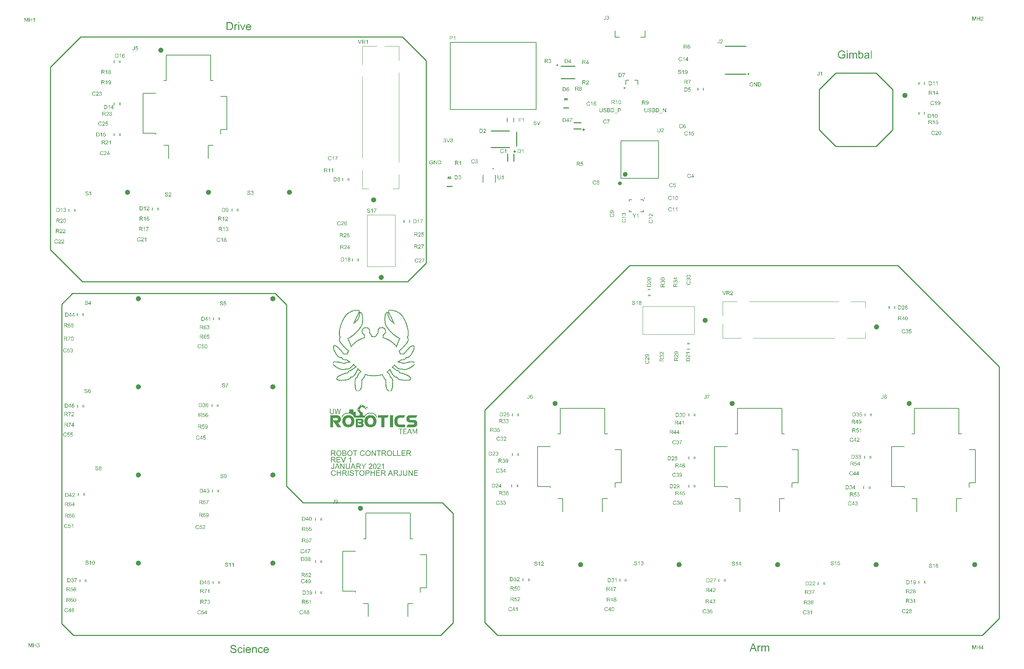
<source format=gto>
G04*
G04 #@! TF.GenerationSoftware,Altium Limited,Altium Designer,19.1.7 (138)*
G04*
G04 Layer_Color=65535*
%FSAX25Y25*%
%MOIN*%
G70*
G01*
G75*
%ADD10C,0.02756*%
%ADD11C,0.02362*%
%ADD12C,0.02953*%
%ADD13C,0.00787*%
%ADD14C,0.01000*%
%ADD15C,0.00984*%
%ADD16C,0.00500*%
%ADD17C,0.00394*%
%ADD18C,0.00600*%
%ADD19C,0.00400*%
G36*
X0363977Y0362484D02*
X0364117D01*
Y0362344D01*
X0364258D01*
Y0362484D01*
X0364680D01*
Y0362344D01*
X0365383D01*
Y0362203D01*
X0365523D01*
Y0362063D01*
X0365664D01*
Y0362203D01*
X0365805D01*
Y0362063D01*
X0366508D01*
Y0361922D01*
X0366648D01*
Y0361781D01*
X0366789D01*
Y0361922D01*
X0366930D01*
Y0361781D01*
X0367070D01*
Y0361641D01*
X0367211D01*
Y0361500D01*
X0367633D01*
Y0361359D01*
X0367773D01*
Y0361500D01*
X0367914D01*
Y0361359D01*
X0368055D01*
Y0361219D01*
X0368477D01*
Y0361078D01*
X0368617D01*
Y0360938D01*
X0369039D01*
Y0360797D01*
X0369180D01*
Y0360656D01*
X0369602D01*
Y0360516D01*
X0369742D01*
Y0360375D01*
X0369883D01*
Y0360234D01*
X0370023D01*
Y0360094D01*
X0370164D01*
Y0360234D01*
X0370305D01*
Y0360094D01*
X0370445D01*
Y0359953D01*
X0370586D01*
Y0359812D01*
X0370727D01*
Y0359672D01*
X0370867D01*
Y0359531D01*
X0371008D01*
Y0359391D01*
X0371148D01*
Y0359250D01*
X0371570D01*
Y0359109D01*
X0371711D01*
Y0358969D01*
X0371852D01*
Y0358828D01*
X0371992D01*
Y0358687D01*
X0372133D01*
Y0358547D01*
X0372273D01*
Y0358406D01*
X0372414D01*
Y0358266D01*
X0372555D01*
Y0358125D01*
X0372695D01*
Y0357984D01*
X0372836D01*
Y0357844D01*
X0372977D01*
Y0357703D01*
X0373117D01*
Y0357562D01*
X0373258D01*
Y0357422D01*
X0373398D01*
Y0357281D01*
X0373539D01*
Y0357141D01*
Y0357000D01*
X0373820D01*
Y0356859D01*
X0373680D01*
Y0356719D01*
X0373820D01*
Y0356578D01*
X0373961D01*
Y0356437D01*
X0374102D01*
Y0356297D01*
X0374242D01*
Y0356156D01*
X0374383D01*
Y0356016D01*
X0374242D01*
Y0355875D01*
X0374383D01*
Y0355734D01*
X0374523D01*
Y0355594D01*
X0374664D01*
Y0355453D01*
X0374523D01*
Y0355312D01*
X0374945D01*
Y0355172D01*
X0374805D01*
Y0355031D01*
X0374945D01*
Y0354891D01*
X0375086D01*
Y0354750D01*
X0375227D01*
Y0354609D01*
Y0354469D01*
Y0354328D01*
X0375367D01*
Y0354187D01*
X0375508D01*
Y0354047D01*
Y0353906D01*
X0375648D01*
Y0353766D01*
Y0353625D01*
X0375789D01*
Y0353484D01*
Y0353344D01*
Y0353203D01*
X0375930D01*
Y0353063D01*
X0376070D01*
Y0352922D01*
X0376211D01*
Y0352781D01*
X0376070D01*
Y0352641D01*
X0376211D01*
Y0352500D01*
X0376352D01*
Y0352359D01*
X0376492D01*
Y0352219D01*
X0376352D01*
Y0352078D01*
X0376492D01*
Y0351938D01*
X0376633D01*
Y0351797D01*
X0376492D01*
Y0351656D01*
X0376633D01*
Y0351516D01*
X0376773D01*
Y0351375D01*
X0376914D01*
Y0351234D01*
X0376773D01*
Y0351094D01*
X0376914D01*
Y0350953D01*
X0376773D01*
Y0350813D01*
X0377055D01*
Y0350672D01*
Y0350531D01*
X0377195D01*
Y0350391D01*
Y0350250D01*
Y0350109D01*
X0377336D01*
Y0349969D01*
X0377477D01*
Y0349828D01*
X0377336D01*
Y0349688D01*
X0377477D01*
Y0349547D01*
X0377617D01*
Y0349406D01*
X0377477D01*
Y0349266D01*
X0377617D01*
Y0349125D01*
X0377758D01*
Y0348984D01*
X0377617D01*
Y0348844D01*
X0377758D01*
Y0348703D01*
X0377898D01*
Y0348563D01*
X0378039D01*
Y0348422D01*
X0377898D01*
Y0348563D01*
X0377758D01*
Y0348422D01*
X0377898D01*
Y0348281D01*
X0378039D01*
Y0348141D01*
X0377898D01*
Y0348000D01*
X0378039D01*
Y0347859D01*
X0378180D01*
Y0347719D01*
X0378039D01*
Y0347578D01*
X0378180D01*
Y0347438D01*
X0378320D01*
Y0347297D01*
X0378180D01*
Y0347156D01*
X0378320D01*
Y0347016D01*
X0378461D01*
Y0346875D01*
X0378602D01*
Y0346734D01*
X0378461D01*
Y0346594D01*
X0378602D01*
Y0346453D01*
X0378461D01*
Y0346312D01*
X0378602D01*
Y0346172D01*
Y0346031D01*
Y0345891D01*
X0378742D01*
Y0345750D01*
Y0345609D01*
Y0345469D01*
X0378883D01*
Y0345328D01*
X0378742D01*
Y0345187D01*
X0378883D01*
Y0345047D01*
Y0344906D01*
Y0344766D01*
X0379023D01*
Y0344625D01*
X0379164D01*
Y0344484D01*
X0379023D01*
Y0344344D01*
X0379164D01*
Y0344203D01*
X0379023D01*
Y0344062D01*
X0379164D01*
Y0343922D01*
X0379305D01*
Y0343781D01*
X0379164D01*
Y0343641D01*
Y0343500D01*
Y0343359D01*
X0379305D01*
Y0343219D01*
X0379164D01*
Y0343078D01*
X0379305D01*
Y0342937D01*
X0379445D01*
Y0342797D01*
X0379305D01*
Y0342656D01*
X0379445D01*
Y0342516D01*
X0379305D01*
Y0342375D01*
X0379445D01*
Y0342234D01*
X0379305D01*
Y0342094D01*
X0379445D01*
Y0341953D01*
X0379586D01*
Y0341812D01*
X0379445D01*
Y0341672D01*
X0379586D01*
Y0341531D01*
X0379445D01*
Y0341391D01*
X0379586D01*
Y0341250D01*
X0379445D01*
Y0341109D01*
X0379586D01*
Y0340969D01*
X0379445D01*
Y0340828D01*
X0379586D01*
Y0340687D01*
X0379445D01*
Y0340547D01*
X0379586D01*
Y0340406D01*
X0379445D01*
Y0340266D01*
X0379586D01*
Y0340125D01*
X0379445D01*
Y0339984D01*
X0379586D01*
Y0339844D01*
X0379445D01*
Y0339703D01*
X0379586D01*
Y0339563D01*
X0379445D01*
Y0339422D01*
X0379586D01*
Y0339281D01*
X0379445D01*
Y0339141D01*
X0379586D01*
Y0339000D01*
X0379445D01*
Y0338859D01*
X0379586D01*
Y0338719D01*
X0379445D01*
Y0338578D01*
X0379586D01*
Y0338438D01*
X0379445D01*
Y0338297D01*
X0379586D01*
Y0338156D01*
X0379445D01*
Y0338016D01*
X0379305D01*
Y0337875D01*
X0379445D01*
Y0337734D01*
X0379305D01*
Y0337594D01*
X0379445D01*
Y0337453D01*
X0379305D01*
Y0337313D01*
X0379445D01*
Y0337172D01*
X0379305D01*
Y0337031D01*
X0379164D01*
Y0336891D01*
X0379023D01*
Y0336750D01*
X0379164D01*
Y0336609D01*
X0379023D01*
Y0336469D01*
X0378883D01*
Y0336328D01*
X0378742D01*
Y0336188D01*
X0378883D01*
Y0336047D01*
Y0335906D01*
X0379023D01*
Y0335766D01*
Y0335625D01*
X0379164D01*
Y0335484D01*
Y0335344D01*
Y0335203D01*
Y0335063D01*
X0379305D01*
Y0334922D01*
Y0334781D01*
X0379445D01*
Y0334641D01*
X0379305D01*
Y0334500D01*
X0379445D01*
Y0334359D01*
X0379305D01*
Y0334219D01*
X0379445D01*
Y0334078D01*
X0379305D01*
Y0333938D01*
X0379445D01*
Y0333797D01*
X0379305D01*
Y0333656D01*
X0379445D01*
Y0333516D01*
X0379305D01*
Y0333375D01*
X0379445D01*
Y0333234D01*
X0379305D01*
Y0333094D01*
X0379445D01*
Y0332953D01*
X0379305D01*
Y0332812D01*
X0379445D01*
Y0332672D01*
X0379305D01*
Y0332531D01*
X0379164D01*
Y0332391D01*
Y0332250D01*
Y0332109D01*
X0379023D01*
Y0331969D01*
X0379164D01*
Y0331828D01*
X0379023D01*
Y0331687D01*
X0378883D01*
Y0331547D01*
X0378742D01*
Y0331406D01*
X0378883D01*
Y0331266D01*
X0378461D01*
Y0331125D01*
X0378602D01*
Y0330984D01*
X0378461D01*
Y0330844D01*
X0378320D01*
Y0330703D01*
X0378180D01*
Y0330562D01*
X0378320D01*
Y0330422D01*
X0378180D01*
Y0330281D01*
X0378039D01*
Y0330141D01*
X0377898D01*
Y0330000D01*
X0377758D01*
Y0329859D01*
X0377617D01*
Y0329719D01*
X0377477D01*
Y0329578D01*
X0377336D01*
Y0329437D01*
X0377195D01*
Y0329297D01*
X0377055D01*
Y0329156D01*
X0377195D01*
Y0329016D01*
X0376773D01*
Y0328875D01*
X0376914D01*
Y0328734D01*
X0376773D01*
Y0328594D01*
X0376633D01*
Y0328453D01*
X0376492D01*
Y0328312D01*
X0376352D01*
Y0328172D01*
X0376211D01*
Y0328031D01*
X0376070D01*
Y0327891D01*
X0375930D01*
Y0327750D01*
X0375789D01*
Y0327609D01*
X0375648D01*
Y0327469D01*
Y0327328D01*
X0375367D01*
Y0327187D01*
Y0327047D01*
X0375086D01*
Y0326906D01*
Y0326766D01*
X0374805D01*
Y0326625D01*
X0374945D01*
Y0326484D01*
X0374523D01*
Y0326344D01*
X0374664D01*
Y0326203D01*
X0374523D01*
Y0326062D01*
X0374383D01*
Y0325922D01*
X0374242D01*
Y0325781D01*
X0374102D01*
Y0325641D01*
X0373961D01*
Y0325500D01*
X0373820D01*
Y0325359D01*
X0373680D01*
Y0325219D01*
X0373539D01*
Y0325078D01*
X0373398D01*
Y0324938D01*
X0373258D01*
Y0324797D01*
X0373117D01*
Y0324656D01*
X0372977D01*
Y0324516D01*
X0372836D01*
Y0324375D01*
X0372695D01*
Y0324516D01*
X0372555D01*
Y0324375D01*
X0372695D01*
Y0324234D01*
X0372555D01*
Y0324094D01*
X0372414D01*
Y0324234D01*
X0372273D01*
Y0324094D01*
X0372414D01*
Y0323953D01*
X0371992D01*
Y0323813D01*
Y0323672D01*
X0371711D01*
Y0323531D01*
Y0323391D01*
X0371430D01*
Y0323250D01*
X0371289D01*
Y0323109D01*
X0371148D01*
Y0322969D01*
X0371008D01*
Y0322828D01*
X0370727D01*
Y0322688D01*
X0370867D01*
Y0322547D01*
Y0322406D01*
X0371008D01*
Y0322266D01*
X0370867D01*
Y0322125D01*
X0371008D01*
Y0321984D01*
X0371148D01*
Y0321844D01*
X0371289D01*
Y0321703D01*
X0371148D01*
Y0321563D01*
X0371289D01*
Y0321422D01*
X0371430D01*
Y0321281D01*
X0371289D01*
Y0321141D01*
X0371430D01*
Y0321000D01*
X0371570D01*
Y0320859D01*
X0371430D01*
Y0320719D01*
X0371570D01*
Y0320578D01*
X0371711D01*
Y0320438D01*
X0371852D01*
Y0320297D01*
X0371992D01*
Y0320438D01*
X0372133D01*
Y0320297D01*
X0372273D01*
Y0320438D01*
X0372414D01*
Y0320297D01*
X0372555D01*
Y0320438D01*
X0372695D01*
Y0320297D01*
X0372836D01*
Y0320438D01*
X0372977D01*
Y0320297D01*
X0373117D01*
Y0320438D01*
X0373258D01*
Y0320297D01*
X0373398D01*
Y0320438D01*
X0373539D01*
Y0320297D01*
X0373680D01*
Y0320438D01*
X0373820D01*
Y0320297D01*
X0373961D01*
Y0320438D01*
X0374102D01*
Y0320297D01*
X0374242D01*
Y0320438D01*
X0374383D01*
Y0320297D01*
X0374523D01*
Y0320438D01*
X0374664D01*
Y0320297D01*
X0374805D01*
Y0320438D01*
X0374945D01*
Y0320578D01*
X0374805D01*
Y0320719D01*
X0375086D01*
Y0320859D01*
Y0321000D01*
X0375227D01*
Y0321141D01*
X0375367D01*
Y0321281D01*
X0375508D01*
Y0321422D01*
X0375648D01*
Y0321563D01*
X0375789D01*
Y0321703D01*
X0375930D01*
Y0321844D01*
X0376070D01*
Y0321984D01*
X0376211D01*
Y0322125D01*
X0376352D01*
Y0322266D01*
X0376492D01*
Y0322406D01*
X0376633D01*
Y0322547D01*
Y0322688D01*
X0376914D01*
Y0322828D01*
X0376773D01*
Y0322969D01*
X0376914D01*
Y0323109D01*
X0377055D01*
Y0323250D01*
X0377195D01*
Y0323391D01*
X0377336D01*
Y0323531D01*
X0377477D01*
Y0323672D01*
X0377617D01*
Y0323813D01*
X0377758D01*
Y0323953D01*
X0377617D01*
Y0324094D01*
X0377758D01*
Y0323953D01*
X0377898D01*
Y0324094D01*
X0378039D01*
Y0324234D01*
X0377898D01*
Y0324375D01*
X0378320D01*
Y0324516D01*
X0378180D01*
Y0324656D01*
X0378461D01*
Y0324797D01*
Y0324938D01*
X0378742D01*
Y0325078D01*
Y0325219D01*
X0379023D01*
Y0325359D01*
Y0325500D01*
X0379305D01*
Y0325641D01*
Y0325781D01*
X0379586D01*
Y0325922D01*
Y0326062D01*
X0379867D01*
Y0326203D01*
Y0326344D01*
X0380148D01*
Y0326484D01*
Y0326625D01*
X0380430D01*
Y0326766D01*
Y0326906D01*
X0380852D01*
Y0327047D01*
X0380711D01*
Y0327187D01*
X0381133D01*
Y0327328D01*
X0381273D01*
Y0327469D01*
X0381414D01*
Y0327609D01*
X0381555D01*
Y0327750D01*
X0381977D01*
Y0327891D01*
X0382117D01*
Y0328031D01*
X0382539D01*
Y0328172D01*
X0382398D01*
Y0328312D01*
X0382539D01*
Y0328172D01*
X0382680D01*
Y0328312D01*
X0382820D01*
Y0328172D01*
X0382961D01*
Y0328312D01*
X0383102D01*
Y0328172D01*
X0383242D01*
Y0328312D01*
X0383383D01*
Y0328172D01*
X0383523D01*
Y0328312D01*
X0383945D01*
Y0328172D01*
X0384086D01*
Y0328312D01*
X0384227D01*
Y0328172D01*
X0384367D01*
Y0328031D01*
X0384508D01*
Y0327891D01*
X0384648D01*
Y0327750D01*
X0384930D01*
Y0327609D01*
Y0327469D01*
X0385070D01*
Y0327328D01*
Y0327187D01*
X0385211D01*
Y0327047D01*
Y0326906D01*
Y0326766D01*
Y0326625D01*
Y0326484D01*
Y0326344D01*
Y0326203D01*
Y0326062D01*
Y0325922D01*
Y0325781D01*
Y0325641D01*
Y0325500D01*
Y0325359D01*
Y0325219D01*
X0385070D01*
Y0325078D01*
X0384930D01*
Y0324938D01*
X0385070D01*
Y0324797D01*
X0384930D01*
Y0324656D01*
X0385070D01*
Y0324516D01*
X0384930D01*
Y0324375D01*
Y0324234D01*
Y0324094D01*
X0384789D01*
Y0323953D01*
X0384648D01*
Y0323813D01*
X0384789D01*
Y0323672D01*
X0384648D01*
Y0323531D01*
X0384508D01*
Y0323391D01*
X0384648D01*
Y0323250D01*
X0384508D01*
Y0323109D01*
X0384367D01*
Y0322969D01*
X0384508D01*
Y0322828D01*
X0384367D01*
Y0322969D01*
X0384227D01*
Y0322828D01*
X0384367D01*
Y0322688D01*
X0384227D01*
Y0322547D01*
X0384086D01*
Y0322406D01*
Y0322266D01*
Y0322125D01*
X0383945D01*
Y0321984D01*
X0383805D01*
Y0321844D01*
X0383945D01*
Y0321703D01*
X0383664D01*
Y0321563D01*
Y0321422D01*
X0383523D01*
Y0321281D01*
Y0321141D01*
X0383383D01*
Y0321000D01*
Y0320859D01*
X0383242D01*
Y0320719D01*
X0383102D01*
Y0320578D01*
X0382961D01*
Y0320438D01*
X0383102D01*
Y0320297D01*
X0382961D01*
Y0320156D01*
X0382820D01*
Y0320016D01*
X0382680D01*
Y0319875D01*
Y0319734D01*
Y0319594D01*
X0382539D01*
Y0319453D01*
X0382398D01*
Y0319313D01*
X0382258D01*
Y0319172D01*
X0382117D01*
Y0319031D01*
Y0318891D01*
X0381836D01*
Y0318750D01*
X0381977D01*
Y0318609D01*
X0381836D01*
Y0318469D01*
X0381695D01*
Y0318328D01*
X0381555D01*
Y0318187D01*
X0381414D01*
Y0318047D01*
X0381273D01*
Y0317906D01*
X0381133D01*
Y0317766D01*
X0380992D01*
Y0317625D01*
Y0317484D01*
X0380711D01*
Y0317344D01*
X0380570D01*
Y0317203D01*
X0380430D01*
Y0317062D01*
X0380289D01*
Y0316922D01*
X0380148D01*
Y0316781D01*
X0380008D01*
Y0316641D01*
X0379586D01*
Y0316500D01*
X0379727D01*
Y0316359D01*
X0379586D01*
Y0316500D01*
X0379445D01*
Y0316359D01*
X0379023D01*
Y0316219D01*
X0378883D01*
Y0316078D01*
X0378742D01*
Y0316219D01*
X0378602D01*
Y0316078D01*
X0378461D01*
Y0315937D01*
X0378320D01*
Y0316078D01*
X0377898D01*
Y0315937D01*
X0377758D01*
Y0316078D01*
X0377336D01*
Y0315937D01*
X0377195D01*
Y0316078D01*
X0377055D01*
Y0315937D01*
X0377195D01*
Y0315797D01*
X0377055D01*
Y0315656D01*
X0376914D01*
Y0315516D01*
X0376773D01*
Y0315375D01*
X0376914D01*
Y0315234D01*
X0376773D01*
Y0315094D01*
X0376633D01*
Y0314953D01*
X0376492D01*
Y0314812D01*
X0376352D01*
Y0314953D01*
X0376211D01*
Y0314812D01*
X0376352D01*
Y0314672D01*
X0375930D01*
Y0314531D01*
X0376070D01*
Y0314391D01*
X0375930D01*
Y0314531D01*
X0375789D01*
Y0314391D01*
X0375648D01*
Y0314250D01*
X0375508D01*
Y0314109D01*
X0375086D01*
Y0313969D01*
X0374945D01*
Y0314109D01*
X0374805D01*
Y0313969D01*
X0374664D01*
Y0313828D01*
X0374242D01*
Y0313969D01*
X0374102D01*
Y0313828D01*
X0373680D01*
Y0313969D01*
X0373539D01*
Y0313828D01*
X0373117D01*
Y0313969D01*
X0372977D01*
Y0313828D01*
X0372273D01*
Y0313687D01*
X0372414D01*
Y0313547D01*
X0371992D01*
Y0313406D01*
X0371852D01*
Y0313266D01*
X0371430D01*
Y0313125D01*
X0371289D01*
Y0312984D01*
X0371148D01*
Y0312844D01*
X0371008D01*
Y0312703D01*
X0370586D01*
Y0312562D01*
X0370445D01*
Y0312422D01*
X0370305D01*
Y0312281D01*
X0370727D01*
Y0312141D01*
X0370867D01*
Y0312281D01*
X0371008D01*
Y0312141D01*
X0371148D01*
Y0312281D01*
X0371289D01*
Y0312141D01*
X0371430D01*
Y0312000D01*
X0372133D01*
Y0311859D01*
X0372273D01*
Y0312000D01*
X0372414D01*
Y0311859D01*
X0372836D01*
Y0311719D01*
X0373539D01*
Y0311578D01*
X0373680D01*
Y0311438D01*
X0374102D01*
Y0311297D01*
X0374242D01*
Y0311156D01*
X0374664D01*
Y0311016D01*
X0374805D01*
Y0311156D01*
X0374945D01*
Y0311297D01*
X0375086D01*
Y0311156D01*
X0375227D01*
Y0311297D01*
X0375367D01*
Y0311438D01*
X0375789D01*
Y0311578D01*
X0375930D01*
Y0311438D01*
X0376070D01*
Y0311578D01*
X0376211D01*
Y0311438D01*
X0376352D01*
Y0311578D01*
X0376211D01*
Y0311719D01*
X0376914D01*
Y0311859D01*
X0376773D01*
Y0312000D01*
X0376914D01*
Y0311859D01*
X0377336D01*
Y0312000D01*
X0378039D01*
Y0312141D01*
X0378180D01*
Y0312281D01*
X0378320D01*
Y0312141D01*
X0378461D01*
Y0312281D01*
X0378602D01*
Y0312141D01*
X0378742D01*
Y0312281D01*
X0379164D01*
Y0312422D01*
X0379305D01*
Y0312281D01*
X0379445D01*
Y0312422D01*
X0379586D01*
Y0312562D01*
X0379727D01*
Y0312422D01*
X0379867D01*
Y0312562D01*
X0380008D01*
Y0312422D01*
X0380148D01*
Y0312562D01*
X0380570D01*
Y0312703D01*
X0380711D01*
Y0312562D01*
X0380852D01*
Y0312703D01*
X0380992D01*
Y0312562D01*
X0381133D01*
Y0312703D01*
X0381273D01*
Y0312562D01*
X0381414D01*
Y0312703D01*
X0381555D01*
Y0312562D01*
X0381695D01*
Y0312703D01*
X0381836D01*
Y0312562D01*
X0381977D01*
Y0312703D01*
X0382117D01*
Y0312562D01*
X0382258D01*
Y0312703D01*
X0382398D01*
Y0312562D01*
X0382539D01*
Y0312703D01*
X0382680D01*
Y0312562D01*
X0382820D01*
Y0312703D01*
X0382961D01*
Y0312562D01*
X0383102D01*
Y0312703D01*
X0383242D01*
Y0312562D01*
X0383383D01*
Y0312703D01*
X0383242D01*
Y0312844D01*
X0383383D01*
Y0312703D01*
X0383523D01*
Y0312562D01*
X0383664D01*
Y0312703D01*
X0383805D01*
Y0312562D01*
X0383945D01*
Y0312703D01*
X0384086D01*
Y0312562D01*
X0384227D01*
Y0312703D01*
X0384367D01*
Y0312562D01*
X0384508D01*
Y0312422D01*
X0384648D01*
Y0312562D01*
X0384789D01*
Y0312422D01*
X0384930D01*
Y0312281D01*
X0385070D01*
Y0312141D01*
X0385211D01*
Y0312000D01*
Y0311859D01*
Y0311719D01*
Y0311578D01*
Y0311438D01*
Y0311297D01*
Y0311156D01*
Y0311016D01*
Y0310875D01*
Y0310734D01*
Y0310594D01*
Y0310453D01*
Y0310313D01*
Y0310172D01*
Y0310031D01*
Y0309891D01*
Y0309750D01*
Y0309609D01*
Y0309469D01*
Y0309328D01*
Y0309188D01*
X0385070D01*
Y0309047D01*
X0384930D01*
Y0308906D01*
X0384789D01*
Y0308766D01*
X0384648D01*
Y0308625D01*
X0384508D01*
Y0308484D01*
X0384367D01*
Y0308344D01*
X0384227D01*
Y0308203D01*
X0384086D01*
Y0308063D01*
X0383945D01*
Y0307922D01*
X0383805D01*
Y0307781D01*
X0383664D01*
Y0307641D01*
X0383523D01*
Y0307781D01*
X0383383D01*
Y0307641D01*
X0383242D01*
Y0307500D01*
X0383102D01*
Y0307359D01*
X0382961D01*
Y0307219D01*
X0382820D01*
Y0307359D01*
X0382680D01*
Y0307219D01*
X0382820D01*
Y0307078D01*
X0382398D01*
Y0306938D01*
X0382258D01*
Y0306797D01*
X0381977D01*
Y0306656D01*
X0381695D01*
Y0306516D01*
X0381273D01*
Y0306375D01*
X0381414D01*
Y0306234D01*
X0381273D01*
Y0306375D01*
X0381133D01*
Y0306234D01*
X0380992D01*
Y0306094D01*
X0380852D01*
Y0305953D01*
X0380711D01*
Y0306094D01*
X0380570D01*
Y0305953D01*
X0380430D01*
Y0305813D01*
X0380289D01*
Y0305953D01*
X0380148D01*
Y0305813D01*
X0380289D01*
Y0305672D01*
X0380148D01*
Y0305813D01*
X0380008D01*
Y0305672D01*
X0379867D01*
Y0305531D01*
X0379727D01*
Y0305672D01*
X0379586D01*
Y0305531D01*
Y0305391D01*
X0379023D01*
Y0305250D01*
X0379164D01*
Y0305109D01*
X0379023D01*
Y0305250D01*
X0378883D01*
Y0305109D01*
X0378461D01*
Y0304969D01*
X0378320D01*
Y0304828D01*
X0377898D01*
Y0304688D01*
X0377758D01*
Y0304828D01*
X0377617D01*
Y0304688D01*
X0377758D01*
Y0304547D01*
X0377617D01*
Y0304688D01*
X0377477D01*
Y0304547D01*
X0377336D01*
Y0304688D01*
X0377195D01*
Y0304547D01*
X0377055D01*
Y0304406D01*
X0376914D01*
Y0304547D01*
X0376773D01*
Y0304406D01*
X0376633D01*
Y0304547D01*
X0376492D01*
Y0304406D01*
X0376352D01*
Y0304547D01*
X0376211D01*
Y0304406D01*
X0376070D01*
Y0304547D01*
X0375930D01*
Y0304406D01*
X0375789D01*
Y0304547D01*
X0375648D01*
Y0304406D01*
X0375508D01*
Y0304547D01*
X0375367D01*
Y0304406D01*
X0375227D01*
Y0304547D01*
X0375086D01*
Y0304406D01*
X0374945D01*
Y0304547D01*
X0374805D01*
Y0304406D01*
X0374664D01*
Y0304547D01*
X0374523D01*
Y0304406D01*
X0374383D01*
Y0304547D01*
X0374242D01*
Y0304406D01*
X0374102D01*
Y0304547D01*
X0373680D01*
Y0304688D01*
X0373539D01*
Y0304828D01*
X0373398D01*
Y0304688D01*
X0373539D01*
Y0304547D01*
X0373398D01*
Y0304688D01*
X0373258D01*
Y0304828D01*
X0373117D01*
Y0304969D01*
X0372977D01*
Y0305109D01*
X0372555D01*
Y0304969D01*
X0372133D01*
Y0304828D01*
X0371992D01*
Y0304969D01*
X0371852D01*
Y0304828D01*
X0371711D01*
Y0304969D01*
X0371570D01*
Y0304828D01*
X0371430D01*
Y0304969D01*
X0371008D01*
Y0304828D01*
X0370867D01*
Y0304969D01*
X0370727D01*
Y0304828D01*
X0370586D01*
Y0304969D01*
X0370445D01*
Y0305109D01*
X0370023D01*
Y0305250D01*
X0369742D01*
Y0305391D01*
X0369461D01*
Y0305531D01*
X0369320D01*
Y0305672D01*
X0368898D01*
Y0305813D01*
X0368758D01*
Y0305953D01*
X0368617D01*
Y0306094D01*
X0368477D01*
Y0306234D01*
X0368336D01*
Y0306375D01*
X0368195D01*
Y0306516D01*
X0367773D01*
Y0306656D01*
X0367633D01*
Y0306797D01*
X0367492D01*
Y0306938D01*
X0367352D01*
Y0307078D01*
X0367211D01*
Y0307219D01*
X0367070D01*
Y0307359D01*
X0366930D01*
Y0307500D01*
X0366789D01*
Y0307641D01*
X0366648D01*
Y0307781D01*
X0366508D01*
Y0307922D01*
X0366367D01*
Y0308063D01*
X0366227D01*
Y0308203D01*
X0366086D01*
Y0308344D01*
X0365945D01*
Y0308484D01*
X0365523D01*
Y0308344D01*
Y0308203D01*
X0365242D01*
Y0308063D01*
Y0307922D01*
X0364961D01*
Y0307781D01*
X0364820D01*
Y0307641D01*
X0364680D01*
Y0307500D01*
X0364539D01*
Y0307359D01*
X0364398D01*
Y0307219D01*
Y0307078D01*
Y0306938D01*
X0364820D01*
Y0306797D01*
X0364961D01*
Y0306656D01*
X0365102D01*
Y0306516D01*
X0365242D01*
Y0306375D01*
X0365383D01*
Y0306234D01*
X0365523D01*
Y0306094D01*
X0365945D01*
Y0305953D01*
X0366086D01*
Y0305813D01*
X0366227D01*
Y0305672D01*
X0366367D01*
Y0305531D01*
X0366648D01*
Y0305391D01*
Y0305250D01*
X0367070D01*
Y0305109D01*
X0367211D01*
Y0304969D01*
X0367352D01*
Y0304828D01*
X0367492D01*
Y0304688D01*
X0367633D01*
Y0304828D01*
X0367492D01*
Y0304969D01*
X0367633D01*
Y0304828D01*
X0367773D01*
Y0304688D01*
X0367914D01*
Y0304547D01*
X0368055D01*
Y0304406D01*
X0368477D01*
Y0304266D01*
X0368617D01*
Y0304125D01*
X0368758D01*
Y0304266D01*
X0368617D01*
Y0304406D01*
X0368758D01*
Y0304266D01*
X0368898D01*
Y0304125D01*
X0369320D01*
Y0303984D01*
X0369461D01*
Y0303844D01*
X0369883D01*
Y0303703D01*
X0370023D01*
Y0303562D01*
X0370164D01*
Y0303422D01*
X0370305D01*
Y0303281D01*
X0370445D01*
Y0303141D01*
X0370586D01*
Y0303000D01*
X0370727D01*
Y0302859D01*
X0370867D01*
Y0302719D01*
X0371008D01*
Y0302578D01*
X0371148D01*
Y0302437D01*
X0371289D01*
Y0302297D01*
X0371148D01*
Y0302156D01*
X0371289D01*
Y0302016D01*
X0371430D01*
Y0301875D01*
X0371570D01*
Y0301734D01*
X0371711D01*
Y0301875D01*
X0371852D01*
Y0301734D01*
X0371992D01*
Y0301594D01*
X0372133D01*
Y0301734D01*
X0371992D01*
Y0301875D01*
X0372133D01*
Y0301734D01*
X0372273D01*
Y0301875D01*
X0372414D01*
Y0301734D01*
X0372555D01*
Y0301594D01*
X0372695D01*
Y0301734D01*
X0372836D01*
Y0301594D01*
X0372977D01*
Y0301734D01*
X0372836D01*
Y0301875D01*
X0372977D01*
Y0301734D01*
X0373117D01*
Y0301594D01*
X0373539D01*
Y0301453D01*
X0373680D01*
Y0301312D01*
X0373820D01*
Y0301453D01*
X0373961D01*
Y0301312D01*
X0374383D01*
Y0301172D01*
X0374523D01*
Y0301312D01*
X0374664D01*
Y0301172D01*
X0374805D01*
Y0301031D01*
X0374945D01*
Y0301172D01*
X0375086D01*
Y0301031D01*
X0375227D01*
Y0300891D01*
X0375367D01*
Y0301031D01*
X0375508D01*
Y0300891D01*
X0375648D01*
Y0300750D01*
X0376070D01*
Y0300609D01*
X0376211D01*
Y0300469D01*
X0376773D01*
Y0300328D01*
Y0300187D01*
X0376914D01*
Y0300328D01*
X0377055D01*
Y0300187D01*
X0377477D01*
Y0300047D01*
X0377617D01*
Y0299906D01*
X0378039D01*
Y0299766D01*
X0378180D01*
Y0299625D01*
X0378320D01*
Y0299766D01*
X0378461D01*
Y0299625D01*
X0378742D01*
Y0299484D01*
Y0299344D01*
X0378883D01*
Y0299484D01*
X0379023D01*
Y0299344D01*
X0379164D01*
Y0299203D01*
X0379305D01*
Y0299062D01*
X0379727D01*
Y0298922D01*
X0379867D01*
Y0298781D01*
X0380008D01*
Y0298641D01*
X0380148D01*
Y0298500D01*
X0380570D01*
Y0298359D01*
X0380711D01*
Y0298219D01*
X0380852D01*
Y0298078D01*
X0380992D01*
Y0297937D01*
X0381133D01*
Y0297797D01*
X0381273D01*
Y0297656D01*
X0381414D01*
Y0297516D01*
X0381555D01*
Y0297375D01*
X0381695D01*
Y0297234D01*
X0381555D01*
Y0297094D01*
X0381836D01*
Y0296953D01*
Y0296813D01*
X0381977D01*
Y0296672D01*
X0381836D01*
Y0296531D01*
X0381977D01*
Y0296391D01*
X0381836D01*
Y0296250D01*
X0381977D01*
Y0296109D01*
X0381836D01*
Y0295969D01*
X0381977D01*
Y0295828D01*
X0381836D01*
Y0295688D01*
X0381977D01*
Y0295547D01*
X0381836D01*
Y0295406D01*
Y0295266D01*
Y0295125D01*
X0381695D01*
Y0294984D01*
X0381555D01*
Y0294844D01*
X0381414D01*
Y0294703D01*
X0381273D01*
Y0294563D01*
X0381133D01*
Y0294703D01*
X0380992D01*
Y0294563D01*
X0381133D01*
Y0294422D01*
X0380992D01*
Y0294563D01*
X0380852D01*
Y0294422D01*
X0380711D01*
Y0294281D01*
X0380570D01*
Y0294422D01*
X0380430D01*
Y0294281D01*
X0380289D01*
Y0294141D01*
X0379867D01*
Y0294281D01*
X0379727D01*
Y0294141D01*
X0379305D01*
Y0294000D01*
X0379164D01*
Y0294141D01*
X0379023D01*
Y0294000D01*
X0378883D01*
Y0294141D01*
X0378742D01*
Y0294000D01*
X0378602D01*
Y0294141D01*
X0378461D01*
Y0294000D01*
X0378320D01*
Y0294141D01*
X0378180D01*
Y0294000D01*
X0378039D01*
Y0294141D01*
X0377898D01*
Y0294000D01*
X0377758D01*
Y0294141D01*
X0377617D01*
Y0294000D01*
X0377477D01*
Y0294141D01*
X0377336D01*
Y0294000D01*
X0377195D01*
Y0294141D01*
X0377055D01*
Y0294000D01*
X0376914D01*
Y0294141D01*
X0376773D01*
Y0294000D01*
X0376633D01*
Y0294141D01*
X0376492D01*
Y0294000D01*
X0376352D01*
Y0294141D01*
X0376211D01*
Y0294000D01*
X0376070D01*
Y0294141D01*
X0375930D01*
Y0294000D01*
X0375789D01*
Y0294141D01*
X0375648D01*
Y0294000D01*
X0375508D01*
Y0294141D01*
X0375367D01*
Y0294000D01*
X0375227D01*
Y0294141D01*
X0374242D01*
Y0294281D01*
X0374102D01*
Y0294141D01*
X0373680D01*
Y0294281D01*
X0373539D01*
Y0294422D01*
X0373398D01*
Y0294281D01*
X0373258D01*
Y0294422D01*
X0373117D01*
Y0294281D01*
X0372977D01*
Y0294422D01*
X0372836D01*
Y0294281D01*
X0372695D01*
Y0294422D01*
X0372273D01*
Y0294563D01*
X0372133D01*
Y0294422D01*
X0371992D01*
Y0294563D01*
X0371852D01*
Y0294422D01*
X0371711D01*
Y0294563D01*
X0371570D01*
Y0294703D01*
X0371148D01*
Y0294563D01*
X0371008D01*
Y0294703D01*
X0370867D01*
Y0294844D01*
X0370727D01*
Y0294703D01*
X0370586D01*
Y0294844D01*
X0370445D01*
Y0294984D01*
X0370305D01*
Y0294844D01*
X0370164D01*
Y0294984D01*
X0370023D01*
Y0295125D01*
X0369883D01*
Y0294984D01*
X0369742D01*
Y0295125D01*
X0369602D01*
Y0295266D01*
X0369461D01*
Y0295406D01*
X0369320D01*
Y0295547D01*
X0368898D01*
Y0295688D01*
X0368758D01*
Y0295828D01*
X0368617D01*
Y0295969D01*
X0368477D01*
Y0296109D01*
X0368336D01*
Y0296250D01*
X0368195D01*
Y0296391D01*
X0368055D01*
Y0296531D01*
X0368195D01*
Y0296672D01*
X0368055D01*
Y0296813D01*
X0367914D01*
Y0296953D01*
X0367773D01*
Y0297094D01*
X0367633D01*
Y0297234D01*
X0367492D01*
Y0297094D01*
X0367070D01*
Y0297234D01*
X0366930D01*
Y0297094D01*
X0366789D01*
Y0297234D01*
X0366086D01*
Y0297375D01*
X0365945D01*
Y0297516D01*
X0365805D01*
Y0297656D01*
X0365664D01*
Y0297797D01*
X0365523D01*
Y0297937D01*
X0365383D01*
Y0298078D01*
X0365242D01*
Y0298219D01*
X0365102D01*
Y0298359D01*
X0364961D01*
Y0298500D01*
X0364820D01*
Y0298641D01*
X0364680D01*
Y0298781D01*
X0364539D01*
Y0298922D01*
X0364398D01*
Y0299062D01*
X0364258D01*
Y0299203D01*
X0364117D01*
Y0299344D01*
X0363977D01*
Y0299484D01*
X0363836D01*
Y0299625D01*
X0363977D01*
Y0299766D01*
X0363836D01*
Y0299906D01*
X0363695D01*
Y0300047D01*
X0363555D01*
Y0300187D01*
X0363414D01*
Y0300328D01*
X0363273D01*
Y0300469D01*
Y0300609D01*
Y0300750D01*
X0363133D01*
Y0300891D01*
X0362992D01*
Y0301031D01*
X0362852D01*
Y0301172D01*
X0362711D01*
Y0301312D01*
X0362852D01*
Y0301453D01*
X0362711D01*
Y0301594D01*
X0362570D01*
Y0301734D01*
X0362430D01*
Y0301875D01*
Y0302016D01*
X0362289D01*
Y0302156D01*
Y0302297D01*
X0362148D01*
Y0302437D01*
Y0302578D01*
X0361867D01*
Y0302719D01*
X0362008D01*
Y0302859D01*
X0361867D01*
Y0303000D01*
Y0303141D01*
Y0303281D01*
X0361727D01*
Y0303422D01*
X0361586D01*
Y0303562D01*
X0361445D01*
Y0303703D01*
X0361586D01*
Y0303844D01*
X0361445D01*
Y0303984D01*
X0361305D01*
Y0304125D01*
X0361164D01*
Y0303984D01*
X0361023D01*
Y0303844D01*
X0360883D01*
Y0303703D01*
X0360742D01*
Y0303562D01*
X0360602D01*
Y0303703D01*
X0360461D01*
Y0303562D01*
X0360602D01*
Y0303422D01*
X0360180D01*
Y0303281D01*
X0360320D01*
Y0303141D01*
X0359898D01*
Y0303000D01*
X0360039D01*
Y0302859D01*
X0359617D01*
Y0302719D01*
X0359477D01*
Y0302578D01*
X0359336D01*
Y0302437D01*
X0359477D01*
Y0302297D01*
X0359617D01*
Y0302156D01*
X0359758D01*
Y0302016D01*
X0359898D01*
Y0301875D01*
X0360039D01*
Y0301734D01*
X0360180D01*
Y0301594D01*
X0360320D01*
Y0301453D01*
X0360461D01*
Y0301312D01*
X0360602D01*
Y0301172D01*
X0360742D01*
Y0301031D01*
X0360883D01*
Y0300891D01*
Y0300750D01*
X0361164D01*
Y0300609D01*
X0361023D01*
Y0300469D01*
X0361164D01*
Y0300328D01*
X0361305D01*
Y0300187D01*
X0361445D01*
Y0300047D01*
X0361305D01*
Y0299906D01*
X0361445D01*
Y0299766D01*
X0361586D01*
Y0299625D01*
X0361727D01*
Y0299484D01*
X0361586D01*
Y0299344D01*
X0361727D01*
Y0299203D01*
X0361586D01*
Y0299062D01*
X0361867D01*
Y0298922D01*
Y0298781D01*
Y0298641D01*
Y0298500D01*
X0362008D01*
Y0298359D01*
X0361867D01*
Y0298219D01*
X0362008D01*
Y0298078D01*
X0361867D01*
Y0297937D01*
X0362008D01*
Y0297797D01*
X0362148D01*
Y0297656D01*
X0362289D01*
Y0297797D01*
X0362430D01*
Y0297656D01*
X0362570D01*
Y0297516D01*
X0362711D01*
Y0297375D01*
X0362852D01*
Y0297234D01*
X0362992D01*
Y0297094D01*
X0363133D01*
Y0296953D01*
X0363273D01*
Y0296813D01*
X0363555D01*
Y0296672D01*
Y0296531D01*
X0363695D01*
Y0296391D01*
X0363836D01*
Y0296250D01*
X0363977D01*
Y0296109D01*
X0363836D01*
Y0295969D01*
X0363977D01*
Y0295828D01*
X0364117D01*
Y0295688D01*
X0364258D01*
Y0295547D01*
X0364117D01*
Y0295406D01*
X0364258D01*
Y0295266D01*
Y0295125D01*
Y0294984D01*
Y0294844D01*
X0364398D01*
Y0294703D01*
Y0294563D01*
X0364539D01*
Y0294422D01*
X0364398D01*
Y0294281D01*
X0364539D01*
Y0294141D01*
X0364398D01*
Y0294000D01*
X0364539D01*
Y0293859D01*
X0364398D01*
Y0293719D01*
X0364539D01*
Y0293578D01*
X0364398D01*
Y0293438D01*
X0364539D01*
Y0293297D01*
X0364398D01*
Y0293156D01*
X0364539D01*
Y0293016D01*
X0364398D01*
Y0292875D01*
X0364539D01*
Y0292734D01*
X0364398D01*
Y0292594D01*
X0364539D01*
Y0292453D01*
X0364398D01*
Y0292313D01*
X0364539D01*
Y0292172D01*
X0364398D01*
Y0292031D01*
X0364539D01*
Y0291891D01*
X0364398D01*
Y0291750D01*
X0364539D01*
Y0291609D01*
X0364398D01*
Y0291469D01*
X0364539D01*
Y0291328D01*
X0364398D01*
Y0291188D01*
X0364539D01*
Y0291047D01*
X0364398D01*
Y0290906D01*
X0364539D01*
Y0290766D01*
X0364398D01*
Y0290625D01*
X0364539D01*
Y0290484D01*
X0364398D01*
Y0290344D01*
X0364539D01*
Y0290203D01*
X0364398D01*
Y0290062D01*
X0364539D01*
Y0289922D01*
X0364398D01*
Y0289781D01*
X0364258D01*
Y0289641D01*
X0364398D01*
Y0289500D01*
X0364258D01*
Y0289359D01*
Y0289219D01*
Y0289078D01*
Y0288937D01*
Y0288797D01*
Y0288656D01*
Y0288516D01*
Y0288375D01*
Y0288234D01*
X0364117D01*
Y0288094D01*
X0364258D01*
Y0287953D01*
X0364117D01*
Y0287812D01*
X0364258D01*
Y0287672D01*
X0364117D01*
Y0287531D01*
X0364258D01*
Y0287391D01*
X0364117D01*
Y0287250D01*
Y0287109D01*
X0363977D01*
Y0286969D01*
Y0286828D01*
X0363836D01*
Y0286687D01*
X0363977D01*
Y0286547D01*
X0363836D01*
Y0286406D01*
X0363977D01*
Y0286266D01*
X0363836D01*
Y0286125D01*
X0363977D01*
Y0285984D01*
X0363836D01*
Y0285844D01*
X0363695D01*
Y0285703D01*
X0363555D01*
Y0285562D01*
X0363695D01*
Y0285422D01*
X0363555D01*
Y0285281D01*
X0363695D01*
Y0285141D01*
X0363555D01*
Y0285000D01*
Y0284859D01*
X0363273D01*
Y0284719D01*
X0363414D01*
Y0284578D01*
X0363273D01*
Y0284437D01*
X0363133D01*
Y0284297D01*
X0362992D01*
Y0284156D01*
X0363133D01*
Y0284016D01*
X0362711D01*
Y0283875D01*
X0360039D01*
Y0284016D01*
X0359898D01*
Y0283875D01*
X0359758D01*
Y0284016D01*
X0359617D01*
Y0284156D01*
X0359477D01*
Y0284297D01*
X0359336D01*
Y0284437D01*
X0359195D01*
Y0284578D01*
X0359055D01*
Y0284719D01*
X0358914D01*
Y0284859D01*
X0358773D01*
Y0285000D01*
X0358633D01*
Y0285141D01*
X0358492D01*
Y0285281D01*
X0358352D01*
Y0285422D01*
X0358211D01*
Y0285562D01*
X0358352D01*
Y0285703D01*
X0358211D01*
Y0285844D01*
X0358070D01*
Y0285984D01*
X0357930D01*
Y0286125D01*
X0358070D01*
Y0286266D01*
X0357930D01*
Y0286406D01*
X0357789D01*
Y0286547D01*
X0357648D01*
Y0286687D01*
X0357789D01*
Y0286828D01*
X0357648D01*
Y0286969D01*
Y0287109D01*
X0357508D01*
Y0287250D01*
Y0287391D01*
Y0287531D01*
Y0287672D01*
X0357367D01*
Y0287812D01*
Y0287953D01*
Y0288094D01*
Y0288234D01*
Y0288375D01*
X0357227D01*
Y0288516D01*
Y0288656D01*
Y0288797D01*
X0357086D01*
Y0288937D01*
X0357227D01*
Y0289078D01*
Y0289219D01*
Y0289359D01*
X0357086D01*
Y0289500D01*
X0357227D01*
Y0289641D01*
X0357086D01*
Y0289781D01*
X0357227D01*
Y0289922D01*
X0357086D01*
Y0290062D01*
X0357227D01*
Y0290203D01*
X0357086D01*
Y0290344D01*
Y0290484D01*
Y0290625D01*
X0357227D01*
Y0290766D01*
X0357086D01*
Y0290906D01*
Y0291047D01*
Y0291188D01*
Y0291328D01*
Y0291469D01*
Y0291609D01*
Y0291750D01*
X0357227D01*
Y0291891D01*
X0357086D01*
Y0292031D01*
Y0292172D01*
Y0292313D01*
Y0292453D01*
Y0292594D01*
Y0292734D01*
Y0292875D01*
X0356945D01*
Y0293016D01*
X0357086D01*
Y0293156D01*
X0356945D01*
Y0293297D01*
X0357086D01*
Y0293438D01*
X0356945D01*
Y0293578D01*
X0357086D01*
Y0293719D01*
X0356945D01*
Y0293859D01*
X0357086D01*
Y0294000D01*
X0356945D01*
Y0294141D01*
X0356805D01*
Y0294281D01*
X0356945D01*
Y0294141D01*
X0357086D01*
Y0294281D01*
X0356945D01*
Y0294422D01*
X0357086D01*
Y0294563D01*
X0356945D01*
Y0294703D01*
X0356805D01*
Y0294844D01*
X0356664D01*
Y0294984D01*
X0356523D01*
Y0295125D01*
X0356383D01*
Y0295266D01*
X0356242D01*
Y0295406D01*
X0356102D01*
Y0295547D01*
X0355961D01*
Y0295688D01*
X0355820D01*
Y0295828D01*
X0355680D01*
Y0295969D01*
Y0296109D01*
X0355398D01*
Y0296250D01*
X0355539D01*
Y0296391D01*
X0355398D01*
Y0296531D01*
X0355258D01*
Y0296672D01*
X0355117D01*
Y0296813D01*
Y0296953D01*
Y0297094D01*
X0354977D01*
Y0297234D01*
X0354836D01*
Y0297375D01*
X0354695D01*
Y0297516D01*
X0354555D01*
Y0297656D01*
X0354695D01*
Y0297797D01*
X0354555D01*
Y0297937D01*
X0354414D01*
Y0298078D01*
Y0298219D01*
Y0298359D01*
X0354273D01*
Y0298500D01*
X0354133D01*
Y0298641D01*
Y0298781D01*
Y0298922D01*
X0353992D01*
Y0299062D01*
Y0299203D01*
X0353852D01*
Y0299344D01*
Y0299484D01*
X0353430D01*
Y0299344D01*
X0353289D01*
Y0299484D01*
X0353148D01*
Y0299344D01*
X0353008D01*
Y0299203D01*
X0352867D01*
Y0299344D01*
X0352727D01*
Y0299203D01*
X0352586D01*
Y0299062D01*
X0352445D01*
Y0299203D01*
X0352305D01*
Y0299062D01*
X0352164D01*
Y0299203D01*
X0352023D01*
Y0299062D01*
X0351883D01*
Y0298922D01*
X0351180D01*
Y0298781D01*
X0350758D01*
Y0298922D01*
X0350617D01*
Y0298781D01*
X0350195D01*
Y0298641D01*
X0348648D01*
Y0298500D01*
X0348508D01*
Y0298641D01*
X0348367D01*
Y0298500D01*
X0348227D01*
Y0298641D01*
X0348086D01*
Y0298500D01*
X0348227D01*
Y0298359D01*
X0348086D01*
Y0298500D01*
X0347664D01*
Y0298641D01*
X0347523D01*
Y0298500D01*
X0347664D01*
Y0298359D01*
X0347523D01*
Y0298500D01*
X0347383D01*
Y0298359D01*
X0347242D01*
Y0298500D01*
X0347102D01*
Y0298641D01*
X0346961D01*
Y0298500D01*
X0347102D01*
Y0298359D01*
X0346961D01*
Y0298500D01*
X0346539D01*
Y0298641D01*
X0346398D01*
Y0298500D01*
X0346539D01*
Y0298359D01*
X0346398D01*
Y0298500D01*
X0346258D01*
Y0298359D01*
X0346117D01*
Y0298500D01*
X0345977D01*
Y0298641D01*
X0345836D01*
Y0298500D01*
X0345977D01*
Y0298359D01*
X0345836D01*
Y0298500D01*
X0345414D01*
Y0298641D01*
X0345273D01*
Y0298500D01*
X0345414D01*
Y0298359D01*
X0345273D01*
Y0298500D01*
X0345133D01*
Y0298359D01*
X0344992D01*
Y0298500D01*
X0344852D01*
Y0298641D01*
X0344711D01*
Y0298500D01*
X0344852D01*
Y0298359D01*
X0344711D01*
Y0298500D01*
X0344289D01*
Y0298641D01*
X0344148D01*
Y0298500D01*
X0344289D01*
Y0298359D01*
X0344148D01*
Y0298500D01*
X0344008D01*
Y0298359D01*
X0343867D01*
Y0298500D01*
X0343727D01*
Y0298641D01*
X0343586D01*
Y0298500D01*
X0343727D01*
Y0298359D01*
X0343586D01*
Y0298500D01*
X0343164D01*
Y0298641D01*
X0341617D01*
Y0298781D01*
X0341195D01*
Y0298922D01*
X0341055D01*
Y0298781D01*
X0340633D01*
Y0298922D01*
X0339930D01*
Y0299062D01*
X0339789D01*
Y0299203D01*
X0339648D01*
Y0299062D01*
X0339508D01*
Y0299203D01*
X0338805D01*
Y0299344D01*
X0338664D01*
Y0299484D01*
X0338523D01*
Y0299344D01*
X0338383D01*
Y0299484D01*
X0337961D01*
Y0299625D01*
X0337820D01*
Y0299484D01*
Y0299344D01*
Y0299203D01*
X0337680D01*
Y0299062D01*
Y0298922D01*
Y0298781D01*
X0337539D01*
Y0298641D01*
X0337398D01*
Y0298500D01*
X0337539D01*
Y0298359D01*
X0337398D01*
Y0298219D01*
X0337258D01*
Y0298078D01*
X0337117D01*
Y0297937D01*
X0337258D01*
Y0297797D01*
X0337117D01*
Y0297656D01*
X0336977D01*
Y0297516D01*
X0336836D01*
Y0297375D01*
X0336977D01*
Y0297234D01*
X0336836D01*
Y0297375D01*
X0336695D01*
Y0297234D01*
Y0297094D01*
Y0296953D01*
X0336555D01*
Y0296813D01*
X0336414D01*
Y0296672D01*
X0336273D01*
Y0296531D01*
X0336414D01*
Y0296391D01*
X0336273D01*
Y0296250D01*
X0336133D01*
Y0296109D01*
X0335992D01*
Y0295969D01*
X0335852D01*
Y0295828D01*
X0335711D01*
Y0295688D01*
Y0295547D01*
X0335430D01*
Y0295406D01*
X0335570D01*
Y0295266D01*
X0335148D01*
Y0295125D01*
X0335289D01*
Y0294984D01*
X0334867D01*
Y0294844D01*
X0335008D01*
Y0294703D01*
X0334867D01*
Y0294844D01*
X0334727D01*
Y0294703D01*
X0334586D01*
Y0294563D01*
X0334727D01*
Y0294422D01*
X0334586D01*
Y0294281D01*
X0334727D01*
Y0294141D01*
X0334586D01*
Y0294000D01*
X0334727D01*
Y0293859D01*
X0334586D01*
Y0293719D01*
X0334727D01*
Y0293578D01*
X0334586D01*
Y0293438D01*
X0334727D01*
Y0293297D01*
X0334586D01*
Y0293156D01*
X0334727D01*
Y0293016D01*
X0334586D01*
Y0292875D01*
X0334727D01*
Y0292734D01*
X0334586D01*
Y0292594D01*
X0334727D01*
Y0292453D01*
X0334586D01*
Y0292313D01*
X0334727D01*
Y0292172D01*
X0334586D01*
Y0292031D01*
Y0291891D01*
Y0291750D01*
X0334727D01*
Y0291609D01*
X0334586D01*
Y0291469D01*
X0334727D01*
Y0291328D01*
X0334586D01*
Y0291188D01*
X0334727D01*
Y0291047D01*
X0334586D01*
Y0290906D01*
Y0290766D01*
Y0290625D01*
X0334727D01*
Y0290484D01*
X0334586D01*
Y0290344D01*
X0334727D01*
Y0290203D01*
X0334586D01*
Y0290062D01*
X0334727D01*
Y0289922D01*
X0334586D01*
Y0289781D01*
X0334445D01*
Y0289641D01*
Y0289500D01*
Y0289359D01*
Y0289219D01*
Y0289078D01*
Y0288937D01*
Y0288797D01*
Y0288656D01*
Y0288516D01*
X0334305D01*
Y0288375D01*
X0334445D01*
Y0288234D01*
X0334305D01*
Y0288094D01*
Y0287953D01*
Y0287812D01*
Y0287672D01*
X0334164D01*
Y0287531D01*
Y0287391D01*
X0334023D01*
Y0287250D01*
X0334164D01*
Y0287109D01*
X0334023D01*
Y0286969D01*
Y0286828D01*
Y0286687D01*
X0333883D01*
Y0286547D01*
X0333742D01*
Y0286406D01*
X0333883D01*
Y0286266D01*
X0333742D01*
Y0286125D01*
Y0285984D01*
X0333602D01*
Y0285844D01*
Y0285703D01*
X0333461D01*
Y0285562D01*
X0333320D01*
Y0285422D01*
X0333180D01*
Y0285281D01*
X0333320D01*
Y0285141D01*
X0333180D01*
Y0285281D01*
X0333039D01*
Y0285141D01*
X0332898D01*
Y0285000D01*
X0333039D01*
Y0284859D01*
X0332898D01*
Y0284719D01*
X0332758D01*
Y0284578D01*
X0332336D01*
Y0284437D01*
X0332477D01*
Y0284297D01*
X0332055D01*
Y0284156D01*
X0331914D01*
Y0284016D01*
X0331773D01*
Y0283875D01*
X0328820D01*
Y0284016D01*
X0328680D01*
Y0284156D01*
X0328539D01*
Y0284297D01*
X0328398D01*
Y0284437D01*
X0328539D01*
Y0284578D01*
X0328258D01*
Y0284719D01*
Y0284859D01*
X0328117D01*
Y0285000D01*
X0328258D01*
Y0285141D01*
X0328117D01*
Y0285281D01*
X0327977D01*
Y0285422D01*
Y0285562D01*
Y0285703D01*
X0327836D01*
Y0285844D01*
Y0285984D01*
Y0286125D01*
X0327977D01*
Y0286266D01*
X0327836D01*
Y0286406D01*
X0327695D01*
Y0286547D01*
Y0286687D01*
Y0286828D01*
X0327555D01*
Y0286969D01*
X0327695D01*
Y0287109D01*
X0327555D01*
Y0287250D01*
Y0287391D01*
Y0287531D01*
Y0287672D01*
Y0287812D01*
Y0287953D01*
Y0288094D01*
X0327414D01*
Y0288234D01*
X0327273D01*
Y0288375D01*
X0327414D01*
Y0288516D01*
X0327273D01*
Y0288656D01*
X0327414D01*
Y0288797D01*
X0327273D01*
Y0288937D01*
X0327414D01*
Y0289078D01*
X0327273D01*
Y0289219D01*
X0327414D01*
Y0289359D01*
X0327273D01*
Y0289500D01*
X0327414D01*
Y0289641D01*
X0327273D01*
Y0289781D01*
Y0289922D01*
Y0290062D01*
X0327133D01*
Y0290203D01*
X0327273D01*
Y0290344D01*
Y0290484D01*
Y0290625D01*
Y0290766D01*
Y0290906D01*
Y0291047D01*
Y0291188D01*
X0327133D01*
Y0291328D01*
X0327273D01*
Y0291469D01*
Y0291609D01*
Y0291750D01*
X0327133D01*
Y0291891D01*
X0327273D01*
Y0292031D01*
Y0292172D01*
Y0292313D01*
X0327133D01*
Y0292453D01*
X0327273D01*
Y0292594D01*
X0327133D01*
Y0292734D01*
X0327273D01*
Y0292875D01*
X0327133D01*
Y0293016D01*
X0327273D01*
Y0293156D01*
Y0293297D01*
Y0293438D01*
X0327133D01*
Y0293578D01*
X0327273D01*
Y0293719D01*
Y0293859D01*
Y0294000D01*
Y0294141D01*
Y0294281D01*
Y0294422D01*
Y0294563D01*
X0327133D01*
Y0294703D01*
X0327273D01*
Y0294563D01*
X0327414D01*
Y0294703D01*
X0327273D01*
Y0294844D01*
X0327414D01*
Y0294984D01*
X0327273D01*
Y0295125D01*
X0327414D01*
Y0295266D01*
Y0295406D01*
Y0295547D01*
X0327555D01*
Y0295688D01*
X0327695D01*
Y0295828D01*
X0327555D01*
Y0295969D01*
X0327695D01*
Y0296109D01*
X0327836D01*
Y0296250D01*
X0327977D01*
Y0296391D01*
Y0296531D01*
Y0296672D01*
X0328117D01*
Y0296531D01*
X0328258D01*
Y0296672D01*
X0328117D01*
Y0296813D01*
X0328258D01*
Y0296953D01*
X0328398D01*
Y0296813D01*
X0328539D01*
Y0296953D01*
X0328398D01*
Y0297094D01*
X0328539D01*
Y0297234D01*
X0328680D01*
Y0297375D01*
X0329102D01*
Y0297516D01*
X0329242D01*
Y0297656D01*
X0329383D01*
Y0297797D01*
X0329523D01*
Y0297937D01*
X0329664D01*
Y0298078D01*
Y0298219D01*
Y0298359D01*
Y0298500D01*
Y0298641D01*
X0329805D01*
Y0298781D01*
X0329945D01*
Y0298922D01*
X0329805D01*
Y0299062D01*
X0329945D01*
Y0299203D01*
Y0299344D01*
Y0299484D01*
X0330086D01*
Y0299625D01*
X0330227D01*
Y0299766D01*
X0330086D01*
Y0299906D01*
X0330227D01*
Y0300047D01*
X0330367D01*
Y0300187D01*
X0330508D01*
Y0300328D01*
X0330367D01*
Y0300469D01*
X0330508D01*
Y0300609D01*
X0330648D01*
Y0300750D01*
X0330789D01*
Y0300891D01*
X0330930D01*
Y0301031D01*
X0331070D01*
Y0301172D01*
Y0301312D01*
X0331352D01*
Y0301453D01*
X0331211D01*
Y0301594D01*
X0331352D01*
Y0301734D01*
X0331492D01*
Y0301875D01*
X0331633D01*
Y0302016D01*
X0331773D01*
Y0301875D01*
X0331914D01*
Y0302016D01*
X0331773D01*
Y0302156D01*
X0331914D01*
Y0302297D01*
X0332055D01*
Y0302156D01*
X0332195D01*
Y0302297D01*
X0332055D01*
Y0302437D01*
X0332477D01*
Y0302578D01*
X0332617D01*
Y0302719D01*
Y0302859D01*
Y0303000D01*
X0332477D01*
Y0303141D01*
X0332336D01*
Y0303281D01*
X0332195D01*
Y0303422D01*
X0331773D01*
Y0303562D01*
X0331914D01*
Y0303703D01*
X0331633D01*
Y0303844D01*
Y0303984D01*
X0331211D01*
Y0304125D01*
X0331352D01*
Y0304266D01*
X0331070D01*
Y0304406D01*
Y0304547D01*
X0330648D01*
Y0304688D01*
X0330508D01*
Y0304547D01*
X0330367D01*
Y0304406D01*
X0330508D01*
Y0304266D01*
X0330367D01*
Y0304125D01*
Y0303984D01*
Y0303844D01*
X0330227D01*
Y0303703D01*
X0330086D01*
Y0303562D01*
X0329945D01*
Y0303422D01*
Y0303281D01*
Y0303141D01*
X0329805D01*
Y0303000D01*
Y0302859D01*
Y0302719D01*
X0329664D01*
Y0302578D01*
X0329523D01*
Y0302437D01*
X0329664D01*
Y0302297D01*
X0329383D01*
Y0302156D01*
Y0302016D01*
X0329242D01*
Y0301875D01*
Y0301734D01*
X0329102D01*
Y0301594D01*
Y0301453D01*
X0328961D01*
Y0301312D01*
X0328820D01*
Y0301172D01*
X0328680D01*
Y0301031D01*
X0328820D01*
Y0300891D01*
X0328398D01*
Y0300750D01*
X0328539D01*
Y0300609D01*
X0328398D01*
Y0300469D01*
X0328258D01*
Y0300328D01*
X0328117D01*
Y0300187D01*
X0328258D01*
Y0300047D01*
X0328117D01*
Y0299906D01*
X0327977D01*
Y0299766D01*
X0327836D01*
Y0299625D01*
X0327977D01*
Y0299484D01*
X0327836D01*
Y0299625D01*
X0327695D01*
Y0299484D01*
X0327555D01*
Y0299344D01*
X0327414D01*
Y0299203D01*
X0327273D01*
Y0299062D01*
X0327414D01*
Y0298922D01*
X0327273D01*
Y0298781D01*
X0327133D01*
Y0298641D01*
X0326992D01*
Y0298500D01*
X0326852D01*
Y0298641D01*
X0326711D01*
Y0298500D01*
X0326852D01*
Y0298359D01*
X0326711D01*
Y0298219D01*
X0326570D01*
Y0298078D01*
X0326430D01*
Y0297937D01*
X0326289D01*
Y0297797D01*
X0326148D01*
Y0297656D01*
X0326008D01*
Y0297797D01*
X0325867D01*
Y0297656D01*
X0326008D01*
Y0297516D01*
X0325867D01*
Y0297656D01*
X0325727D01*
Y0297516D01*
X0325586D01*
Y0297375D01*
X0325445D01*
Y0297234D01*
X0324742D01*
Y0297094D01*
X0324320D01*
Y0297234D01*
X0324180D01*
Y0297094D01*
X0323758D01*
Y0296953D01*
X0323617D01*
Y0296813D01*
X0323758D01*
Y0296672D01*
X0323617D01*
Y0296531D01*
X0323477D01*
Y0296391D01*
X0323336D01*
Y0296250D01*
X0323477D01*
Y0296109D01*
X0323336D01*
Y0296250D01*
X0323195D01*
Y0296109D01*
X0323055D01*
Y0295969D01*
X0322914D01*
Y0295828D01*
X0322773D01*
Y0295688D01*
X0322633D01*
Y0295547D01*
X0322492D01*
Y0295406D01*
X0322352D01*
Y0295266D01*
X0321930D01*
Y0295125D01*
X0321789D01*
Y0294984D01*
X0321367D01*
Y0294844D01*
X0321227D01*
Y0294703D01*
X0321086D01*
Y0294844D01*
X0320945D01*
Y0294703D01*
X0320805D01*
Y0294844D01*
X0320664D01*
Y0294703D01*
X0320523D01*
Y0294563D01*
X0320383D01*
Y0294703D01*
X0320242D01*
Y0294563D01*
X0320102D01*
Y0294703D01*
X0319961D01*
Y0294563D01*
X0320102D01*
Y0294422D01*
X0319961D01*
Y0294563D01*
X0319820D01*
Y0294422D01*
X0319680D01*
Y0294563D01*
X0319539D01*
Y0294422D01*
X0319398D01*
Y0294563D01*
X0319258D01*
Y0294422D01*
X0319117D01*
Y0294281D01*
X0318977D01*
Y0294422D01*
X0318836D01*
Y0294281D01*
X0318695D01*
Y0294422D01*
X0318555D01*
Y0294281D01*
X0318414D01*
Y0294422D01*
X0318273D01*
Y0294281D01*
X0318133D01*
Y0294422D01*
X0317992D01*
Y0294281D01*
X0318133D01*
Y0294141D01*
X0317992D01*
Y0294281D01*
X0317852D01*
Y0294141D01*
X0317430D01*
Y0294281D01*
X0317289D01*
Y0294141D01*
X0316586D01*
Y0294000D01*
X0316445D01*
Y0294141D01*
X0316305D01*
Y0294000D01*
X0316164D01*
Y0294141D01*
X0316023D01*
Y0294000D01*
X0315883D01*
Y0294141D01*
X0315742D01*
Y0294000D01*
X0315602D01*
Y0294141D01*
X0315461D01*
Y0294000D01*
X0315320D01*
Y0294141D01*
X0315180D01*
Y0294000D01*
X0315039D01*
Y0294141D01*
X0314898D01*
Y0294000D01*
X0314758D01*
Y0294141D01*
X0314617D01*
Y0294000D01*
X0314477D01*
Y0294141D01*
X0314336D01*
Y0294000D01*
X0314195D01*
Y0294141D01*
X0314055D01*
Y0294000D01*
X0313914D01*
Y0294141D01*
X0313773D01*
Y0294000D01*
X0313633D01*
Y0294141D01*
X0313492D01*
Y0294000D01*
X0313352D01*
Y0294141D01*
X0313211D01*
Y0294000D01*
X0313070D01*
Y0294141D01*
X0312930D01*
Y0294000D01*
X0312789D01*
Y0294141D01*
X0312648D01*
Y0294000D01*
X0312508D01*
Y0294141D01*
X0312367D01*
Y0294000D01*
X0312227D01*
Y0294141D01*
X0311805D01*
Y0294281D01*
X0311664D01*
Y0294141D01*
X0311523D01*
Y0294281D01*
X0311383D01*
Y0294422D01*
X0311242D01*
Y0294281D01*
X0311383D01*
Y0294141D01*
X0311242D01*
Y0294281D01*
X0311102D01*
Y0294422D01*
X0310680D01*
Y0294563D01*
X0310539D01*
Y0294703D01*
X0310117D01*
Y0294844D01*
X0310258D01*
Y0294984D01*
X0309836D01*
Y0295125D01*
X0309977D01*
Y0295266D01*
X0309836D01*
Y0295406D01*
Y0295547D01*
Y0295688D01*
X0309695D01*
Y0295828D01*
X0309836D01*
Y0295969D01*
X0309695D01*
Y0296109D01*
X0309836D01*
Y0296250D01*
X0309695D01*
Y0296391D01*
X0309836D01*
Y0296250D01*
X0309977D01*
Y0296391D01*
X0309836D01*
Y0296531D01*
X0309695D01*
Y0296672D01*
X0309836D01*
Y0296813D01*
X0309977D01*
Y0296953D01*
X0309836D01*
Y0297094D01*
X0309977D01*
Y0297234D01*
Y0297375D01*
X0310258D01*
Y0297516D01*
X0310117D01*
Y0297656D01*
X0310398D01*
Y0297797D01*
Y0297937D01*
X0310820D01*
Y0298078D01*
X0310680D01*
Y0298219D01*
X0311102D01*
Y0298359D01*
X0310961D01*
Y0298500D01*
X0311102D01*
Y0298359D01*
X0311242D01*
Y0298500D01*
X0311383D01*
Y0298641D01*
X0311523D01*
Y0298781D01*
X0311945D01*
Y0298922D01*
X0311805D01*
Y0299062D01*
X0311945D01*
Y0298922D01*
X0312086D01*
Y0299062D01*
X0312227D01*
Y0299203D01*
X0312367D01*
Y0299344D01*
X0312789D01*
Y0299484D01*
X0312930D01*
Y0299625D01*
X0313070D01*
Y0299484D01*
X0313211D01*
Y0299625D01*
X0313352D01*
Y0299766D01*
X0313492D01*
Y0299906D01*
X0313914D01*
Y0300047D01*
X0314055D01*
Y0299906D01*
X0314195D01*
Y0300047D01*
X0314055D01*
Y0300187D01*
X0314195D01*
Y0300047D01*
X0314336D01*
Y0300187D01*
X0314617D01*
Y0300328D01*
Y0300469D01*
X0314758D01*
Y0300328D01*
X0314898D01*
Y0300469D01*
X0315320D01*
Y0300609D01*
X0315461D01*
Y0300750D01*
X0315602D01*
Y0300609D01*
X0315742D01*
Y0300750D01*
X0316164D01*
Y0300891D01*
X0316305D01*
Y0301031D01*
X0316445D01*
Y0300891D01*
X0316586D01*
Y0301031D01*
X0316727D01*
Y0301172D01*
X0316867D01*
Y0301031D01*
X0317008D01*
Y0301172D01*
X0317148D01*
Y0301312D01*
X0317570D01*
Y0301453D01*
X0317711D01*
Y0301312D01*
X0317852D01*
Y0301453D01*
X0317992D01*
Y0301594D01*
X0318695D01*
Y0301734D01*
X0318836D01*
Y0301875D01*
X0318977D01*
Y0301734D01*
X0319117D01*
Y0301594D01*
X0319258D01*
Y0301734D01*
X0319398D01*
Y0301875D01*
X0319539D01*
Y0301734D01*
X0319680D01*
Y0301594D01*
X0319820D01*
Y0301734D01*
X0319680D01*
Y0301875D01*
X0319820D01*
Y0301734D01*
X0319961D01*
Y0301875D01*
X0320383D01*
Y0302016D01*
X0320242D01*
Y0302156D01*
X0320383D01*
Y0302297D01*
X0320523D01*
Y0302437D01*
X0320664D01*
Y0302578D01*
X0320805D01*
Y0302719D01*
X0320945D01*
Y0302859D01*
X0320805D01*
Y0303000D01*
X0320945D01*
Y0303141D01*
X0321086D01*
Y0303000D01*
X0321227D01*
Y0303141D01*
X0321086D01*
Y0303281D01*
X0321227D01*
Y0303422D01*
X0321367D01*
Y0303281D01*
X0321508D01*
Y0303422D01*
X0321367D01*
Y0303562D01*
X0321789D01*
Y0303703D01*
X0321930D01*
Y0303844D01*
X0322070D01*
Y0303984D01*
X0322211D01*
Y0304125D01*
X0322633D01*
Y0304266D01*
X0322773D01*
Y0304125D01*
X0322914D01*
Y0304266D01*
X0323055D01*
Y0304406D01*
X0323195D01*
Y0304266D01*
X0323336D01*
Y0304406D01*
X0323477D01*
Y0304547D01*
X0323617D01*
Y0304406D01*
X0323758D01*
Y0304547D01*
X0323617D01*
Y0304688D01*
X0323758D01*
Y0304547D01*
X0323898D01*
Y0304688D01*
X0324039D01*
Y0304828D01*
X0324180D01*
Y0304969D01*
X0324461D01*
Y0305109D01*
Y0305250D01*
X0324883D01*
Y0305391D01*
X0325023D01*
Y0305531D01*
X0325164D01*
Y0305672D01*
X0325305D01*
Y0305813D01*
X0325727D01*
Y0305953D01*
X0325867D01*
Y0306094D01*
X0326008D01*
Y0306234D01*
X0326148D01*
Y0306375D01*
X0326570D01*
Y0306516D01*
X0326430D01*
Y0306656D01*
X0326852D01*
Y0306797D01*
X0326992D01*
Y0306938D01*
X0327133D01*
Y0307078D01*
X0327273D01*
Y0307219D01*
X0327414D01*
Y0307078D01*
X0327555D01*
Y0307219D01*
X0327695D01*
Y0307359D01*
X0327836D01*
Y0307500D01*
X0327977D01*
Y0307641D01*
X0327836D01*
Y0307781D01*
X0327695D01*
Y0307922D01*
X0327273D01*
Y0308063D01*
X0327414D01*
Y0308203D01*
X0326992D01*
Y0308344D01*
X0326852D01*
Y0308484D01*
X0326711D01*
Y0308625D01*
X0326570D01*
Y0308766D01*
X0326430D01*
Y0308906D01*
X0326289D01*
Y0309047D01*
X0326148D01*
Y0308906D01*
X0326008D01*
Y0308766D01*
X0325867D01*
Y0308625D01*
Y0308484D01*
X0325586D01*
Y0308344D01*
Y0308203D01*
X0325305D01*
Y0308063D01*
Y0307922D01*
X0325023D01*
Y0307781D01*
Y0307641D01*
X0324742D01*
Y0307500D01*
Y0307359D01*
X0324461D01*
Y0307219D01*
Y0307078D01*
X0324180D01*
Y0306938D01*
Y0306797D01*
X0323898D01*
Y0306656D01*
X0323758D01*
Y0306516D01*
X0323617D01*
Y0306375D01*
X0323477D01*
Y0306234D01*
X0323336D01*
Y0306094D01*
X0323195D01*
Y0305953D01*
X0322773D01*
Y0305813D01*
X0322633D01*
Y0305672D01*
X0322492D01*
Y0305531D01*
X0322352D01*
Y0305391D01*
X0321930D01*
Y0305250D01*
X0321789D01*
Y0305391D01*
X0321648D01*
Y0305250D01*
X0321789D01*
Y0305109D01*
X0321367D01*
Y0304969D01*
X0321227D01*
Y0305109D01*
X0321086D01*
Y0304969D01*
X0320945D01*
Y0304828D01*
X0320805D01*
Y0304969D01*
X0320383D01*
Y0304828D01*
X0320242D01*
Y0304969D01*
X0320102D01*
Y0304828D01*
X0319961D01*
Y0304969D01*
X0319820D01*
Y0304828D01*
X0319680D01*
Y0304969D01*
X0319258D01*
Y0304828D01*
X0319117D01*
Y0304969D01*
X0318977D01*
Y0305109D01*
X0318836D01*
Y0304969D01*
X0318695D01*
Y0304828D01*
X0318555D01*
Y0304969D01*
X0318414D01*
Y0304828D01*
X0318273D01*
Y0304688D01*
X0318133D01*
Y0304547D01*
X0317992D01*
Y0304688D01*
X0317852D01*
Y0304547D01*
X0317711D01*
Y0304406D01*
X0317570D01*
Y0304547D01*
X0317430D01*
Y0304406D01*
X0317289D01*
Y0304547D01*
X0317148D01*
Y0304406D01*
X0317008D01*
Y0304547D01*
X0316867D01*
Y0304406D01*
X0316727D01*
Y0304547D01*
X0316586D01*
Y0304406D01*
X0316445D01*
Y0304547D01*
X0316305D01*
Y0304406D01*
X0316164D01*
Y0304547D01*
X0316023D01*
Y0304406D01*
X0315883D01*
Y0304547D01*
X0315742D01*
Y0304406D01*
X0315602D01*
Y0304547D01*
X0315461D01*
Y0304406D01*
X0315320D01*
Y0304547D01*
X0315180D01*
Y0304406D01*
X0315039D01*
Y0304547D01*
X0314898D01*
Y0304406D01*
X0314758D01*
Y0304547D01*
X0314336D01*
Y0304688D01*
X0314195D01*
Y0304547D01*
X0314055D01*
Y0304688D01*
X0313914D01*
Y0304828D01*
X0313492D01*
Y0304969D01*
X0313070D01*
Y0305109D01*
X0312648D01*
Y0305250D01*
X0312508D01*
Y0305391D01*
X0312086D01*
Y0305531D01*
X0311945D01*
Y0305672D01*
X0311805D01*
Y0305531D01*
X0311664D01*
Y0305672D01*
X0311523D01*
Y0305813D01*
X0311383D01*
Y0305953D01*
X0310961D01*
Y0306094D01*
X0310820D01*
Y0306234D01*
X0310680D01*
Y0306094D01*
X0310539D01*
Y0306234D01*
X0310398D01*
Y0306375D01*
X0310258D01*
Y0306516D01*
X0309836D01*
Y0306656D01*
X0309695D01*
Y0306797D01*
X0309273D01*
Y0306938D01*
X0309133D01*
Y0307078D01*
X0308992D01*
Y0307219D01*
X0308852D01*
Y0307359D01*
X0308430D01*
Y0307500D01*
Y0307641D01*
X0308148D01*
Y0307781D01*
X0308008D01*
Y0307922D01*
X0307867D01*
Y0308063D01*
X0307727D01*
Y0308203D01*
X0307305D01*
Y0308344D01*
X0307445D01*
Y0308484D01*
X0307023D01*
Y0308625D01*
X0307164D01*
Y0308766D01*
X0306742D01*
Y0308906D01*
X0306883D01*
Y0309047D01*
X0306461D01*
Y0309188D01*
X0306602D01*
Y0309328D01*
X0306461D01*
Y0309469D01*
Y0309609D01*
Y0309750D01*
Y0309891D01*
Y0310031D01*
Y0310172D01*
Y0310313D01*
Y0310453D01*
Y0310594D01*
Y0310734D01*
Y0310875D01*
Y0311016D01*
Y0311156D01*
Y0311297D01*
Y0311438D01*
Y0311578D01*
Y0311719D01*
Y0311859D01*
Y0312000D01*
Y0312141D01*
Y0312281D01*
X0306883D01*
Y0312422D01*
X0307023D01*
Y0312562D01*
X0307445D01*
Y0312703D01*
X0307586D01*
Y0312562D01*
X0307727D01*
Y0312703D01*
X0307867D01*
Y0312562D01*
X0308008D01*
Y0312703D01*
X0308148D01*
Y0312562D01*
X0308289D01*
Y0312703D01*
X0308430D01*
Y0312562D01*
X0308570D01*
Y0312703D01*
X0308711D01*
Y0312562D01*
X0308852D01*
Y0312703D01*
X0308992D01*
Y0312562D01*
X0309133D01*
Y0312703D01*
X0308992D01*
Y0312844D01*
X0309133D01*
Y0312703D01*
X0309273D01*
Y0312562D01*
X0309414D01*
Y0312703D01*
X0309555D01*
Y0312562D01*
X0309695D01*
Y0312703D01*
X0309836D01*
Y0312562D01*
X0309977D01*
Y0312703D01*
X0310117D01*
Y0312562D01*
X0310258D01*
Y0312703D01*
X0310398D01*
Y0312562D01*
X0310539D01*
Y0312703D01*
X0310680D01*
Y0312562D01*
X0310820D01*
Y0312703D01*
X0310961D01*
Y0312562D01*
X0311383D01*
Y0312422D01*
X0311523D01*
Y0312562D01*
X0311664D01*
Y0312422D01*
X0311805D01*
Y0312562D01*
X0311945D01*
Y0312422D01*
X0312086D01*
Y0312281D01*
X0312227D01*
Y0312422D01*
X0312086D01*
Y0312562D01*
X0312227D01*
Y0312422D01*
X0312367D01*
Y0312281D01*
X0312789D01*
Y0312422D01*
X0312930D01*
Y0312281D01*
X0313070D01*
Y0312141D01*
X0313211D01*
Y0312281D01*
X0313352D01*
Y0312141D01*
X0313492D01*
Y0312000D01*
X0313633D01*
Y0312141D01*
X0313492D01*
Y0312281D01*
X0313633D01*
Y0312141D01*
X0313773D01*
Y0312000D01*
X0314195D01*
Y0311859D01*
X0314336D01*
Y0312000D01*
X0314477D01*
Y0311859D01*
X0314617D01*
Y0312000D01*
X0314758D01*
Y0311859D01*
X0314898D01*
Y0311719D01*
X0315320D01*
Y0311578D01*
X0315461D01*
Y0311438D01*
X0315602D01*
Y0311578D01*
X0315742D01*
Y0311438D01*
X0316445D01*
Y0311297D01*
X0316586D01*
Y0311156D01*
X0317008D01*
Y0311016D01*
X0317148D01*
Y0311156D01*
X0317289D01*
Y0311297D01*
X0317430D01*
Y0311156D01*
X0317570D01*
Y0311297D01*
X0317430D01*
Y0311438D01*
X0317852D01*
Y0311578D01*
X0317992D01*
Y0311438D01*
X0318133D01*
Y0311578D01*
X0318273D01*
Y0311719D01*
X0318695D01*
Y0311859D01*
X0318836D01*
Y0312000D01*
X0318977D01*
Y0311859D01*
X0319117D01*
Y0312000D01*
X0319258D01*
Y0311859D01*
X0319398D01*
Y0312000D01*
X0320383D01*
Y0312141D01*
X0320242D01*
Y0312281D01*
X0320383D01*
Y0312141D01*
X0320523D01*
Y0312281D01*
X0320664D01*
Y0312141D01*
X0320805D01*
Y0312281D01*
X0321227D01*
Y0312422D01*
X0321367D01*
Y0312281D01*
X0321508D01*
Y0312422D01*
X0321367D01*
Y0312562D01*
X0321227D01*
Y0312703D01*
X0321086D01*
Y0312844D01*
X0320945D01*
Y0312984D01*
X0320805D01*
Y0312844D01*
X0320945D01*
Y0312703D01*
X0320805D01*
Y0312844D01*
X0320664D01*
Y0312984D01*
X0320523D01*
Y0313125D01*
X0320383D01*
Y0313266D01*
X0319961D01*
Y0313406D01*
X0319820D01*
Y0313547D01*
X0319398D01*
Y0313687D01*
X0319258D01*
Y0313828D01*
X0319117D01*
Y0313969D01*
X0318977D01*
Y0313828D01*
X0318555D01*
Y0313969D01*
X0318414D01*
Y0313828D01*
X0317992D01*
Y0313969D01*
X0317852D01*
Y0313828D01*
X0317430D01*
Y0313969D01*
X0317289D01*
Y0313828D01*
X0317148D01*
Y0313969D01*
X0317008D01*
Y0314109D01*
X0316867D01*
Y0313969D01*
X0317008D01*
Y0313828D01*
X0316867D01*
Y0313969D01*
X0316727D01*
Y0314109D01*
X0316586D01*
Y0313969D01*
X0316445D01*
Y0314109D01*
X0316305D01*
Y0314250D01*
X0316164D01*
Y0314391D01*
X0316023D01*
Y0314250D01*
X0316164D01*
Y0314109D01*
X0316023D01*
Y0314250D01*
X0315883D01*
Y0314391D01*
X0315742D01*
Y0314531D01*
X0315602D01*
Y0314672D01*
X0315461D01*
Y0314812D01*
X0315320D01*
Y0314953D01*
X0315180D01*
Y0315094D01*
X0315039D01*
Y0315234D01*
X0314898D01*
Y0315375D01*
X0314758D01*
Y0315516D01*
X0314617D01*
Y0315656D01*
Y0315797D01*
Y0315937D01*
X0314477D01*
Y0316078D01*
X0314336D01*
Y0315937D01*
X0314195D01*
Y0316078D01*
X0313773D01*
Y0315937D01*
X0313633D01*
Y0316078D01*
X0312930D01*
Y0316219D01*
X0312789D01*
Y0316078D01*
X0312648D01*
Y0316219D01*
X0312508D01*
Y0316359D01*
X0312086D01*
Y0316500D01*
X0311945D01*
Y0316641D01*
X0311805D01*
Y0316781D01*
X0311664D01*
Y0316922D01*
X0311242D01*
Y0317062D01*
X0311102D01*
Y0317203D01*
X0310961D01*
Y0317344D01*
X0310820D01*
Y0317484D01*
X0310680D01*
Y0317625D01*
X0310539D01*
Y0317766D01*
X0310398D01*
Y0317906D01*
X0310258D01*
Y0318047D01*
X0310117D01*
Y0318187D01*
Y0318328D01*
X0309977D01*
Y0318469D01*
Y0318609D01*
X0309836D01*
Y0318750D01*
X0309695D01*
Y0318891D01*
X0309555D01*
Y0319031D01*
X0309414D01*
Y0319172D01*
X0309273D01*
Y0319313D01*
X0309414D01*
Y0319453D01*
X0309273D01*
Y0319594D01*
X0309133D01*
Y0319734D01*
X0308992D01*
Y0319875D01*
X0308852D01*
Y0320016D01*
X0308711D01*
Y0320156D01*
X0308852D01*
Y0320297D01*
X0308711D01*
Y0320438D01*
X0308570D01*
Y0320578D01*
X0308430D01*
Y0320719D01*
X0308570D01*
Y0320859D01*
X0308289D01*
Y0321000D01*
Y0321141D01*
X0308148D01*
Y0321281D01*
Y0321422D01*
X0308008D01*
Y0321563D01*
Y0321703D01*
X0307867D01*
Y0321844D01*
X0307727D01*
Y0321984D01*
X0307586D01*
Y0322125D01*
X0307727D01*
Y0322266D01*
X0307586D01*
Y0322406D01*
X0307445D01*
Y0322547D01*
X0307305D01*
Y0322688D01*
X0307445D01*
Y0322828D01*
X0307305D01*
Y0322969D01*
X0307164D01*
Y0323109D01*
X0307023D01*
Y0323250D01*
X0307164D01*
Y0323391D01*
X0307023D01*
Y0323531D01*
X0307164D01*
Y0323672D01*
X0307023D01*
Y0323813D01*
X0306883D01*
Y0323953D01*
X0306742D01*
Y0324094D01*
X0306883D01*
Y0324234D01*
X0306742D01*
Y0324375D01*
X0306883D01*
Y0324516D01*
X0306742D01*
Y0324656D01*
X0306602D01*
Y0324797D01*
Y0324938D01*
Y0325078D01*
X0306461D01*
Y0325219D01*
X0306602D01*
Y0325359D01*
X0306461D01*
Y0325500D01*
Y0325641D01*
Y0325781D01*
Y0325922D01*
Y0326062D01*
Y0326203D01*
Y0326344D01*
Y0326484D01*
Y0326625D01*
Y0326766D01*
Y0326906D01*
Y0327047D01*
Y0327187D01*
X0306602D01*
Y0327328D01*
Y0327469D01*
Y0327609D01*
X0306742D01*
Y0327750D01*
X0306883D01*
Y0327891D01*
X0307023D01*
Y0328031D01*
X0307164D01*
Y0328172D01*
X0307586D01*
Y0328312D01*
X0307727D01*
Y0328172D01*
X0307867D01*
Y0328312D01*
X0308008D01*
Y0328172D01*
X0308148D01*
Y0328312D01*
X0308570D01*
Y0328172D01*
X0308711D01*
Y0328312D01*
X0308852D01*
Y0328172D01*
X0308992D01*
Y0328031D01*
X0309133D01*
Y0328172D01*
X0309273D01*
Y0328031D01*
X0309695D01*
Y0327891D01*
X0309836D01*
Y0327750D01*
X0309977D01*
Y0327609D01*
X0310117D01*
Y0327469D01*
X0310539D01*
Y0327328D01*
X0310398D01*
Y0327187D01*
X0310820D01*
Y0327047D01*
X0310961D01*
Y0326906D01*
X0311102D01*
Y0326766D01*
X0311242D01*
Y0326625D01*
X0311383D01*
Y0326484D01*
X0311523D01*
Y0326344D01*
X0311664D01*
Y0326203D01*
X0311805D01*
Y0326062D01*
X0311945D01*
Y0325922D01*
X0312086D01*
Y0325781D01*
X0312227D01*
Y0325641D01*
X0312367D01*
Y0325500D01*
X0312508D01*
Y0325359D01*
X0312648D01*
Y0325219D01*
X0312789D01*
Y0325078D01*
X0312930D01*
Y0324938D01*
X0313070D01*
Y0324797D01*
X0313211D01*
Y0324656D01*
X0313352D01*
Y0324516D01*
X0313492D01*
Y0324375D01*
X0313633D01*
Y0324234D01*
X0313773D01*
Y0324094D01*
X0313914D01*
Y0323953D01*
X0313773D01*
Y0323813D01*
X0314195D01*
Y0323672D01*
X0314055D01*
Y0323531D01*
X0314336D01*
Y0323391D01*
Y0323250D01*
X0314617D01*
Y0323109D01*
Y0322969D01*
X0314758D01*
Y0322828D01*
X0314898D01*
Y0322688D01*
X0315039D01*
Y0322547D01*
X0315180D01*
Y0322406D01*
X0315320D01*
Y0322266D01*
X0315461D01*
Y0322125D01*
X0315602D01*
Y0321984D01*
X0315742D01*
Y0321844D01*
X0315883D01*
Y0321703D01*
X0315742D01*
Y0321563D01*
X0316164D01*
Y0321422D01*
X0316023D01*
Y0321281D01*
X0316164D01*
Y0321141D01*
X0316305D01*
Y0321000D01*
X0316445D01*
Y0320859D01*
X0316586D01*
Y0320719D01*
X0316727D01*
Y0320578D01*
X0316867D01*
Y0320438D01*
X0317008D01*
Y0320297D01*
X0317148D01*
Y0320438D01*
X0317289D01*
Y0320297D01*
X0317430D01*
Y0320438D01*
X0317570D01*
Y0320297D01*
X0317711D01*
Y0320438D01*
X0317852D01*
Y0320297D01*
X0317992D01*
Y0320438D01*
X0318133D01*
Y0320297D01*
X0318273D01*
Y0320438D01*
X0318414D01*
Y0320297D01*
X0318555D01*
Y0320438D01*
X0318695D01*
Y0320297D01*
X0318836D01*
Y0320438D01*
X0318977D01*
Y0320297D01*
X0319117D01*
Y0320438D01*
X0319258D01*
Y0320297D01*
X0319398D01*
Y0320438D01*
X0319539D01*
Y0320297D01*
X0319680D01*
Y0320438D01*
X0319820D01*
Y0320297D01*
X0319961D01*
Y0320438D01*
X0320102D01*
Y0320578D01*
X0319961D01*
Y0320719D01*
X0320102D01*
Y0320859D01*
Y0321000D01*
X0320242D01*
Y0321141D01*
Y0321281D01*
X0320383D01*
Y0321422D01*
X0320242D01*
Y0321563D01*
X0320383D01*
Y0321703D01*
X0320523D01*
Y0321844D01*
X0320664D01*
Y0321984D01*
X0320523D01*
Y0322125D01*
X0320664D01*
Y0322266D01*
X0320805D01*
Y0322406D01*
Y0322547D01*
Y0322688D01*
X0320945D01*
Y0322828D01*
X0320805D01*
Y0322969D01*
X0320664D01*
Y0323109D01*
X0320242D01*
Y0323250D01*
X0320102D01*
Y0323391D01*
X0319961D01*
Y0323531D01*
X0319820D01*
Y0323672D01*
X0319680D01*
Y0323813D01*
X0319539D01*
Y0323953D01*
X0319398D01*
Y0324094D01*
X0319258D01*
Y0324234D01*
X0319117D01*
Y0324375D01*
X0318977D01*
Y0324516D01*
X0318836D01*
Y0324656D01*
X0318695D01*
Y0324797D01*
X0318555D01*
Y0324938D01*
X0318414D01*
Y0325078D01*
X0318273D01*
Y0325219D01*
X0318133D01*
Y0325359D01*
X0317992D01*
Y0325500D01*
X0317852D01*
Y0325641D01*
X0317711D01*
Y0325781D01*
X0317570D01*
Y0325922D01*
X0317430D01*
Y0326062D01*
X0317289D01*
Y0326203D01*
X0317148D01*
Y0326344D01*
X0317008D01*
Y0326484D01*
X0316867D01*
Y0326625D01*
X0316727D01*
Y0326766D01*
X0316586D01*
Y0326906D01*
X0316445D01*
Y0327047D01*
X0316305D01*
Y0327187D01*
X0316164D01*
Y0327328D01*
X0316023D01*
Y0327469D01*
X0315883D01*
Y0327609D01*
X0315742D01*
Y0327750D01*
Y0327891D01*
X0315461D01*
Y0328031D01*
X0315602D01*
Y0328172D01*
X0315461D01*
Y0328312D01*
X0315320D01*
Y0328453D01*
X0315180D01*
Y0328594D01*
X0315039D01*
Y0328734D01*
X0314898D01*
Y0328875D01*
X0314758D01*
Y0329016D01*
X0314617D01*
Y0329156D01*
X0314477D01*
Y0329297D01*
X0314336D01*
Y0329437D01*
X0314195D01*
Y0329578D01*
X0314055D01*
Y0329719D01*
X0314195D01*
Y0329859D01*
X0313773D01*
Y0330000D01*
X0313914D01*
Y0330141D01*
X0313773D01*
Y0330281D01*
X0313633D01*
Y0330422D01*
X0313492D01*
Y0330562D01*
X0313352D01*
Y0330703D01*
X0313211D01*
Y0330844D01*
Y0330984D01*
X0313070D01*
Y0331125D01*
Y0331266D01*
X0312930D01*
Y0331406D01*
X0312789D01*
Y0331547D01*
X0312648D01*
Y0331687D01*
X0312789D01*
Y0331828D01*
X0312648D01*
Y0331969D01*
X0312508D01*
Y0332109D01*
X0312367D01*
Y0332250D01*
X0312508D01*
Y0332391D01*
X0312367D01*
Y0332531D01*
X0312508D01*
Y0332672D01*
X0312367D01*
Y0332812D01*
Y0332953D01*
Y0333094D01*
X0312227D01*
Y0333234D01*
X0312367D01*
Y0333375D01*
Y0333516D01*
Y0333656D01*
X0312227D01*
Y0333797D01*
X0312367D01*
Y0333938D01*
Y0334078D01*
Y0334219D01*
X0312227D01*
Y0334359D01*
X0312367D01*
Y0334500D01*
Y0334641D01*
Y0334781D01*
X0312227D01*
Y0334922D01*
X0312367D01*
Y0335063D01*
X0312508D01*
Y0335203D01*
X0312367D01*
Y0335344D01*
X0312508D01*
Y0335484D01*
X0312648D01*
Y0335625D01*
Y0335766D01*
Y0335906D01*
X0312789D01*
Y0336047D01*
X0312648D01*
Y0336188D01*
X0312930D01*
Y0336328D01*
X0312789D01*
Y0336469D01*
Y0336609D01*
X0312648D01*
Y0336750D01*
X0312508D01*
Y0336891D01*
X0312367D01*
Y0337031D01*
X0312508D01*
Y0337172D01*
X0312367D01*
Y0337313D01*
Y0337453D01*
Y0337594D01*
X0312227D01*
Y0337734D01*
X0312086D01*
Y0337875D01*
X0312227D01*
Y0338016D01*
X0312086D01*
Y0338156D01*
X0312227D01*
Y0338297D01*
X0312086D01*
Y0338438D01*
X0312227D01*
Y0338578D01*
X0312086D01*
Y0338719D01*
X0312227D01*
Y0338859D01*
X0312086D01*
Y0339000D01*
X0312227D01*
Y0339141D01*
X0312086D01*
Y0339281D01*
X0312227D01*
Y0339422D01*
X0312086D01*
Y0339563D01*
X0312227D01*
Y0339703D01*
X0312086D01*
Y0339844D01*
X0312227D01*
Y0339984D01*
X0312086D01*
Y0340125D01*
X0312227D01*
Y0340266D01*
X0312086D01*
Y0340406D01*
X0312227D01*
Y0340547D01*
X0312086D01*
Y0340687D01*
X0312227D01*
Y0340828D01*
X0312086D01*
Y0340969D01*
X0312227D01*
Y0341109D01*
X0312086D01*
Y0341250D01*
X0312227D01*
Y0341391D01*
X0312086D01*
Y0341531D01*
X0312227D01*
Y0341672D01*
X0312086D01*
Y0341812D01*
X0312227D01*
Y0341953D01*
X0312086D01*
Y0342094D01*
X0312227D01*
Y0342234D01*
X0312367D01*
Y0342375D01*
Y0342516D01*
Y0342656D01*
X0312227D01*
Y0342797D01*
X0312367D01*
Y0342937D01*
Y0343078D01*
Y0343219D01*
X0312508D01*
Y0343359D01*
X0312367D01*
Y0343500D01*
X0312508D01*
Y0343641D01*
X0312367D01*
Y0343781D01*
X0312508D01*
Y0343922D01*
X0312648D01*
Y0344062D01*
Y0344203D01*
Y0344344D01*
Y0344484D01*
Y0344625D01*
X0312789D01*
Y0344766D01*
X0312648D01*
Y0344906D01*
X0312789D01*
Y0345047D01*
X0312648D01*
Y0345187D01*
X0312789D01*
Y0345328D01*
X0312930D01*
Y0345469D01*
Y0345609D01*
Y0345750D01*
X0313070D01*
Y0345891D01*
X0312930D01*
Y0346031D01*
X0313070D01*
Y0346172D01*
Y0346312D01*
Y0346453D01*
X0313211D01*
Y0346594D01*
Y0346734D01*
Y0346875D01*
X0313352D01*
Y0347016D01*
Y0347156D01*
Y0347297D01*
Y0347438D01*
X0313492D01*
Y0347578D01*
Y0347719D01*
X0313633D01*
Y0347859D01*
X0313492D01*
Y0348000D01*
X0313633D01*
Y0348141D01*
X0313773D01*
Y0348281D01*
X0313633D01*
Y0348422D01*
X0313773D01*
Y0348563D01*
X0313914D01*
Y0348703D01*
X0313773D01*
Y0348844D01*
X0313914D01*
Y0348984D01*
X0314055D01*
Y0349125D01*
Y0349266D01*
Y0349406D01*
X0314195D01*
Y0349547D01*
X0314055D01*
Y0349688D01*
X0314195D01*
Y0349828D01*
X0314336D01*
Y0349969D01*
Y0350109D01*
Y0350250D01*
X0314477D01*
Y0350391D01*
X0314617D01*
Y0350531D01*
Y0350672D01*
Y0350813D01*
X0314758D01*
Y0350953D01*
X0314617D01*
Y0351094D01*
X0314758D01*
Y0351234D01*
X0314898D01*
Y0351375D01*
X0315039D01*
Y0351516D01*
X0314898D01*
Y0351656D01*
X0315039D01*
Y0351797D01*
Y0351938D01*
X0315320D01*
Y0352078D01*
X0315180D01*
Y0352219D01*
X0315320D01*
Y0352359D01*
X0315461D01*
Y0352500D01*
X0315320D01*
Y0352641D01*
X0315461D01*
Y0352500D01*
X0315602D01*
Y0352641D01*
X0315461D01*
Y0352781D01*
X0315602D01*
Y0352922D01*
X0315461D01*
Y0353063D01*
X0315602D01*
Y0352922D01*
X0315742D01*
Y0353063D01*
Y0353203D01*
Y0353344D01*
X0315883D01*
Y0353484D01*
X0315742D01*
Y0353625D01*
X0315883D01*
Y0353484D01*
X0316023D01*
Y0353625D01*
Y0353766D01*
Y0353906D01*
X0316164D01*
Y0354047D01*
X0316023D01*
Y0354187D01*
X0316305D01*
Y0354328D01*
Y0354469D01*
X0316445D01*
Y0354609D01*
X0316586D01*
Y0354750D01*
X0316727D01*
Y0354891D01*
X0316586D01*
Y0355031D01*
X0316727D01*
Y0355172D01*
X0316867D01*
Y0355312D01*
X0317008D01*
Y0355453D01*
X0316867D01*
Y0355594D01*
X0317148D01*
Y0355734D01*
Y0355875D01*
X0317289D01*
Y0356016D01*
X0317430D01*
Y0356156D01*
X0317570D01*
Y0356297D01*
X0317430D01*
Y0356437D01*
X0317711D01*
Y0356578D01*
Y0356719D01*
X0317852D01*
Y0356859D01*
X0317992D01*
Y0357000D01*
X0318133D01*
Y0357141D01*
X0318273D01*
Y0357281D01*
X0318414D01*
Y0357422D01*
X0318273D01*
Y0357562D01*
X0318695D01*
Y0357703D01*
X0318555D01*
Y0357844D01*
X0318836D01*
Y0357984D01*
Y0358125D01*
X0319117D01*
Y0358266D01*
Y0358406D01*
X0319398D01*
Y0358547D01*
Y0358687D01*
X0319820D01*
Y0358828D01*
X0319961D01*
Y0358969D01*
X0320102D01*
Y0359109D01*
X0320242D01*
Y0359250D01*
X0320383D01*
Y0359391D01*
X0320523D01*
Y0359531D01*
X0320664D01*
Y0359672D01*
X0320805D01*
Y0359812D01*
X0321227D01*
Y0359953D01*
X0321367D01*
Y0360094D01*
X0321508D01*
Y0360234D01*
X0321648D01*
Y0360375D01*
X0322070D01*
Y0360516D01*
X0322211D01*
Y0360656D01*
X0322352D01*
Y0360797D01*
X0322492D01*
Y0360656D01*
X0322633D01*
Y0360797D01*
X0322773D01*
Y0360938D01*
X0323055D01*
Y0361078D01*
Y0361219D01*
X0323195D01*
Y0361078D01*
X0323336D01*
Y0361219D01*
X0323477D01*
Y0361359D01*
X0323617D01*
Y0361219D01*
X0323758D01*
Y0361359D01*
X0323617D01*
Y0361500D01*
X0323758D01*
Y0361359D01*
X0323898D01*
Y0361500D01*
X0324320D01*
Y0361641D01*
X0324461D01*
Y0361781D01*
X0324602D01*
Y0361641D01*
X0324742D01*
Y0361781D01*
X0324883D01*
Y0361922D01*
X0325023D01*
Y0361781D01*
X0325164D01*
Y0361922D01*
X0325305D01*
Y0362063D01*
X0325445D01*
Y0361922D01*
X0325586D01*
Y0362063D01*
X0325727D01*
Y0362203D01*
X0325867D01*
Y0362063D01*
X0326008D01*
Y0362203D01*
X0326148D01*
Y0362063D01*
X0326289D01*
Y0362203D01*
X0326148D01*
Y0362344D01*
X0326289D01*
Y0362203D01*
X0326430D01*
Y0362344D01*
X0326852D01*
Y0362484D01*
X0326992D01*
Y0362344D01*
X0327133D01*
Y0362484D01*
X0327555D01*
Y0362344D01*
X0327695D01*
Y0362484D01*
X0327555D01*
Y0362625D01*
X0327695D01*
Y0362484D01*
X0327836D01*
Y0362625D01*
X0331633D01*
Y0362484D01*
X0331773D01*
Y0362344D01*
X0331914D01*
Y0362203D01*
X0332055D01*
Y0362063D01*
X0332195D01*
Y0361922D01*
X0332055D01*
Y0361781D01*
X0332195D01*
Y0361641D01*
X0332055D01*
Y0361500D01*
X0332195D01*
Y0361359D01*
X0332055D01*
Y0361219D01*
X0332195D01*
Y0361078D01*
X0332055D01*
Y0360938D01*
X0332195D01*
Y0360797D01*
X0332055D01*
Y0360656D01*
X0331914D01*
Y0360516D01*
X0332055D01*
Y0360375D01*
X0332195D01*
Y0360516D01*
X0332336D01*
Y0360656D01*
X0333320D01*
Y0360516D01*
X0333461D01*
Y0360375D01*
X0333602D01*
Y0360234D01*
X0333742D01*
Y0360094D01*
X0333883D01*
Y0359953D01*
X0334023D01*
Y0359812D01*
X0334164D01*
Y0359672D01*
X0334305D01*
Y0359531D01*
X0334445D01*
Y0359391D01*
Y0359250D01*
Y0359109D01*
X0334586D01*
Y0358969D01*
X0334727D01*
Y0358828D01*
X0334586D01*
Y0358687D01*
X0334727D01*
Y0358547D01*
X0334867D01*
Y0358406D01*
X0335008D01*
Y0358266D01*
X0334867D01*
Y0358125D01*
X0335008D01*
Y0357984D01*
X0334867D01*
Y0357844D01*
X0335008D01*
Y0357703D01*
X0335148D01*
Y0357562D01*
X0335008D01*
Y0357422D01*
X0335148D01*
Y0357281D01*
X0335289D01*
Y0357141D01*
X0335148D01*
Y0357000D01*
X0335289D01*
Y0356859D01*
X0335148D01*
Y0356719D01*
X0335289D01*
Y0356578D01*
X0335148D01*
Y0356437D01*
X0335430D01*
Y0356297D01*
Y0356156D01*
X0335289D01*
Y0356016D01*
X0335430D01*
Y0355875D01*
Y0355734D01*
Y0355594D01*
X0335289D01*
Y0355453D01*
X0335430D01*
Y0355312D01*
Y0355172D01*
Y0355031D01*
X0335570D01*
Y0354891D01*
X0335430D01*
Y0354750D01*
X0335570D01*
Y0354609D01*
X0335430D01*
Y0354469D01*
X0335570D01*
Y0354328D01*
X0335430D01*
Y0354187D01*
X0335570D01*
Y0354047D01*
X0335430D01*
Y0353906D01*
X0335570D01*
Y0353766D01*
X0335430D01*
Y0353625D01*
X0335570D01*
Y0353484D01*
X0335430D01*
Y0353344D01*
X0335570D01*
Y0353203D01*
X0335430D01*
Y0353063D01*
X0335570D01*
Y0352922D01*
X0335430D01*
Y0352781D01*
X0335570D01*
Y0352641D01*
X0335430D01*
Y0352500D01*
X0335570D01*
Y0352359D01*
X0335430D01*
Y0352219D01*
X0335289D01*
Y0352078D01*
X0335430D01*
Y0351938D01*
Y0351797D01*
Y0351656D01*
X0335289D01*
Y0351516D01*
X0335430D01*
Y0351375D01*
Y0351234D01*
Y0351094D01*
X0335289D01*
Y0350953D01*
X0335430D01*
Y0350813D01*
Y0350672D01*
Y0350531D01*
X0335289D01*
Y0350391D01*
X0335148D01*
Y0350250D01*
X0335289D01*
Y0350109D01*
X0335148D01*
Y0349969D01*
X0335289D01*
Y0349828D01*
X0335148D01*
Y0349688D01*
X0335289D01*
Y0349547D01*
X0335148D01*
Y0349406D01*
X0335008D01*
Y0349266D01*
X0335148D01*
Y0349125D01*
X0335008D01*
Y0348984D01*
X0334867D01*
Y0348844D01*
X0335008D01*
Y0348703D01*
X0334867D01*
Y0348563D01*
X0335008D01*
Y0348422D01*
X0334867D01*
Y0348281D01*
X0334727D01*
Y0348141D01*
X0334586D01*
Y0348000D01*
X0334727D01*
Y0347859D01*
X0334586D01*
Y0347719D01*
X0334445D01*
Y0347578D01*
Y0347438D01*
Y0347297D01*
X0334305D01*
Y0347156D01*
X0334164D01*
Y0347016D01*
X0334023D01*
Y0346875D01*
X0334164D01*
Y0346734D01*
X0334023D01*
Y0346594D01*
Y0346453D01*
X0333742D01*
Y0346312D01*
X0333883D01*
Y0346172D01*
X0333742D01*
Y0346031D01*
X0333602D01*
Y0345891D01*
X0333461D01*
Y0345750D01*
X0333602D01*
Y0345609D01*
X0333461D01*
Y0345750D01*
X0333320D01*
Y0345609D01*
X0333180D01*
Y0345469D01*
X0333320D01*
Y0345328D01*
X0333180D01*
Y0345187D01*
X0333039D01*
Y0345047D01*
X0332898D01*
Y0344906D01*
Y0344766D01*
X0332617D01*
Y0344625D01*
X0332758D01*
Y0344484D01*
X0332617D01*
Y0344344D01*
X0332477D01*
Y0344203D01*
X0332336D01*
Y0344062D01*
X0332195D01*
Y0343922D01*
X0332055D01*
Y0343781D01*
X0331914D01*
Y0343641D01*
X0331773D01*
Y0343500D01*
X0331914D01*
Y0343359D01*
X0331492D01*
Y0343219D01*
X0331633D01*
Y0343078D01*
X0331352D01*
Y0342937D01*
Y0342797D01*
X0331211D01*
Y0342656D01*
X0331070D01*
Y0342516D01*
X0330930D01*
Y0342375D01*
X0330789D01*
Y0342234D01*
X0330648D01*
Y0342094D01*
X0330508D01*
Y0341953D01*
X0330367D01*
Y0341812D01*
X0330227D01*
Y0341672D01*
X0330086D01*
Y0341531D01*
X0329945D01*
Y0341391D01*
X0329805D01*
Y0341250D01*
Y0341109D01*
X0329523D01*
Y0340969D01*
Y0340828D01*
X0329242D01*
Y0340687D01*
Y0340547D01*
X0328961D01*
Y0340406D01*
Y0340266D01*
X0328680D01*
Y0340125D01*
Y0339984D01*
X0328398D01*
Y0339844D01*
X0328258D01*
Y0339703D01*
X0328117D01*
Y0339563D01*
X0327977D01*
Y0339422D01*
X0327836D01*
Y0339281D01*
X0327695D01*
Y0339141D01*
X0327555D01*
Y0339000D01*
X0327414D01*
Y0338859D01*
X0327273D01*
Y0338719D01*
X0327133D01*
Y0338578D01*
X0326992D01*
Y0338438D01*
X0326852D01*
Y0338578D01*
X0326711D01*
Y0338438D01*
X0326852D01*
Y0338297D01*
X0326430D01*
Y0338156D01*
X0326570D01*
Y0338016D01*
X0326148D01*
Y0337875D01*
X0326289D01*
Y0337734D01*
X0326148D01*
Y0337875D01*
X0326008D01*
Y0337734D01*
X0325867D01*
Y0337594D01*
X0325727D01*
Y0337453D01*
X0325586D01*
Y0337313D01*
X0325445D01*
Y0337172D01*
X0325305D01*
Y0337031D01*
X0325164D01*
Y0336891D01*
X0324742D01*
Y0336750D01*
X0324602D01*
Y0336609D01*
X0324461D01*
Y0336469D01*
X0324320D01*
Y0336328D01*
X0323898D01*
Y0336188D01*
X0324039D01*
Y0336047D01*
X0323898D01*
Y0336188D01*
X0323758D01*
Y0336047D01*
X0323617D01*
Y0335906D01*
X0323477D01*
Y0335766D01*
X0323055D01*
Y0335625D01*
X0322914D01*
Y0335484D01*
X0322773D01*
Y0335344D01*
X0322633D01*
Y0335484D01*
X0322492D01*
Y0335344D01*
X0322352D01*
Y0335203D01*
X0322211D01*
Y0335063D01*
X0322070D01*
Y0335203D01*
X0321930D01*
Y0335063D01*
X0322070D01*
Y0334922D01*
X0321648D01*
Y0334781D01*
X0321508D01*
Y0334922D01*
X0321367D01*
Y0334781D01*
X0321508D01*
Y0334641D01*
X0321367D01*
Y0334781D01*
X0321227D01*
Y0334641D01*
X0321367D01*
Y0334500D01*
X0321508D01*
Y0334359D01*
X0321367D01*
Y0334219D01*
X0321508D01*
Y0334078D01*
X0321648D01*
Y0333938D01*
X0321789D01*
Y0333797D01*
X0321648D01*
Y0333656D01*
X0321789D01*
Y0333516D01*
X0321930D01*
Y0333375D01*
X0322070D01*
Y0333234D01*
X0321930D01*
Y0333094D01*
X0322070D01*
Y0332953D01*
X0322211D01*
Y0332812D01*
X0322070D01*
Y0332672D01*
X0322211D01*
Y0332531D01*
X0322352D01*
Y0332391D01*
X0322211D01*
Y0332250D01*
X0322492D01*
Y0332109D01*
Y0331969D01*
X0322633D01*
Y0331828D01*
X0322492D01*
Y0331687D01*
X0322633D01*
Y0331547D01*
X0322773D01*
Y0331406D01*
Y0331266D01*
Y0331125D01*
X0322914D01*
Y0330984D01*
X0323055D01*
Y0330844D01*
X0323195D01*
Y0330703D01*
X0323055D01*
Y0330562D01*
X0323195D01*
Y0330422D01*
Y0330281D01*
Y0330141D01*
X0323336D01*
Y0330000D01*
X0323477D01*
Y0329859D01*
X0323336D01*
Y0329719D01*
X0323477D01*
Y0329578D01*
Y0329437D01*
X0323617D01*
Y0329297D01*
Y0329156D01*
X0323758D01*
Y0329016D01*
X0323617D01*
Y0328875D01*
X0323758D01*
Y0328734D01*
X0323898D01*
Y0328594D01*
X0324039D01*
Y0328453D01*
X0323898D01*
Y0328312D01*
X0324039D01*
Y0328172D01*
X0324180D01*
Y0328031D01*
X0324320D01*
Y0328172D01*
X0324461D01*
Y0328312D01*
X0324602D01*
Y0328453D01*
Y0328594D01*
X0324883D01*
Y0328734D01*
X0324742D01*
Y0328875D01*
X0325164D01*
Y0329016D01*
X0325023D01*
Y0329156D01*
X0325164D01*
Y0329297D01*
X0325305D01*
Y0329156D01*
X0325445D01*
Y0329297D01*
X0325305D01*
Y0329437D01*
X0325727D01*
Y0329578D01*
X0325586D01*
Y0329719D01*
X0325727D01*
Y0329859D01*
X0325867D01*
Y0330000D01*
X0326289D01*
Y0330141D01*
X0326148D01*
Y0330281D01*
X0326289D01*
Y0330422D01*
X0326430D01*
Y0330562D01*
X0326852D01*
Y0330703D01*
X0326711D01*
Y0330844D01*
X0327133D01*
Y0330984D01*
X0326992D01*
Y0331125D01*
X0327133D01*
Y0330984D01*
X0327273D01*
Y0331125D01*
X0327414D01*
Y0331266D01*
X0327555D01*
Y0331406D01*
X0327695D01*
Y0331547D01*
X0327836D01*
Y0331687D01*
X0327977D01*
Y0331828D01*
X0328117D01*
Y0331969D01*
X0328539D01*
Y0332109D01*
X0328398D01*
Y0332250D01*
X0328820D01*
Y0332391D01*
X0328961D01*
Y0332531D01*
X0329102D01*
Y0332672D01*
X0329242D01*
Y0332531D01*
X0329383D01*
Y0332672D01*
Y0332812D01*
X0329664D01*
Y0332953D01*
X0329805D01*
Y0333094D01*
X0330086D01*
Y0333234D01*
Y0333375D01*
X0330508D01*
Y0333516D01*
X0330648D01*
Y0333656D01*
X0331070D01*
Y0333797D01*
X0331211D01*
Y0333938D01*
X0331633D01*
Y0334078D01*
X0331773D01*
Y0334219D01*
X0331914D01*
Y0334359D01*
X0332055D01*
Y0334219D01*
X0332195D01*
Y0334359D01*
X0332336D01*
Y0334500D01*
X0332758D01*
Y0334641D01*
X0332898D01*
Y0334500D01*
X0333039D01*
Y0334641D01*
X0332898D01*
Y0334781D01*
X0333320D01*
Y0334922D01*
X0333461D01*
Y0335063D01*
X0333602D01*
Y0334922D01*
X0333742D01*
Y0335063D01*
X0334164D01*
Y0335203D01*
X0334305D01*
Y0335344D01*
X0334727D01*
Y0335484D01*
X0334867D01*
Y0335344D01*
X0335008D01*
Y0335484D01*
X0334867D01*
Y0335625D01*
X0335008D01*
Y0335484D01*
X0335148D01*
Y0335625D01*
X0335570D01*
Y0335766D01*
X0335711D01*
Y0335625D01*
X0335852D01*
Y0335766D01*
X0335992D01*
Y0335906D01*
X0336414D01*
Y0336047D01*
X0336273D01*
Y0336188D01*
X0336414D01*
Y0336328D01*
X0336273D01*
Y0336469D01*
X0336414D01*
Y0336609D01*
X0336273D01*
Y0336750D01*
X0336414D01*
Y0336891D01*
X0336273D01*
Y0337031D01*
X0336414D01*
Y0337172D01*
X0336273D01*
Y0337313D01*
X0336414D01*
Y0337453D01*
Y0337594D01*
Y0337734D01*
Y0337875D01*
Y0338016D01*
Y0338156D01*
X0336133D01*
Y0338297D01*
X0335992D01*
Y0338438D01*
X0335852D01*
Y0338578D01*
X0335430D01*
Y0338719D01*
X0335570D01*
Y0338859D01*
X0335148D01*
Y0339000D01*
X0335289D01*
Y0339141D01*
X0334867D01*
Y0339281D01*
X0335008D01*
Y0339422D01*
X0334727D01*
Y0339563D01*
Y0339703D01*
X0334586D01*
Y0339844D01*
X0334445D01*
Y0339984D01*
Y0340125D01*
Y0340266D01*
X0334305D01*
Y0340406D01*
Y0340547D01*
Y0340687D01*
Y0340828D01*
Y0340969D01*
X0334164D01*
Y0341109D01*
X0334023D01*
Y0341250D01*
X0334164D01*
Y0341391D01*
Y0341531D01*
Y0341672D01*
X0334023D01*
Y0341812D01*
X0334164D01*
Y0341953D01*
Y0342094D01*
Y0342234D01*
X0334023D01*
Y0342375D01*
X0334164D01*
Y0342516D01*
Y0342656D01*
Y0342797D01*
X0334023D01*
Y0342937D01*
X0334164D01*
Y0342797D01*
X0334305D01*
Y0342937D01*
Y0343078D01*
Y0343219D01*
X0334445D01*
Y0343359D01*
X0334305D01*
Y0343500D01*
X0334445D01*
Y0343641D01*
Y0343781D01*
X0334586D01*
Y0343922D01*
Y0344062D01*
X0334727D01*
Y0344203D01*
X0334867D01*
Y0344344D01*
X0335008D01*
Y0344484D01*
X0335148D01*
Y0344625D01*
X0335289D01*
Y0344766D01*
X0335430D01*
Y0344906D01*
X0335570D01*
Y0345047D01*
X0335711D01*
Y0345187D01*
X0335852D01*
Y0345328D01*
X0335992D01*
Y0345469D01*
X0336414D01*
Y0345609D01*
X0336555D01*
Y0345750D01*
X0337258D01*
Y0345891D01*
X0337398D01*
Y0345750D01*
X0337539D01*
Y0345891D01*
X0337680D01*
Y0345750D01*
X0337820D01*
Y0345891D01*
X0337961D01*
Y0345750D01*
X0338102D01*
Y0345891D01*
X0338242D01*
Y0345750D01*
X0338383D01*
Y0345891D01*
X0338523D01*
Y0345750D01*
X0338664D01*
Y0345891D01*
X0338805D01*
Y0345750D01*
X0338945D01*
Y0345891D01*
X0339086D01*
Y0345750D01*
X0339789D01*
Y0345609D01*
X0339930D01*
Y0345469D01*
X0340352D01*
Y0345328D01*
X0340492D01*
Y0345187D01*
X0340633D01*
Y0345047D01*
X0340773D01*
Y0344906D01*
X0340914D01*
Y0344766D01*
X0341055D01*
Y0344625D01*
X0341195D01*
Y0344484D01*
X0341336D01*
Y0344344D01*
X0341477D01*
Y0344203D01*
X0341617D01*
Y0344062D01*
X0341758D01*
Y0343922D01*
X0341617D01*
Y0343781D01*
X0341898D01*
Y0343641D01*
Y0343500D01*
X0342039D01*
Y0343359D01*
X0341898D01*
Y0343219D01*
X0342039D01*
Y0343078D01*
X0342180D01*
Y0342937D01*
Y0342797D01*
Y0342656D01*
Y0342516D01*
Y0342375D01*
Y0342234D01*
Y0342094D01*
Y0341953D01*
Y0341812D01*
Y0341672D01*
Y0341531D01*
X0342320D01*
Y0341391D01*
X0342180D01*
Y0341250D01*
Y0341109D01*
Y0340969D01*
Y0340828D01*
Y0340687D01*
X0342039D01*
Y0340547D01*
X0342180D01*
Y0340406D01*
X0342320D01*
Y0340266D01*
X0342461D01*
Y0340125D01*
X0342602D01*
Y0339984D01*
X0342742D01*
Y0339844D01*
X0342883D01*
Y0339703D01*
Y0339563D01*
X0343164D01*
Y0339422D01*
X0343023D01*
Y0339281D01*
X0343164D01*
Y0339141D01*
X0343305D01*
Y0339000D01*
X0343445D01*
Y0338859D01*
X0343586D01*
Y0338719D01*
X0343727D01*
Y0338578D01*
X0343586D01*
Y0338438D01*
X0343727D01*
Y0338297D01*
X0343867D01*
Y0338156D01*
Y0338016D01*
Y0337875D01*
X0344008D01*
Y0337734D01*
X0344148D01*
Y0337594D01*
Y0337453D01*
Y0337313D01*
X0344289D01*
Y0337172D01*
X0344430D01*
Y0337031D01*
X0344570D01*
Y0337172D01*
X0344711D01*
Y0337031D01*
X0344852D01*
Y0337172D01*
X0344992D01*
Y0337031D01*
X0345133D01*
Y0337172D01*
X0345273D01*
Y0337031D01*
X0345414D01*
Y0337172D01*
X0345555D01*
Y0337031D01*
X0345695D01*
Y0337172D01*
X0345836D01*
Y0337031D01*
X0345977D01*
Y0337172D01*
X0346117D01*
Y0337031D01*
X0346258D01*
Y0337172D01*
X0346398D01*
Y0337031D01*
X0346539D01*
Y0337172D01*
X0346680D01*
Y0337031D01*
X0346820D01*
Y0337172D01*
X0346961D01*
Y0337031D01*
X0347102D01*
Y0337172D01*
X0347242D01*
Y0337031D01*
X0347383D01*
Y0337172D01*
X0347523D01*
Y0337313D01*
X0347664D01*
Y0337453D01*
X0347523D01*
Y0337594D01*
X0347664D01*
Y0337734D01*
X0347523D01*
Y0337875D01*
X0347664D01*
Y0338016D01*
X0347805D01*
Y0338156D01*
X0347945D01*
Y0338297D01*
X0347805D01*
Y0338438D01*
X0347945D01*
Y0338578D01*
X0348086D01*
Y0338719D01*
X0348227D01*
Y0338859D01*
X0348086D01*
Y0339000D01*
X0348508D01*
Y0339141D01*
X0348367D01*
Y0339281D01*
X0348508D01*
Y0339422D01*
X0348648D01*
Y0339563D01*
X0348789D01*
Y0339703D01*
X0348930D01*
Y0339844D01*
X0349070D01*
Y0339984D01*
X0349211D01*
Y0340125D01*
X0349352D01*
Y0340266D01*
X0349492D01*
Y0340406D01*
X0349633D01*
Y0340547D01*
X0349492D01*
Y0340687D01*
X0349633D01*
Y0340828D01*
X0349492D01*
Y0340969D01*
X0349633D01*
Y0341109D01*
X0349492D01*
Y0341250D01*
X0349633D01*
Y0341391D01*
X0349492D01*
Y0341531D01*
X0349633D01*
Y0341672D01*
X0349492D01*
Y0341812D01*
X0349633D01*
Y0341953D01*
X0349492D01*
Y0342094D01*
X0349633D01*
Y0342234D01*
X0349492D01*
Y0342375D01*
X0349633D01*
Y0342516D01*
X0349492D01*
Y0342656D01*
X0349633D01*
Y0342797D01*
X0349492D01*
Y0342937D01*
X0349633D01*
Y0343078D01*
X0349492D01*
Y0343219D01*
X0349633D01*
Y0343359D01*
Y0343500D01*
Y0343641D01*
X0349773D01*
Y0343500D01*
X0349914D01*
Y0343641D01*
X0349773D01*
Y0343781D01*
X0349914D01*
Y0343922D01*
X0349773D01*
Y0344062D01*
X0350055D01*
Y0344203D01*
Y0344344D01*
X0350195D01*
Y0344484D01*
X0350336D01*
Y0344625D01*
X0350477D01*
Y0344766D01*
X0350617D01*
Y0344906D01*
X0350758D01*
Y0345047D01*
X0350898D01*
Y0345187D01*
X0351320D01*
Y0345328D01*
X0351180D01*
Y0345469D01*
X0351320D01*
Y0345328D01*
X0351461D01*
Y0345469D01*
X0351602D01*
Y0345609D01*
X0351742D01*
Y0345469D01*
X0351883D01*
Y0345609D01*
X0351742D01*
Y0345750D01*
X0351883D01*
Y0345609D01*
X0352023D01*
Y0345750D01*
X0352445D01*
Y0345891D01*
X0352586D01*
Y0345750D01*
X0352727D01*
Y0345891D01*
X0352867D01*
Y0345750D01*
X0353008D01*
Y0345891D01*
X0353148D01*
Y0345750D01*
X0353289D01*
Y0345891D01*
X0353430D01*
Y0345750D01*
X0353570D01*
Y0345891D01*
X0353711D01*
Y0345750D01*
X0353852D01*
Y0345891D01*
X0353992D01*
Y0345750D01*
X0354133D01*
Y0345891D01*
X0354273D01*
Y0345750D01*
X0354414D01*
Y0345891D01*
X0354555D01*
Y0345750D01*
X0355258D01*
Y0345609D01*
X0355398D01*
Y0345469D01*
X0355539D01*
Y0345328D01*
X0355680D01*
Y0345187D01*
X0356102D01*
Y0345047D01*
X0356242D01*
Y0344906D01*
X0356383D01*
Y0344766D01*
X0356523D01*
Y0344625D01*
X0356664D01*
Y0344484D01*
X0356805D01*
Y0344344D01*
X0356945D01*
Y0344203D01*
X0356805D01*
Y0344062D01*
X0356945D01*
Y0343922D01*
X0357086D01*
Y0343781D01*
X0357227D01*
Y0343641D01*
X0357086D01*
Y0343500D01*
X0357227D01*
Y0343359D01*
X0357367D01*
Y0343219D01*
X0357508D01*
Y0343078D01*
X0357367D01*
Y0342937D01*
X0357508D01*
Y0342797D01*
X0357367D01*
Y0342656D01*
X0357508D01*
Y0342516D01*
Y0342375D01*
Y0342234D01*
Y0342094D01*
Y0341953D01*
Y0341812D01*
Y0341672D01*
Y0341531D01*
Y0341391D01*
Y0341250D01*
Y0341109D01*
Y0340969D01*
Y0340828D01*
X0357367D01*
Y0340687D01*
X0357508D01*
Y0340547D01*
X0357367D01*
Y0340406D01*
X0357227D01*
Y0340266D01*
X0357086D01*
Y0340125D01*
X0357227D01*
Y0339984D01*
X0357086D01*
Y0339844D01*
Y0339703D01*
Y0339563D01*
X0356945D01*
Y0339422D01*
X0356805D01*
Y0339281D01*
X0356664D01*
Y0339141D01*
X0356523D01*
Y0339000D01*
X0356383D01*
Y0338859D01*
X0356242D01*
Y0338719D01*
X0356102D01*
Y0338578D01*
X0355961D01*
Y0338438D01*
X0355820D01*
Y0338297D01*
X0355398D01*
Y0338156D01*
X0355258D01*
Y0338016D01*
X0355117D01*
Y0337875D01*
X0355258D01*
Y0337734D01*
X0355117D01*
Y0337594D01*
X0355258D01*
Y0337453D01*
X0355117D01*
Y0337313D01*
X0355258D01*
Y0337172D01*
X0355117D01*
Y0337031D01*
X0355258D01*
Y0336891D01*
X0355117D01*
Y0336750D01*
X0355258D01*
Y0336609D01*
X0355117D01*
Y0336469D01*
X0355258D01*
Y0336328D01*
Y0336188D01*
Y0336047D01*
X0355117D01*
Y0335906D01*
X0355539D01*
Y0335766D01*
X0355680D01*
Y0335906D01*
X0355820D01*
Y0335766D01*
X0355961D01*
Y0335625D01*
X0356102D01*
Y0335766D01*
X0356242D01*
Y0335625D01*
X0356383D01*
Y0335484D01*
X0356523D01*
Y0335625D01*
X0356664D01*
Y0335484D01*
X0356805D01*
Y0335344D01*
X0357227D01*
Y0335203D01*
X0357367D01*
Y0335344D01*
X0357508D01*
Y0335203D01*
X0357648D01*
Y0335063D01*
X0358070D01*
Y0334922D01*
X0358211D01*
Y0334781D01*
X0358633D01*
Y0334641D01*
X0358773D01*
Y0334500D01*
X0358914D01*
Y0334641D01*
X0359055D01*
Y0334500D01*
X0359477D01*
Y0334359D01*
X0359617D01*
Y0334219D01*
X0360039D01*
Y0334078D01*
X0360180D01*
Y0333938D01*
X0360320D01*
Y0333797D01*
X0360461D01*
Y0333938D01*
X0360602D01*
Y0333797D01*
X0360742D01*
Y0333656D01*
X0360883D01*
Y0333516D01*
X0361023D01*
Y0333375D01*
X0361445D01*
Y0333234D01*
X0361586D01*
Y0333094D01*
X0361727D01*
Y0332953D01*
X0361867D01*
Y0333094D01*
X0362008D01*
Y0332953D01*
X0362148D01*
Y0332812D01*
X0362289D01*
Y0332672D01*
X0362430D01*
Y0332531D01*
X0362711D01*
Y0332391D01*
Y0332250D01*
X0363133D01*
Y0332109D01*
X0363273D01*
Y0331969D01*
X0363414D01*
Y0331828D01*
X0363555D01*
Y0331687D01*
X0363977D01*
Y0331547D01*
Y0331406D01*
X0364258D01*
Y0331266D01*
X0364398D01*
Y0331125D01*
X0364539D01*
Y0330984D01*
X0364680D01*
Y0330844D01*
X0364820D01*
Y0330703D01*
X0364961D01*
Y0330562D01*
X0365102D01*
Y0330422D01*
X0365242D01*
Y0330281D01*
X0365383D01*
Y0330141D01*
X0365523D01*
Y0330000D01*
X0365664D01*
Y0329859D01*
X0365805D01*
Y0329719D01*
X0365945D01*
Y0329578D01*
X0366086D01*
Y0329437D01*
X0366227D01*
Y0329297D01*
X0366367D01*
Y0329156D01*
X0366508D01*
Y0329016D01*
X0366648D01*
Y0328875D01*
X0366789D01*
Y0328734D01*
X0366930D01*
Y0328594D01*
X0367070D01*
Y0328453D01*
X0367211D01*
Y0328312D01*
X0367352D01*
Y0328172D01*
Y0328031D01*
X0367633D01*
Y0328172D01*
Y0328312D01*
Y0328453D01*
X0367773D01*
Y0328594D01*
X0367914D01*
Y0328734D01*
X0367773D01*
Y0328875D01*
X0367914D01*
Y0329016D01*
X0368055D01*
Y0329156D01*
X0367914D01*
Y0329297D01*
X0368055D01*
Y0329437D01*
X0368195D01*
Y0329578D01*
X0368055D01*
Y0329719D01*
X0368195D01*
Y0329859D01*
X0368336D01*
Y0330000D01*
X0368477D01*
Y0330141D01*
X0368336D01*
Y0330281D01*
X0368477D01*
Y0330422D01*
X0368336D01*
Y0330562D01*
X0368477D01*
Y0330422D01*
X0368617D01*
Y0330562D01*
Y0330703D01*
Y0330844D01*
X0368758D01*
Y0330984D01*
Y0331125D01*
Y0331266D01*
X0368898D01*
Y0331406D01*
Y0331547D01*
Y0331687D01*
X0369039D01*
Y0331828D01*
X0369180D01*
Y0331969D01*
X0369320D01*
Y0332109D01*
X0369180D01*
Y0332250D01*
X0369320D01*
Y0332391D01*
Y0332531D01*
Y0332672D01*
X0369461D01*
Y0332812D01*
X0369602D01*
Y0332953D01*
X0369461D01*
Y0333094D01*
X0369602D01*
Y0333234D01*
X0369742D01*
Y0333375D01*
X0369883D01*
Y0333516D01*
X0369742D01*
Y0333656D01*
X0369883D01*
Y0333797D01*
X0370023D01*
Y0333938D01*
X0370164D01*
Y0334078D01*
X0370023D01*
Y0334219D01*
X0370164D01*
Y0334359D01*
X0370305D01*
Y0334500D01*
Y0334641D01*
Y0334781D01*
X0370164D01*
Y0334922D01*
X0369742D01*
Y0335063D01*
X0369602D01*
Y0335203D01*
X0369180D01*
Y0335344D01*
X0369039D01*
Y0335484D01*
X0368898D01*
Y0335625D01*
X0368758D01*
Y0335484D01*
X0368617D01*
Y0335625D01*
Y0335766D01*
X0368336D01*
Y0335906D01*
X0368195D01*
Y0336047D01*
X0367773D01*
Y0336188D01*
X0367633D01*
Y0336328D01*
X0367492D01*
Y0336469D01*
X0367352D01*
Y0336609D01*
X0366930D01*
Y0336750D01*
X0366789D01*
Y0336891D01*
X0366648D01*
Y0337031D01*
X0366508D01*
Y0337172D01*
X0366367D01*
Y0337313D01*
X0366227D01*
Y0337453D01*
X0365805D01*
Y0337594D01*
X0365664D01*
Y0337734D01*
X0365523D01*
Y0337875D01*
X0365383D01*
Y0338016D01*
X0365242D01*
Y0338156D01*
X0365102D01*
Y0338297D01*
X0364961D01*
Y0338438D01*
X0364820D01*
Y0338578D01*
X0364680D01*
Y0338719D01*
X0364539D01*
Y0338578D01*
X0364398D01*
Y0338719D01*
Y0338859D01*
X0364117D01*
Y0339000D01*
Y0339141D01*
X0363836D01*
Y0339281D01*
Y0339422D01*
X0363555D01*
Y0339563D01*
X0363414D01*
Y0339703D01*
X0363273D01*
Y0339844D01*
X0363133D01*
Y0339984D01*
X0362992D01*
Y0340125D01*
X0362852D01*
Y0340266D01*
X0362711D01*
Y0340406D01*
X0362570D01*
Y0340547D01*
X0362430D01*
Y0340687D01*
X0362289D01*
Y0340828D01*
X0362148D01*
Y0340969D01*
X0362008D01*
Y0341109D01*
X0361867D01*
Y0341250D01*
X0361727D01*
Y0341391D01*
X0361586D01*
Y0341531D01*
X0361445D01*
Y0341672D01*
X0361305D01*
Y0341812D01*
Y0341953D01*
X0361023D01*
Y0342094D01*
Y0342234D01*
X0360742D01*
Y0342375D01*
Y0342516D01*
X0360602D01*
Y0342656D01*
Y0342797D01*
X0360461D01*
Y0342937D01*
X0360320D01*
Y0343078D01*
X0360180D01*
Y0343219D01*
X0360039D01*
Y0343359D01*
X0359898D01*
Y0343500D01*
X0359758D01*
Y0343641D01*
X0359617D01*
Y0343781D01*
X0359477D01*
Y0343922D01*
X0359336D01*
Y0344062D01*
X0359477D01*
Y0344203D01*
X0359195D01*
Y0344344D01*
Y0344484D01*
X0359055D01*
Y0344625D01*
X0358914D01*
Y0344766D01*
X0358773D01*
Y0344906D01*
Y0345047D01*
X0358633D01*
Y0345187D01*
Y0345328D01*
X0358492D01*
Y0345469D01*
X0358352D01*
Y0345609D01*
X0358211D01*
Y0345750D01*
X0358070D01*
Y0345891D01*
X0357930D01*
Y0346031D01*
X0358070D01*
Y0346172D01*
X0357930D01*
Y0346312D01*
X0357789D01*
Y0346453D01*
X0357648D01*
Y0346594D01*
Y0346734D01*
Y0346875D01*
X0357508D01*
Y0347016D01*
X0357367D01*
Y0347156D01*
Y0347297D01*
X0357227D01*
Y0347438D01*
Y0347578D01*
X0357086D01*
Y0347719D01*
Y0347859D01*
Y0348000D01*
X0356945D01*
Y0348141D01*
X0356805D01*
Y0348281D01*
X0356945D01*
Y0348422D01*
X0356805D01*
Y0348563D01*
Y0348703D01*
Y0348844D01*
X0356664D01*
Y0348984D01*
X0356523D01*
Y0349125D01*
X0356664D01*
Y0349266D01*
X0356523D01*
Y0349406D01*
X0356664D01*
Y0349547D01*
X0356523D01*
Y0349688D01*
X0356383D01*
Y0349828D01*
X0356523D01*
Y0349969D01*
X0356383D01*
Y0350109D01*
X0356523D01*
Y0350250D01*
X0356383D01*
Y0350391D01*
Y0350531D01*
Y0350672D01*
X0356242D01*
Y0350813D01*
X0356383D01*
Y0350953D01*
X0356242D01*
Y0351094D01*
X0356383D01*
Y0351234D01*
X0356242D01*
Y0351375D01*
X0356383D01*
Y0351516D01*
X0356242D01*
Y0351656D01*
X0356383D01*
Y0351797D01*
X0356242D01*
Y0351938D01*
X0356383D01*
Y0352078D01*
X0356242D01*
Y0352219D01*
X0356383D01*
Y0352359D01*
X0356242D01*
Y0352500D01*
Y0352641D01*
Y0352781D01*
X0356102D01*
Y0352922D01*
Y0353063D01*
Y0353203D01*
Y0353344D01*
Y0353484D01*
Y0353625D01*
Y0353766D01*
X0356242D01*
Y0353906D01*
X0356102D01*
Y0354047D01*
Y0354187D01*
Y0354328D01*
X0356242D01*
Y0354469D01*
X0356102D01*
Y0354609D01*
Y0354750D01*
X0356242D01*
Y0354891D01*
Y0355031D01*
X0356383D01*
Y0355172D01*
X0356242D01*
Y0355312D01*
X0356383D01*
Y0355453D01*
X0356242D01*
Y0355594D01*
X0356383D01*
Y0355734D01*
X0356242D01*
Y0355875D01*
X0356383D01*
Y0356016D01*
X0356242D01*
Y0356156D01*
X0356383D01*
Y0356297D01*
X0356242D01*
Y0356437D01*
X0356383D01*
Y0356578D01*
X0356242D01*
Y0356719D01*
X0356383D01*
Y0356859D01*
X0356523D01*
Y0357000D01*
X0356383D01*
Y0357141D01*
X0356523D01*
Y0357281D01*
Y0357422D01*
Y0357562D01*
X0356664D01*
Y0357703D01*
X0356523D01*
Y0357844D01*
X0356664D01*
Y0357984D01*
X0356523D01*
Y0358125D01*
X0356664D01*
Y0357984D01*
X0356805D01*
Y0358125D01*
Y0358266D01*
Y0358406D01*
X0356945D01*
Y0358547D01*
X0356805D01*
Y0358687D01*
X0356945D01*
Y0358828D01*
X0357086D01*
Y0358969D01*
Y0359109D01*
Y0359250D01*
X0357227D01*
Y0359391D01*
X0357367D01*
Y0359531D01*
X0357508D01*
Y0359672D01*
X0357367D01*
Y0359812D01*
X0357789D01*
Y0359953D01*
X0357648D01*
Y0360094D01*
X0357789D01*
Y0360234D01*
X0357930D01*
Y0360094D01*
X0358070D01*
Y0360234D01*
X0357930D01*
Y0360375D01*
X0358070D01*
Y0360516D01*
X0358211D01*
Y0360375D01*
X0358352D01*
Y0360516D01*
X0358211D01*
Y0360656D01*
X0358352D01*
Y0360516D01*
X0358492D01*
Y0360656D01*
X0359477D01*
Y0360516D01*
X0359336D01*
Y0360375D01*
X0359758D01*
Y0360516D01*
X0359617D01*
Y0360656D01*
X0359758D01*
Y0360797D01*
X0359477D01*
Y0360938D01*
Y0361078D01*
X0359617D01*
Y0361219D01*
X0359477D01*
Y0361359D01*
Y0361500D01*
Y0361641D01*
X0359617D01*
Y0361781D01*
X0359477D01*
Y0361922D01*
Y0362063D01*
X0359758D01*
Y0362203D01*
X0359617D01*
Y0362344D01*
X0360039D01*
Y0362484D01*
X0359898D01*
Y0362625D01*
X0360039D01*
Y0362484D01*
X0360180D01*
Y0362625D01*
X0363977D01*
Y0362484D01*
D02*
G37*
G36*
X0334141Y0270893D02*
X0334199D01*
Y0270835D01*
X0334374D01*
Y0270777D01*
X0334432D01*
Y0270719D01*
X0334607D01*
Y0270660D01*
X0334665D01*
Y0270602D01*
X0334723D01*
Y0270544D01*
X0334782D01*
Y0270485D01*
X0334956D01*
Y0270427D01*
X0335015D01*
Y0270369D01*
X0335189D01*
Y0270311D01*
X0335247D01*
Y0270252D01*
X0335422D01*
Y0270194D01*
X0335480D01*
Y0270136D01*
X0335655D01*
Y0270078D01*
X0335714D01*
Y0270020D01*
X0335888D01*
Y0269961D01*
X0335946D01*
Y0269903D01*
X0336005D01*
Y0269845D01*
X0336063D01*
Y0269787D01*
X0336121D01*
Y0269845D01*
X0336179D01*
Y0269787D01*
X0336238D01*
Y0269728D01*
X0336296D01*
Y0269670D01*
X0336471D01*
Y0269612D01*
X0336529D01*
Y0269553D01*
X0336704D01*
Y0269495D01*
X0336762D01*
Y0269437D01*
X0336937D01*
Y0269379D01*
X0336995D01*
Y0269321D01*
X0337170D01*
Y0269262D01*
X0337228D01*
Y0269204D01*
X0337345D01*
Y0269146D01*
Y0269088D01*
X0337403D01*
Y0269146D01*
X0337461D01*
Y0269088D01*
X0337519D01*
Y0269029D01*
X0337578D01*
Y0269088D01*
X0337636D01*
Y0269029D01*
X0337694D01*
Y0268971D01*
X0337752D01*
Y0268913D01*
X0337811D01*
Y0268854D01*
X0337985D01*
Y0268796D01*
X0338044D01*
Y0268738D01*
X0338218D01*
Y0268680D01*
X0338277D01*
Y0268621D01*
X0338451D01*
Y0268563D01*
X0338393D01*
Y0268505D01*
X0338451D01*
Y0268447D01*
X0338510D01*
Y0268505D01*
X0338917D01*
Y0268563D01*
X0338976D01*
Y0268505D01*
X0339034D01*
Y0268563D01*
X0339092D01*
Y0268505D01*
X0339151D01*
Y0268563D01*
X0339209D01*
Y0268505D01*
X0339267D01*
Y0268563D01*
X0339325D01*
Y0268505D01*
X0339384D01*
Y0268563D01*
X0339442D01*
Y0268621D01*
X0339500D01*
Y0268563D01*
X0339558D01*
Y0268621D01*
X0339616D01*
Y0268563D01*
X0339675D01*
Y0268505D01*
X0339733D01*
Y0268447D01*
X0339791D01*
Y0268388D01*
Y0268330D01*
Y0268272D01*
X0339849D01*
Y0268214D01*
Y0268155D01*
Y0268097D01*
X0339908D01*
Y0268039D01*
X0339966D01*
Y0267981D01*
X0339908D01*
Y0267922D01*
X0339966D01*
Y0267864D01*
X0340024D01*
Y0267806D01*
X0340083D01*
Y0267748D01*
X0340024D01*
Y0267689D01*
X0340083D01*
Y0267631D01*
X0340141D01*
Y0267573D01*
Y0267515D01*
Y0267456D01*
X0340199D01*
Y0267398D01*
X0340257D01*
Y0267340D01*
X0340199D01*
Y0267282D01*
X0340257D01*
Y0267223D01*
X0340316D01*
Y0267165D01*
X0340257D01*
Y0267107D01*
X0340316D01*
Y0267049D01*
X0340374D01*
Y0266990D01*
X0340432D01*
Y0266932D01*
X0340374D01*
Y0266874D01*
X0340432D01*
Y0266816D01*
X0340374D01*
Y0266874D01*
X0340316D01*
Y0266932D01*
X0340257D01*
Y0266990D01*
Y0267049D01*
X0340141D01*
Y0267107D01*
Y0267165D01*
X0340083D01*
Y0267223D01*
Y0267282D01*
X0340024D01*
Y0267340D01*
X0339966D01*
Y0267398D01*
X0339908D01*
Y0267456D01*
X0339849D01*
Y0267515D01*
X0339791D01*
Y0267573D01*
X0339733D01*
Y0267631D01*
X0339675D01*
Y0267689D01*
X0339616D01*
Y0267748D01*
X0339558D01*
Y0267806D01*
X0339616D01*
Y0267864D01*
X0339442D01*
Y0267922D01*
X0339500D01*
Y0267981D01*
X0339209D01*
Y0267922D01*
X0339151D01*
Y0267864D01*
X0338976D01*
Y0267806D01*
X0338917D01*
Y0267864D01*
X0338859D01*
Y0267806D01*
X0338801D01*
Y0267748D01*
X0338626D01*
Y0267689D01*
X0338568D01*
Y0267631D01*
X0338393D01*
Y0267573D01*
Y0267515D01*
Y0267456D01*
Y0267398D01*
Y0267340D01*
X0338335D01*
Y0267282D01*
Y0267223D01*
Y0267165D01*
Y0267107D01*
Y0267049D01*
X0338277D01*
Y0266990D01*
X0338335D01*
Y0266932D01*
X0338277D01*
Y0266874D01*
X0338335D01*
Y0266816D01*
X0338277D01*
Y0266757D01*
X0338335D01*
Y0266699D01*
X0338277D01*
Y0266641D01*
Y0266583D01*
Y0266524D01*
X0338568D01*
Y0266466D01*
X0338743D01*
Y0266408D01*
X0338917D01*
Y0266350D01*
X0338976D01*
Y0266408D01*
X0339034D01*
Y0266350D01*
X0339092D01*
Y0266291D01*
X0339151D01*
Y0266350D01*
X0339209D01*
Y0266291D01*
X0339384D01*
Y0266233D01*
X0339442D01*
Y0266291D01*
X0339500D01*
Y0266233D01*
X0339558D01*
Y0266175D01*
X0339733D01*
Y0266117D01*
X0338510D01*
Y0266175D01*
X0338451D01*
Y0266117D01*
X0338393D01*
Y0266175D01*
X0338335D01*
Y0266117D01*
X0338277D01*
Y0266175D01*
X0338218D01*
Y0266117D01*
X0338160D01*
Y0266175D01*
X0338102D01*
Y0266117D01*
X0338044D01*
Y0266175D01*
X0337985D01*
Y0266117D01*
X0337927D01*
Y0266175D01*
X0337869D01*
Y0266117D01*
X0337811D01*
Y0266175D01*
X0337752D01*
Y0266233D01*
X0337694D01*
Y0266291D01*
Y0266350D01*
X0337636D01*
Y0266408D01*
Y0266466D01*
X0337578D01*
Y0266524D01*
X0337636D01*
Y0266583D01*
X0337578D01*
Y0266641D01*
X0337519D01*
Y0266699D01*
X0337461D01*
Y0266757D01*
X0337519D01*
Y0266816D01*
X0337461D01*
Y0266874D01*
X0337403D01*
Y0266932D01*
X0337345D01*
Y0266990D01*
X0337403D01*
Y0267049D01*
X0337345D01*
Y0267107D01*
Y0267165D01*
X0337286D01*
Y0267223D01*
Y0267282D01*
X0337112D01*
Y0267340D01*
X0337053D01*
Y0267398D01*
X0336879D01*
Y0267456D01*
X0336820D01*
Y0267515D01*
X0336646D01*
Y0267573D01*
X0336587D01*
Y0267631D01*
X0336413D01*
Y0267689D01*
X0336354D01*
Y0267748D01*
X0336296D01*
Y0267806D01*
X0336179D01*
Y0267864D01*
X0336063D01*
Y0267922D01*
X0336005D01*
Y0267981D01*
X0335830D01*
Y0268039D01*
X0335772D01*
Y0268097D01*
X0335597D01*
Y0268155D01*
X0335539D01*
Y0268214D01*
X0335364D01*
Y0268272D01*
X0335306D01*
Y0268330D01*
X0335247D01*
Y0268388D01*
X0335189D01*
Y0268447D01*
X0335015D01*
Y0268505D01*
X0334956D01*
Y0268563D01*
X0334782D01*
Y0268621D01*
X0334723D01*
Y0268680D01*
X0334548D01*
Y0268738D01*
X0334490D01*
Y0268796D01*
X0334315D01*
Y0268854D01*
X0334257D01*
Y0268913D01*
X0334083D01*
Y0268854D01*
X0334141D01*
Y0268796D01*
X0334024D01*
Y0268738D01*
Y0268680D01*
X0333966D01*
Y0268621D01*
X0333908D01*
Y0268563D01*
X0333849D01*
Y0268505D01*
X0333791D01*
Y0268447D01*
X0333733D01*
Y0268388D01*
Y0268330D01*
X0333675D01*
Y0268272D01*
X0333616D01*
Y0268214D01*
X0333558D01*
Y0268155D01*
Y0268097D01*
X0333500D01*
Y0268039D01*
X0333442D01*
Y0267981D01*
X0333383D01*
Y0267922D01*
X0333325D01*
Y0267864D01*
X0333267D01*
Y0267806D01*
X0333209D01*
Y0267748D01*
X0333150D01*
Y0267689D01*
X0333092D01*
Y0267631D01*
X0333034D01*
Y0267573D01*
X0332976D01*
Y0267515D01*
X0332917D01*
Y0267456D01*
X0332859D01*
Y0267398D01*
X0332801D01*
Y0267340D01*
Y0267282D01*
X0332684D01*
Y0267223D01*
X0332743D01*
Y0267165D01*
X0332568D01*
Y0267107D01*
X0332626D01*
Y0267049D01*
X0332510D01*
Y0266990D01*
Y0266932D01*
X0332451D01*
Y0266874D01*
X0332393D01*
Y0266816D01*
X0332335D01*
Y0266757D01*
X0332277D01*
Y0266699D01*
X0332218D01*
Y0266641D01*
Y0266583D01*
X0332160D01*
Y0266524D01*
Y0266466D01*
X0332102D01*
Y0266408D01*
X0332044D01*
Y0266350D01*
X0331985D01*
Y0266291D01*
X0331927D01*
Y0266233D01*
X0331869D01*
Y0266175D01*
X0331811D01*
Y0266117D01*
X0331752D01*
Y0266058D01*
X0331811D01*
Y0266000D01*
X0331869D01*
Y0265942D01*
X0331927D01*
Y0265884D01*
X0331985D01*
Y0265825D01*
X0332044D01*
Y0265767D01*
X0332102D01*
Y0265709D01*
X0332160D01*
Y0265651D01*
Y0265592D01*
X0332277D01*
Y0265534D01*
X0332218D01*
Y0265476D01*
X0332277D01*
Y0265418D01*
X0332335D01*
Y0265359D01*
X0332393D01*
Y0265301D01*
X0332451D01*
Y0265243D01*
X0332510D01*
Y0265184D01*
X0332568D01*
Y0265126D01*
X0332626D01*
Y0265068D01*
X0332684D01*
Y0265010D01*
X0332743D01*
Y0264951D01*
X0332684D01*
Y0264893D01*
X0332801D01*
Y0264835D01*
Y0264777D01*
X0332859D01*
Y0264719D01*
X0332917D01*
Y0264660D01*
X0332976D01*
Y0264602D01*
X0333034D01*
Y0264544D01*
X0333092D01*
Y0264486D01*
X0333150D01*
Y0264427D01*
X0333209D01*
Y0264369D01*
Y0264311D01*
X0333325D01*
Y0264252D01*
X0333267D01*
Y0264194D01*
X0333325D01*
Y0264136D01*
X0333383D01*
Y0264078D01*
X0333442D01*
Y0264019D01*
X0333500D01*
Y0263961D01*
X0333558D01*
Y0263903D01*
X0333616D01*
Y0263845D01*
X0333675D01*
Y0263786D01*
X0333616D01*
Y0263728D01*
X0333791D01*
Y0263670D01*
Y0263612D01*
X0333849D01*
Y0263553D01*
Y0263495D01*
X0333908D01*
Y0263553D01*
X0333966D01*
Y0263495D01*
X0334024D01*
Y0263553D01*
X0334083D01*
Y0263495D01*
X0334141D01*
Y0263553D01*
X0334199D01*
Y0263495D01*
X0334257D01*
Y0263553D01*
X0334315D01*
Y0263495D01*
X0334374D01*
Y0263553D01*
X0334432D01*
Y0263495D01*
X0334490D01*
Y0263553D01*
X0334548D01*
Y0263495D01*
X0334607D01*
Y0263553D01*
X0334665D01*
Y0263495D01*
X0334723D01*
Y0263437D01*
X0334782D01*
Y0263379D01*
Y0263320D01*
Y0263262D01*
X0334840D01*
Y0263204D01*
Y0263146D01*
Y0263087D01*
Y0263029D01*
X0334898D01*
Y0262971D01*
Y0262913D01*
X0334956D01*
Y0262854D01*
X0334898D01*
Y0262796D01*
X0334956D01*
Y0262738D01*
X0334898D01*
Y0262680D01*
X0334956D01*
Y0262621D01*
X0335015D01*
Y0262563D01*
Y0262505D01*
Y0262447D01*
X0335073D01*
Y0262388D01*
X0335015D01*
Y0262330D01*
X0335073D01*
Y0262272D01*
Y0262214D01*
Y0262155D01*
X0335131D01*
Y0262097D01*
Y0262039D01*
Y0261981D01*
X0335189D01*
Y0261922D01*
X0335131D01*
Y0261864D01*
X0335189D01*
Y0261806D01*
Y0261748D01*
Y0261689D01*
X0335247D01*
Y0261631D01*
X0335306D01*
Y0261573D01*
X0335247D01*
Y0261515D01*
X0335306D01*
Y0261456D01*
X0335247D01*
Y0261398D01*
X0335306D01*
Y0261340D01*
Y0261282D01*
Y0261223D01*
X0335364D01*
Y0261165D01*
Y0261107D01*
Y0261049D01*
X0335422D01*
Y0260990D01*
X0335364D01*
Y0260932D01*
X0335422D01*
Y0260874D01*
Y0260816D01*
Y0260757D01*
X0335480D01*
Y0260699D01*
X0335539D01*
Y0260641D01*
X0335480D01*
Y0260582D01*
X0335539D01*
Y0260524D01*
X0335480D01*
Y0260466D01*
X0335539D01*
Y0260408D01*
X0335597D01*
Y0260349D01*
X0335539D01*
Y0260291D01*
X0335597D01*
Y0260233D01*
X0335655D01*
Y0260175D01*
X0335714D01*
Y0260233D01*
X0335772D01*
Y0260175D01*
X0335830D01*
Y0260233D01*
X0335888D01*
Y0260175D01*
X0335946D01*
Y0260233D01*
X0336005D01*
Y0260175D01*
X0336063D01*
Y0260233D01*
X0336121D01*
Y0260175D01*
X0336179D01*
Y0260233D01*
X0336238D01*
Y0260175D01*
X0336296D01*
Y0260233D01*
X0336354D01*
Y0260175D01*
X0336413D01*
Y0260233D01*
X0336471D01*
Y0260175D01*
X0336529D01*
Y0260233D01*
X0336587D01*
Y0260175D01*
X0336646D01*
Y0260233D01*
X0336704D01*
Y0260175D01*
X0336879D01*
Y0260233D01*
X0336937D01*
Y0260175D01*
X0336995D01*
Y0260233D01*
X0337053D01*
Y0260291D01*
X0337112D01*
Y0260349D01*
X0337170D01*
Y0260408D01*
X0337112D01*
Y0260466D01*
X0337228D01*
Y0260524D01*
Y0260582D01*
X0337286D01*
Y0260641D01*
X0337345D01*
Y0260699D01*
X0337403D01*
Y0260757D01*
X0337461D01*
Y0260816D01*
X0337519D01*
Y0260874D01*
X0337578D01*
Y0260932D01*
X0337636D01*
Y0260990D01*
X0337694D01*
Y0261049D01*
X0337752D01*
Y0261107D01*
Y0261165D01*
X0337869D01*
Y0261223D01*
Y0261282D01*
X0337985D01*
Y0261340D01*
Y0261398D01*
X0338102D01*
Y0261456D01*
X0338160D01*
Y0261515D01*
X0338218D01*
Y0261573D01*
X0338277D01*
Y0261631D01*
X0338335D01*
Y0261689D01*
X0338393D01*
Y0261748D01*
X0338451D01*
Y0261806D01*
X0338510D01*
Y0261864D01*
X0338684D01*
Y0261922D01*
X0338743D01*
Y0261981D01*
X0338801D01*
Y0262039D01*
X0338859D01*
Y0262097D01*
X0339034D01*
Y0262155D01*
X0339092D01*
Y0262214D01*
X0339267D01*
Y0262272D01*
X0339325D01*
Y0262330D01*
X0339500D01*
Y0262388D01*
X0339558D01*
Y0262447D01*
X0339733D01*
Y0262505D01*
X0339791D01*
Y0262563D01*
X0339966D01*
Y0262621D01*
X0340024D01*
Y0262680D01*
X0340083D01*
Y0262621D01*
X0340141D01*
Y0262680D01*
X0340199D01*
Y0262738D01*
X0340257D01*
Y0262680D01*
X0340316D01*
Y0262738D01*
X0340374D01*
Y0262796D01*
X0340432D01*
Y0262738D01*
X0340490D01*
Y0262796D01*
X0340665D01*
Y0262854D01*
X0340723D01*
Y0262796D01*
X0340781D01*
Y0262854D01*
X0340840D01*
Y0262913D01*
X0340898D01*
Y0262854D01*
X0340956D01*
Y0262913D01*
X0341131D01*
Y0262971D01*
X0341189D01*
Y0262913D01*
X0341248D01*
Y0262971D01*
X0341306D01*
Y0263029D01*
X0341364D01*
Y0262971D01*
X0341422D01*
Y0263029D01*
X0341481D01*
Y0262971D01*
X0341539D01*
Y0263029D01*
X0342180D01*
Y0263087D01*
X0342238D01*
Y0263029D01*
X0342413D01*
Y0263087D01*
X0342471D01*
Y0263029D01*
X0342529D01*
Y0263087D01*
X0342587D01*
Y0263029D01*
X0342646D01*
Y0263087D01*
X0342704D01*
Y0263029D01*
X0342762D01*
Y0263087D01*
X0342820D01*
Y0263029D01*
X0342879D01*
Y0263087D01*
X0342937D01*
Y0263029D01*
X0343112D01*
Y0263087D01*
X0343170D01*
Y0263029D01*
X0343694D01*
Y0262971D01*
X0343752D01*
Y0263029D01*
X0343811D01*
Y0262971D01*
X0343869D01*
Y0263029D01*
X0343927D01*
Y0262971D01*
X0343985D01*
Y0262913D01*
X0344044D01*
Y0262971D01*
X0344102D01*
Y0262913D01*
X0344393D01*
Y0262854D01*
X0344451D01*
Y0262796D01*
X0344510D01*
Y0262854D01*
X0344568D01*
Y0262796D01*
X0344743D01*
Y0262738D01*
X0344801D01*
Y0262796D01*
X0344859D01*
Y0262738D01*
X0344917D01*
Y0262680D01*
X0344976D01*
Y0262738D01*
X0345034D01*
Y0262680D01*
X0345209D01*
Y0262621D01*
X0345267D01*
Y0262563D01*
X0345442D01*
Y0262505D01*
X0345500D01*
Y0262563D01*
X0345558D01*
Y0262505D01*
X0345617D01*
Y0262447D01*
X0345791D01*
Y0262388D01*
X0345849D01*
Y0262330D01*
X0346024D01*
Y0262272D01*
X0346082D01*
Y0262214D01*
X0346199D01*
Y0262155D01*
Y0262097D01*
X0346257D01*
Y0262155D01*
X0346316D01*
Y0262097D01*
X0346374D01*
Y0262039D01*
X0346432D01*
Y0261981D01*
X0346607D01*
Y0261922D01*
X0346665D01*
Y0261864D01*
X0346723D01*
Y0261806D01*
X0346782D01*
Y0261748D01*
X0346898D01*
Y0261689D01*
Y0261631D01*
X0347073D01*
Y0261573D01*
X0347131D01*
Y0261515D01*
X0347189D01*
Y0261456D01*
X0347248D01*
Y0261398D01*
X0347306D01*
Y0261340D01*
X0347364D01*
Y0261282D01*
X0347422D01*
Y0261223D01*
X0347481D01*
Y0261165D01*
X0347539D01*
Y0261107D01*
X0347597D01*
Y0261049D01*
X0347655D01*
Y0260990D01*
X0347714D01*
Y0260932D01*
X0347772D01*
Y0260874D01*
X0347830D01*
Y0260816D01*
X0347888D01*
Y0260757D01*
Y0260699D01*
X0348005D01*
Y0260641D01*
Y0260582D01*
X0348063D01*
Y0260524D01*
Y0260466D01*
X0348121D01*
Y0260408D01*
X0348180D01*
Y0260349D01*
X0348238D01*
Y0260291D01*
X0348296D01*
Y0260233D01*
X0348354D01*
Y0260175D01*
Y0260117D01*
Y0260058D01*
X0348413D01*
Y0260000D01*
X0348471D01*
Y0259942D01*
X0348529D01*
Y0259883D01*
Y0259825D01*
Y0259767D01*
X0348587D01*
Y0259709D01*
X0348646D01*
Y0259650D01*
X0348704D01*
Y0259592D01*
X0348646D01*
Y0259534D01*
X0348704D01*
Y0259476D01*
X0348762D01*
Y0259418D01*
X0348820D01*
Y0259359D01*
X0348762D01*
Y0259301D01*
X0348820D01*
Y0259243D01*
X0348879D01*
Y0259185D01*
X0348937D01*
Y0259126D01*
X0348879D01*
Y0259068D01*
X0348937D01*
Y0259010D01*
X0348995D01*
Y0258951D01*
Y0258893D01*
Y0258835D01*
X0349053D01*
Y0258777D01*
Y0258718D01*
Y0258660D01*
X0349112D01*
Y0258602D01*
X0349053D01*
Y0258544D01*
X0348879D01*
Y0258485D01*
X0348704D01*
Y0258427D01*
X0348646D01*
Y0258485D01*
X0348587D01*
Y0258427D01*
X0348413D01*
Y0258485D01*
Y0258544D01*
Y0258602D01*
X0348354D01*
Y0258660D01*
X0348296D01*
Y0258718D01*
X0348354D01*
Y0258777D01*
X0348296D01*
Y0258835D01*
X0348238D01*
Y0258893D01*
X0348180D01*
Y0258951D01*
X0348238D01*
Y0259010D01*
X0348180D01*
Y0259068D01*
Y0259126D01*
X0348121D01*
Y0259185D01*
Y0259243D01*
X0348063D01*
Y0259301D01*
X0348005D01*
Y0259359D01*
X0347947D01*
Y0259418D01*
X0348005D01*
Y0259476D01*
X0347947D01*
Y0259534D01*
X0347888D01*
Y0259592D01*
X0347830D01*
Y0259650D01*
Y0259709D01*
X0347772D01*
Y0259767D01*
Y0259825D01*
X0347714D01*
Y0259883D01*
X0347655D01*
Y0259942D01*
X0347597D01*
Y0260000D01*
X0347539D01*
Y0260058D01*
X0347481D01*
Y0260117D01*
X0347539D01*
Y0260175D01*
X0347422D01*
Y0260233D01*
Y0260291D01*
X0347364D01*
Y0260349D01*
X0347306D01*
Y0260408D01*
X0347248D01*
Y0260466D01*
X0347189D01*
Y0260524D01*
X0347131D01*
Y0260582D01*
X0347073D01*
Y0260641D01*
X0347015D01*
Y0260699D01*
X0346956D01*
Y0260757D01*
X0346898D01*
Y0260816D01*
X0346840D01*
Y0260874D01*
X0346782D01*
Y0260932D01*
X0346723D01*
Y0260990D01*
X0346665D01*
Y0261049D01*
X0346607D01*
Y0261107D01*
X0346432D01*
Y0261165D01*
X0346374D01*
Y0261223D01*
X0346316D01*
Y0261282D01*
X0346257D01*
Y0261340D01*
X0346199D01*
Y0261398D01*
X0346141D01*
Y0261456D01*
X0345966D01*
Y0261515D01*
X0345908D01*
Y0261573D01*
X0345733D01*
Y0261631D01*
X0345675D01*
Y0261689D01*
X0345617D01*
Y0261748D01*
X0345442D01*
Y0261806D01*
X0345267D01*
Y0261864D01*
X0345209D01*
Y0261922D01*
X0345034D01*
Y0261981D01*
X0344976D01*
Y0262039D01*
X0344917D01*
Y0261981D01*
X0344859D01*
Y0262039D01*
X0344685D01*
Y0262097D01*
X0344626D01*
Y0262155D01*
X0344568D01*
Y0262097D01*
X0344626D01*
Y0262039D01*
X0344568D01*
Y0262097D01*
X0344510D01*
Y0262155D01*
X0344335D01*
Y0262214D01*
X0344277D01*
Y0262155D01*
X0344218D01*
Y0262214D01*
X0344044D01*
Y0262272D01*
X0343985D01*
Y0262214D01*
X0343927D01*
Y0262272D01*
X0343636D01*
Y0262330D01*
X0343578D01*
Y0262272D01*
X0343519D01*
Y0262330D01*
X0343461D01*
Y0262272D01*
X0343403D01*
Y0262330D01*
X0343345D01*
Y0262388D01*
X0343286D01*
Y0262330D01*
X0343228D01*
Y0262388D01*
X0343170D01*
Y0262330D01*
X0343112D01*
Y0262388D01*
X0343053D01*
Y0262330D01*
X0342995D01*
Y0262388D01*
X0342937D01*
Y0262330D01*
X0342879D01*
Y0262388D01*
X0342820D01*
Y0262330D01*
X0342762D01*
Y0262388D01*
X0342704D01*
Y0262330D01*
X0342646D01*
Y0262388D01*
X0342471D01*
Y0262330D01*
X0342413D01*
Y0262388D01*
X0342354D01*
Y0262330D01*
X0342296D01*
Y0262388D01*
X0342238D01*
Y0262330D01*
X0342180D01*
Y0262388D01*
X0342121D01*
Y0262330D01*
X0342063D01*
Y0262388D01*
X0342005D01*
Y0262330D01*
X0341830D01*
Y0262272D01*
X0341772D01*
Y0262330D01*
X0341714D01*
Y0262272D01*
X0341189D01*
Y0262214D01*
X0341015D01*
Y0262155D01*
X0340956D01*
Y0262214D01*
X0340898D01*
Y0262155D01*
X0340723D01*
Y0262097D01*
X0340665D01*
Y0262039D01*
X0340607D01*
Y0262097D01*
X0340548D01*
Y0262039D01*
X0340374D01*
Y0261981D01*
X0340316D01*
Y0261922D01*
X0340257D01*
Y0261981D01*
X0340199D01*
Y0261922D01*
X0340024D01*
Y0261864D01*
X0339966D01*
Y0261806D01*
X0339791D01*
Y0261748D01*
X0339733D01*
Y0261689D01*
X0339558D01*
Y0261631D01*
X0339500D01*
Y0261573D01*
X0339325D01*
Y0261515D01*
X0339267D01*
Y0261456D01*
X0339209D01*
Y0261398D01*
X0339151D01*
Y0261340D01*
X0338976D01*
Y0261282D01*
Y0261223D01*
X0338859D01*
Y0261165D01*
X0338801D01*
Y0261107D01*
X0338743D01*
Y0261049D01*
X0338684D01*
Y0260990D01*
X0338510D01*
Y0260932D01*
X0338568D01*
Y0260874D01*
X0338393D01*
Y0260816D01*
X0338451D01*
Y0260757D01*
X0338277D01*
Y0260699D01*
X0338335D01*
Y0260641D01*
X0338160D01*
Y0260582D01*
X0338218D01*
Y0260524D01*
X0338044D01*
Y0260466D01*
X0338102D01*
Y0260408D01*
X0338044D01*
Y0260349D01*
X0337985D01*
Y0260291D01*
X0337927D01*
Y0260233D01*
X0337869D01*
Y0260175D01*
X0337811D01*
Y0260117D01*
X0337752D01*
Y0260058D01*
X0337694D01*
Y0260000D01*
Y0259942D01*
Y0259883D01*
X0337636D01*
Y0259825D01*
X0337578D01*
Y0259767D01*
X0337519D01*
Y0259709D01*
X0337461D01*
Y0259650D01*
Y0259592D01*
X0337403D01*
Y0259534D01*
Y0259476D01*
X0337345D01*
Y0259418D01*
Y0259359D01*
X0337286D01*
Y0259301D01*
Y0259243D01*
X0337228D01*
Y0259185D01*
X0337170D01*
Y0259126D01*
X0337112D01*
Y0259068D01*
X0337170D01*
Y0259010D01*
X0337112D01*
Y0258951D01*
Y0258893D01*
X0337053D01*
Y0258835D01*
Y0258777D01*
X0336995D01*
Y0258718D01*
Y0258660D01*
Y0258602D01*
X0336937D01*
Y0258544D01*
Y0258485D01*
Y0258427D01*
X0336879D01*
Y0258369D01*
X0336820D01*
Y0258427D01*
X0336762D01*
Y0258369D01*
X0336704D01*
Y0258427D01*
X0336646D01*
Y0258369D01*
X0336587D01*
Y0258427D01*
X0336529D01*
Y0258369D01*
X0336471D01*
Y0258427D01*
X0336413D01*
Y0258369D01*
X0336354D01*
Y0258427D01*
X0336296D01*
Y0258369D01*
X0336238D01*
Y0258427D01*
X0336179D01*
Y0258369D01*
X0336121D01*
Y0258427D01*
X0336063D01*
Y0258369D01*
X0336005D01*
Y0258427D01*
X0335946D01*
Y0258369D01*
X0335888D01*
Y0258427D01*
X0335830D01*
Y0258369D01*
X0335772D01*
Y0258427D01*
X0335714D01*
Y0258369D01*
X0335655D01*
Y0258427D01*
X0335597D01*
Y0258369D01*
X0335539D01*
Y0258427D01*
X0335480D01*
Y0258369D01*
X0335422D01*
Y0258427D01*
X0335364D01*
Y0258369D01*
X0335306D01*
Y0258427D01*
X0335247D01*
Y0258369D01*
X0335189D01*
Y0258427D01*
X0335131D01*
Y0258369D01*
X0335073D01*
Y0258427D01*
X0335015D01*
Y0258369D01*
X0334956D01*
Y0258427D01*
X0334898D01*
Y0258369D01*
X0334840D01*
Y0258427D01*
X0334782D01*
Y0258369D01*
X0334723D01*
Y0258427D01*
X0334665D01*
Y0258369D01*
X0334607D01*
Y0258427D01*
X0334548D01*
Y0258369D01*
X0334490D01*
Y0258427D01*
X0334432D01*
Y0258369D01*
X0334374D01*
Y0258427D01*
X0334315D01*
Y0258369D01*
X0334257D01*
Y0258427D01*
X0334199D01*
Y0258369D01*
X0334141D01*
Y0258427D01*
X0334083D01*
Y0258369D01*
X0334024D01*
Y0258427D01*
X0333966D01*
Y0258369D01*
X0333908D01*
Y0258427D01*
X0333849D01*
Y0258369D01*
X0333791D01*
Y0258427D01*
X0333733D01*
Y0258369D01*
X0333675D01*
Y0258427D01*
X0333616D01*
Y0258369D01*
X0333558D01*
Y0258427D01*
X0333500D01*
Y0258369D01*
X0333442D01*
Y0258427D01*
X0333383D01*
Y0258369D01*
X0333325D01*
Y0258427D01*
X0333267D01*
Y0258369D01*
X0333209D01*
Y0258427D01*
X0333150D01*
Y0258369D01*
X0333092D01*
Y0258427D01*
X0333034D01*
Y0258369D01*
X0332976D01*
Y0258427D01*
X0332917D01*
Y0258369D01*
X0332859D01*
Y0258427D01*
X0332801D01*
Y0258369D01*
X0332743D01*
Y0258427D01*
X0332684D01*
Y0258369D01*
X0332626D01*
Y0258427D01*
X0332568D01*
Y0258369D01*
X0332510D01*
Y0258427D01*
X0332451D01*
Y0258369D01*
X0332393D01*
Y0258427D01*
X0332335D01*
Y0258369D01*
X0332277D01*
Y0258427D01*
X0332218D01*
Y0258369D01*
X0332160D01*
Y0258427D01*
X0331985D01*
Y0258369D01*
X0331927D01*
Y0258427D01*
X0331869D01*
Y0258369D01*
X0331811D01*
Y0258427D01*
X0331752D01*
Y0258369D01*
X0331694D01*
Y0258427D01*
X0331519D01*
Y0258369D01*
X0331461D01*
Y0258427D01*
X0331403D01*
Y0258369D01*
X0331345D01*
Y0258427D01*
X0331286D01*
Y0258369D01*
X0331228D01*
Y0258427D01*
X0331053D01*
Y0258369D01*
X0330995D01*
Y0258427D01*
X0330587D01*
Y0258369D01*
X0330529D01*
Y0258427D01*
X0330121D01*
Y0258369D01*
X0330063D01*
Y0258427D01*
X0326859D01*
Y0258485D01*
X0326801D01*
Y0258544D01*
Y0258602D01*
Y0258660D01*
X0326743D01*
Y0258718D01*
X0326801D01*
Y0258777D01*
X0326743D01*
Y0258835D01*
X0326684D01*
Y0258893D01*
X0326626D01*
Y0258951D01*
X0326684D01*
Y0259010D01*
X0326626D01*
Y0259068D01*
X0326568D01*
Y0259126D01*
X0326510D01*
Y0259185D01*
X0326568D01*
Y0259243D01*
X0326510D01*
Y0259301D01*
X0326451D01*
Y0259359D01*
X0326393D01*
Y0259418D01*
Y0259476D01*
Y0259534D01*
X0326335D01*
Y0259592D01*
X0326276D01*
Y0259650D01*
X0326218D01*
Y0259709D01*
X0326160D01*
Y0259767D01*
X0326218D01*
Y0259825D01*
X0326160D01*
Y0259883D01*
X0326102D01*
Y0259942D01*
X0326044D01*
Y0260000D01*
X0325985D01*
Y0260058D01*
X0325927D01*
Y0260117D01*
Y0260175D01*
X0325869D01*
Y0260233D01*
Y0260291D01*
X0325811D01*
Y0260349D01*
X0325752D01*
Y0260408D01*
X0325694D01*
Y0260466D01*
X0325636D01*
Y0260524D01*
X0325577D01*
Y0260582D01*
X0325519D01*
Y0260641D01*
X0325461D01*
Y0260699D01*
X0325403D01*
Y0260757D01*
X0325344D01*
Y0260816D01*
X0325286D01*
Y0260874D01*
X0325228D01*
Y0260932D01*
X0325170D01*
Y0260990D01*
X0325112D01*
Y0261049D01*
X0325053D01*
Y0261107D01*
X0324937D01*
Y0261165D01*
X0324879D01*
Y0261223D01*
X0324762D01*
Y0261282D01*
X0324704D01*
Y0261340D01*
X0324645D01*
Y0261398D01*
X0324587D01*
Y0261456D01*
X0324412D01*
Y0261515D01*
X0324354D01*
Y0261573D01*
X0324296D01*
Y0261631D01*
X0324121D01*
Y0261689D01*
X0324063D01*
Y0261748D01*
X0324005D01*
Y0261806D01*
X0323946D01*
Y0261748D01*
X0324005D01*
Y0261689D01*
X0323946D01*
Y0261748D01*
X0323888D01*
Y0261806D01*
X0323830D01*
Y0261864D01*
X0323655D01*
Y0261922D01*
X0323480D01*
Y0261981D01*
X0323422D01*
Y0262039D01*
X0323131D01*
Y0262097D01*
X0323073D01*
Y0262155D01*
X0323014D01*
Y0262097D01*
X0322956D01*
Y0262155D01*
X0322781D01*
Y0262214D01*
X0322607D01*
Y0262272D01*
X0322548D01*
Y0262214D01*
X0322490D01*
Y0262272D01*
X0322199D01*
Y0262330D01*
X0322141D01*
Y0262272D01*
X0322082D01*
Y0262330D01*
X0322024D01*
Y0262388D01*
X0321966D01*
Y0262330D01*
X0322024D01*
Y0262272D01*
X0321966D01*
Y0262330D01*
X0321908D01*
Y0262388D01*
X0321849D01*
Y0262330D01*
X0321791D01*
Y0262388D01*
X0321733D01*
Y0262330D01*
X0321675D01*
Y0262388D01*
X0320568D01*
Y0262330D01*
X0320510D01*
Y0262388D01*
X0320451D01*
Y0262330D01*
X0320393D01*
Y0262388D01*
X0320335D01*
Y0262330D01*
X0320276D01*
Y0262388D01*
X0320218D01*
Y0262330D01*
X0320160D01*
Y0262388D01*
X0320102D01*
Y0262330D01*
X0320160D01*
Y0262272D01*
X0320102D01*
Y0262330D01*
X0320043D01*
Y0262272D01*
X0319985D01*
Y0262330D01*
X0319927D01*
Y0262272D01*
X0319519D01*
Y0262214D01*
X0319344D01*
Y0262155D01*
X0319170D01*
Y0262097D01*
X0319111D01*
Y0262155D01*
X0319053D01*
Y0262097D01*
X0318995D01*
Y0262039D01*
X0318937D01*
Y0262097D01*
X0318878D01*
Y0262039D01*
X0318820D01*
Y0261981D01*
X0318762D01*
Y0262039D01*
X0318704D01*
Y0261981D01*
X0318645D01*
Y0261922D01*
X0318471D01*
Y0261864D01*
X0318412D01*
Y0261806D01*
X0318354D01*
Y0261864D01*
X0318296D01*
Y0261806D01*
X0318238D01*
Y0261748D01*
X0318179D01*
Y0261806D01*
X0318121D01*
Y0261748D01*
X0318179D01*
Y0261689D01*
X0318121D01*
Y0261748D01*
X0318063D01*
Y0261689D01*
X0318005D01*
Y0261631D01*
X0317888D01*
Y0261573D01*
X0317772D01*
Y0261515D01*
X0317713D01*
Y0261456D01*
X0317539D01*
Y0261398D01*
X0317480D01*
Y0261340D01*
X0317422D01*
Y0261282D01*
X0317364D01*
Y0261223D01*
X0317306D01*
Y0261165D01*
X0317247D01*
Y0261107D01*
X0317073D01*
Y0261049D01*
X0317014D01*
Y0260990D01*
X0316956D01*
Y0260932D01*
X0316898D01*
Y0260874D01*
X0316840D01*
Y0260816D01*
X0316781D01*
Y0260757D01*
X0316723D01*
Y0260699D01*
X0316665D01*
Y0260641D01*
X0316607D01*
Y0260582D01*
X0316548D01*
Y0260524D01*
X0316490D01*
Y0260466D01*
Y0260408D01*
X0316374D01*
Y0260349D01*
Y0260291D01*
X0316315D01*
Y0260233D01*
Y0260175D01*
X0316257D01*
Y0260117D01*
X0316199D01*
Y0260058D01*
X0316141D01*
Y0260000D01*
X0316082D01*
Y0259942D01*
X0316024D01*
Y0259883D01*
X0316082D01*
Y0259825D01*
X0315966D01*
Y0259767D01*
Y0259709D01*
X0315908D01*
Y0259650D01*
X0315849D01*
Y0259592D01*
X0315791D01*
Y0259534D01*
X0315849D01*
Y0259476D01*
X0315791D01*
Y0259418D01*
X0315733D01*
Y0259359D01*
X0315674D01*
Y0259301D01*
X0315733D01*
Y0259243D01*
X0315674D01*
Y0259185D01*
X0315616D01*
Y0259126D01*
X0315558D01*
Y0259068D01*
Y0259010D01*
Y0258951D01*
X0315500D01*
Y0258893D01*
X0315441D01*
Y0258835D01*
X0315500D01*
Y0258777D01*
X0315441D01*
Y0258718D01*
X0315383D01*
Y0258660D01*
Y0258602D01*
Y0258544D01*
X0315325D01*
Y0258485D01*
X0315383D01*
Y0258427D01*
X0315209D01*
Y0258485D01*
X0315150D01*
Y0258427D01*
X0315092D01*
Y0258485D01*
X0315034D01*
Y0258544D01*
X0314742D01*
Y0258602D01*
X0314684D01*
Y0258660D01*
X0314626D01*
Y0258718D01*
X0314684D01*
Y0258777D01*
X0314742D01*
Y0258835D01*
X0314801D01*
Y0258893D01*
X0314742D01*
Y0258951D01*
X0314801D01*
Y0259010D01*
X0314742D01*
Y0259068D01*
X0314801D01*
Y0259126D01*
X0314859D01*
Y0259185D01*
X0314917D01*
Y0259243D01*
X0314859D01*
Y0259301D01*
X0314917D01*
Y0259359D01*
X0314976D01*
Y0259418D01*
Y0259476D01*
Y0259534D01*
X0315034D01*
Y0259592D01*
X0315092D01*
Y0259650D01*
X0315150D01*
Y0259709D01*
X0315092D01*
Y0259767D01*
X0315150D01*
Y0259825D01*
X0315209D01*
Y0259883D01*
X0315267D01*
Y0259942D01*
X0315209D01*
Y0260000D01*
X0315325D01*
Y0260058D01*
Y0260117D01*
X0315383D01*
Y0260175D01*
X0315441D01*
Y0260233D01*
X0315500D01*
Y0260291D01*
Y0260349D01*
Y0260408D01*
X0315558D01*
Y0260466D01*
X0315616D01*
Y0260524D01*
X0315674D01*
Y0260582D01*
X0315733D01*
Y0260641D01*
Y0260699D01*
X0315849D01*
Y0260757D01*
X0315791D01*
Y0260816D01*
X0315908D01*
Y0260874D01*
Y0260932D01*
X0315966D01*
Y0260990D01*
X0316024D01*
Y0261049D01*
X0316082D01*
Y0261107D01*
X0316141D01*
Y0261165D01*
X0316199D01*
Y0261223D01*
X0316257D01*
Y0261282D01*
X0316315D01*
Y0261340D01*
X0316374D01*
Y0261398D01*
X0316432D01*
Y0261456D01*
X0316490D01*
Y0261515D01*
X0316607D01*
Y0261573D01*
Y0261631D01*
X0316781D01*
Y0261689D01*
X0316840D01*
Y0261748D01*
X0316898D01*
Y0261806D01*
X0316956D01*
Y0261864D01*
X0317014D01*
Y0261922D01*
X0317073D01*
Y0261864D01*
X0317131D01*
Y0261922D01*
X0317073D01*
Y0261981D01*
X0317247D01*
Y0262039D01*
X0317306D01*
Y0262097D01*
X0317364D01*
Y0262155D01*
X0317422D01*
Y0262214D01*
X0317597D01*
Y0262272D01*
X0317655D01*
Y0262330D01*
X0317830D01*
Y0262388D01*
X0317888D01*
Y0262447D01*
X0318063D01*
Y0262505D01*
X0318121D01*
Y0262563D01*
X0318179D01*
Y0262505D01*
X0318238D01*
Y0262563D01*
X0318296D01*
Y0262621D01*
X0318354D01*
Y0262563D01*
X0318412D01*
Y0262621D01*
X0318471D01*
Y0262680D01*
X0318645D01*
Y0262738D01*
X0318704D01*
Y0262796D01*
X0318762D01*
Y0262738D01*
X0318820D01*
Y0262796D01*
X0318995D01*
Y0262854D01*
X0319053D01*
Y0262796D01*
X0319111D01*
Y0262854D01*
X0319170D01*
Y0262913D01*
X0319228D01*
Y0262854D01*
X0319286D01*
Y0262913D01*
X0319461D01*
Y0262971D01*
X0319519D01*
Y0262913D01*
X0319578D01*
Y0262971D01*
X0319636D01*
Y0263029D01*
X0319694D01*
Y0262971D01*
X0319869D01*
Y0263029D01*
X0320276D01*
Y0263087D01*
X0320335D01*
Y0263029D01*
X0320393D01*
Y0263087D01*
X0320451D01*
Y0263029D01*
X0320510D01*
Y0263087D01*
X0320568D01*
Y0263029D01*
X0320626D01*
Y0263087D01*
X0320801D01*
Y0263029D01*
X0320859D01*
Y0263087D01*
X0321034D01*
Y0263029D01*
X0321092D01*
Y0263087D01*
X0321267D01*
Y0263029D01*
X0321325D01*
Y0263087D01*
X0321500D01*
Y0263029D01*
X0321558D01*
Y0263087D01*
X0321616D01*
Y0263029D01*
X0321675D01*
Y0263087D01*
X0321733D01*
Y0263029D01*
X0321908D01*
Y0263087D01*
Y0263146D01*
Y0263204D01*
X0321966D01*
Y0263262D01*
X0321908D01*
Y0263320D01*
Y0263379D01*
Y0263437D01*
X0321966D01*
Y0263495D01*
X0321908D01*
Y0263553D01*
X0321966D01*
Y0263612D01*
Y0263670D01*
Y0263728D01*
Y0263786D01*
Y0263845D01*
Y0263903D01*
Y0263961D01*
Y0264019D01*
Y0264078D01*
Y0264136D01*
Y0264194D01*
X0322024D01*
Y0264252D01*
X0321966D01*
Y0264311D01*
Y0264369D01*
Y0264427D01*
Y0264486D01*
Y0264544D01*
Y0264602D01*
Y0264660D01*
X0322024D01*
Y0264719D01*
X0321966D01*
Y0264777D01*
X0322024D01*
Y0264835D01*
X0321966D01*
Y0264893D01*
X0322024D01*
Y0264951D01*
X0321966D01*
Y0265010D01*
X0322024D01*
Y0265068D01*
X0321966D01*
Y0265126D01*
X0322024D01*
Y0265184D01*
X0321966D01*
Y0265243D01*
X0322024D01*
Y0265301D01*
X0321966D01*
Y0265359D01*
X0322024D01*
Y0265418D01*
X0321966D01*
Y0265476D01*
X0322024D01*
Y0265534D01*
X0321966D01*
Y0265592D01*
X0322024D01*
Y0265651D01*
X0321966D01*
Y0265709D01*
X0322024D01*
Y0265767D01*
X0321966D01*
Y0265825D01*
X0322024D01*
Y0265884D01*
X0321966D01*
Y0265942D01*
X0322024D01*
Y0266000D01*
X0321966D01*
Y0266058D01*
X0322024D01*
Y0266117D01*
Y0266175D01*
Y0266233D01*
Y0266291D01*
Y0266350D01*
X0322082D01*
Y0266291D01*
X0322141D01*
Y0266350D01*
X0322199D01*
Y0266291D01*
X0322257D01*
Y0266350D01*
X0322315D01*
Y0266291D01*
X0322374D01*
Y0266350D01*
X0322432D01*
Y0266291D01*
X0322490D01*
Y0266350D01*
X0322548D01*
Y0266291D01*
X0322607D01*
Y0266350D01*
X0322665D01*
Y0266291D01*
X0322723D01*
Y0266350D01*
X0322781D01*
Y0266291D01*
X0322840D01*
Y0266350D01*
X0322898D01*
Y0266291D01*
X0322956D01*
Y0266350D01*
X0323014D01*
Y0266291D01*
X0323073D01*
Y0266350D01*
X0323131D01*
Y0266291D01*
X0323189D01*
Y0266350D01*
X0323247D01*
Y0266291D01*
X0323306D01*
Y0266350D01*
X0323364D01*
Y0266291D01*
X0323422D01*
Y0266350D01*
X0323480D01*
Y0266291D01*
X0323539D01*
Y0266350D01*
X0323597D01*
Y0266291D01*
X0323655D01*
Y0266350D01*
X0323713D01*
Y0266291D01*
X0323772D01*
Y0266350D01*
X0323830D01*
Y0266291D01*
X0323888D01*
Y0266350D01*
X0323946D01*
Y0266291D01*
X0324005D01*
Y0266350D01*
X0324063D01*
Y0266291D01*
X0324121D01*
Y0266350D01*
X0324179D01*
Y0266291D01*
X0324238D01*
Y0266350D01*
X0324296D01*
Y0266291D01*
X0324354D01*
Y0266350D01*
X0324412D01*
Y0266408D01*
X0324471D01*
Y0266350D01*
X0324529D01*
Y0266291D01*
X0324587D01*
Y0266350D01*
X0324645D01*
Y0266408D01*
X0324704D01*
Y0266350D01*
X0324762D01*
Y0266291D01*
X0324820D01*
Y0266350D01*
X0324879D01*
Y0266408D01*
X0324937D01*
Y0266350D01*
X0324995D01*
Y0266291D01*
X0325053D01*
Y0266350D01*
X0325112D01*
Y0266408D01*
X0325170D01*
Y0266350D01*
X0325228D01*
Y0266408D01*
X0325286D01*
Y0266350D01*
X0325344D01*
Y0266408D01*
X0325403D01*
Y0266350D01*
X0325461D01*
Y0266408D01*
X0325519D01*
Y0266350D01*
X0325577D01*
Y0266408D01*
X0325636D01*
Y0266350D01*
X0325694D01*
Y0266408D01*
X0325752D01*
Y0266350D01*
X0325811D01*
Y0266408D01*
X0325869D01*
Y0266350D01*
X0325927D01*
Y0266408D01*
X0325985D01*
Y0266350D01*
Y0266291D01*
Y0266233D01*
Y0266175D01*
Y0266117D01*
Y0266058D01*
Y0266000D01*
Y0265942D01*
Y0265884D01*
Y0265825D01*
Y0265767D01*
X0326044D01*
Y0265709D01*
X0325985D01*
Y0265651D01*
Y0265592D01*
Y0265534D01*
X0326044D01*
Y0265476D01*
X0325985D01*
Y0265418D01*
X0326044D01*
Y0265359D01*
Y0265301D01*
Y0265243D01*
X0325985D01*
Y0265184D01*
X0326044D01*
Y0265126D01*
Y0265068D01*
Y0265010D01*
Y0264951D01*
Y0264893D01*
Y0264835D01*
Y0264777D01*
Y0264719D01*
Y0264660D01*
Y0264602D01*
Y0264544D01*
Y0264486D01*
Y0264427D01*
Y0264369D01*
Y0264311D01*
Y0264252D01*
Y0264194D01*
Y0264136D01*
Y0264078D01*
Y0264019D01*
Y0263961D01*
X0326102D01*
Y0263903D01*
X0326160D01*
Y0263961D01*
X0326218D01*
Y0263903D01*
X0326276D01*
Y0263961D01*
X0326335D01*
Y0263903D01*
X0326393D01*
Y0263961D01*
X0326451D01*
Y0263903D01*
X0326510D01*
Y0263961D01*
X0326568D01*
Y0263903D01*
X0326626D01*
Y0263961D01*
X0326684D01*
Y0263903D01*
X0326743D01*
Y0263961D01*
X0326801D01*
Y0263903D01*
X0326859D01*
Y0263961D01*
X0326917D01*
Y0263903D01*
X0326976D01*
Y0263961D01*
X0327034D01*
Y0263903D01*
X0327092D01*
Y0263961D01*
X0328315D01*
Y0263903D01*
Y0263845D01*
Y0263786D01*
X0328257D01*
Y0263728D01*
X0328315D01*
Y0263670D01*
Y0263612D01*
Y0263553D01*
X0328257D01*
Y0263495D01*
X0328315D01*
Y0263437D01*
Y0263379D01*
Y0263320D01*
X0328257D01*
Y0263262D01*
X0328315D01*
Y0263204D01*
Y0263146D01*
Y0263087D01*
X0328257D01*
Y0263029D01*
X0328315D01*
Y0262971D01*
Y0262913D01*
Y0262854D01*
X0328257D01*
Y0262796D01*
X0328315D01*
Y0262738D01*
Y0262680D01*
Y0262621D01*
X0328257D01*
Y0262563D01*
X0328315D01*
Y0262505D01*
Y0262447D01*
Y0262388D01*
X0328257D01*
Y0262330D01*
X0328315D01*
Y0262272D01*
Y0262214D01*
Y0262155D01*
X0328257D01*
Y0262097D01*
X0328315D01*
Y0262039D01*
Y0261981D01*
Y0261922D01*
X0328257D01*
Y0261864D01*
X0328315D01*
Y0261806D01*
Y0261748D01*
Y0261689D01*
X0328257D01*
Y0261631D01*
X0328315D01*
Y0261573D01*
Y0261515D01*
Y0261456D01*
X0328257D01*
Y0261398D01*
X0328315D01*
Y0261340D01*
Y0261282D01*
Y0261223D01*
X0328257D01*
Y0261165D01*
X0328315D01*
Y0261107D01*
Y0261049D01*
Y0260990D01*
X0328257D01*
Y0260932D01*
X0328315D01*
Y0260874D01*
Y0260816D01*
Y0260757D01*
X0328257D01*
Y0260699D01*
X0328315D01*
Y0260641D01*
Y0260582D01*
Y0260524D01*
X0328257D01*
Y0260466D01*
X0328315D01*
Y0260408D01*
Y0260349D01*
Y0260291D01*
X0328374D01*
Y0260233D01*
X0328432D01*
Y0260291D01*
X0328490D01*
Y0260233D01*
X0328548D01*
Y0260291D01*
X0328607D01*
Y0260233D01*
X0328665D01*
Y0260291D01*
X0328723D01*
Y0260233D01*
X0328781D01*
Y0260291D01*
X0328840D01*
Y0260233D01*
X0328898D01*
Y0260291D01*
X0328956D01*
Y0260233D01*
X0329131D01*
Y0260291D01*
X0329189D01*
Y0260233D01*
X0331869D01*
Y0260291D01*
Y0260349D01*
X0331927D01*
Y0260408D01*
X0331869D01*
Y0260466D01*
X0331927D01*
Y0260524D01*
Y0260582D01*
Y0260641D01*
X0331985D01*
Y0260699D01*
X0332044D01*
Y0260757D01*
X0331985D01*
Y0260816D01*
X0332044D01*
Y0260874D01*
X0331985D01*
Y0260932D01*
X0332044D01*
Y0260990D01*
X0332102D01*
Y0261049D01*
X0332044D01*
Y0261107D01*
X0332102D01*
Y0261165D01*
X0332160D01*
Y0261223D01*
X0332102D01*
Y0261282D01*
X0332160D01*
Y0261340D01*
Y0261398D01*
Y0261456D01*
X0332218D01*
Y0261515D01*
Y0261573D01*
Y0261631D01*
X0332277D01*
Y0261689D01*
X0332218D01*
Y0261748D01*
X0332277D01*
Y0261806D01*
Y0261864D01*
X0332335D01*
Y0261922D01*
Y0261981D01*
X0332393D01*
Y0262039D01*
X0332335D01*
Y0262097D01*
X0332393D01*
Y0262155D01*
X0332335D01*
Y0262214D01*
X0332393D01*
Y0262272D01*
X0332218D01*
Y0262330D01*
X0332277D01*
Y0262388D01*
X0332218D01*
Y0262447D01*
X0332160D01*
Y0262505D01*
X0332102D01*
Y0262563D01*
X0332044D01*
Y0262621D01*
X0331985D01*
Y0262680D01*
X0331927D01*
Y0262738D01*
X0331869D01*
Y0262796D01*
Y0262854D01*
X0331811D01*
Y0262913D01*
X0331752D01*
Y0262971D01*
Y0263029D01*
X0331694D01*
Y0263087D01*
X0331636D01*
Y0263146D01*
X0331578D01*
Y0263204D01*
X0331519D01*
Y0263262D01*
X0331461D01*
Y0263320D01*
X0331403D01*
Y0263379D01*
X0331345D01*
Y0263437D01*
X0331286D01*
Y0263495D01*
Y0263553D01*
X0331228D01*
Y0263612D01*
Y0263670D01*
X0331112D01*
Y0263728D01*
Y0263786D01*
X0331053D01*
Y0263845D01*
X0330995D01*
Y0263903D01*
X0330937D01*
Y0263961D01*
X0330878D01*
Y0264019D01*
X0330820D01*
Y0264078D01*
X0330762D01*
Y0264136D01*
X0330704D01*
Y0264194D01*
Y0264252D01*
X0330645D01*
Y0264311D01*
Y0264369D01*
X0330587D01*
Y0264427D01*
X0330529D01*
Y0264486D01*
X0330471D01*
Y0264544D01*
X0330413D01*
Y0264602D01*
X0330354D01*
Y0264660D01*
X0330296D01*
Y0264719D01*
X0330238D01*
Y0264777D01*
X0330180D01*
Y0264835D01*
X0330121D01*
Y0264893D01*
X0330180D01*
Y0264951D01*
X0330063D01*
Y0265010D01*
Y0265068D01*
X0330005D01*
Y0265126D01*
X0329946D01*
Y0265184D01*
X0329888D01*
Y0265243D01*
X0329830D01*
Y0265301D01*
X0329772D01*
Y0265359D01*
X0329714D01*
Y0265418D01*
X0329655D01*
Y0265476D01*
Y0265534D01*
X0329539D01*
Y0265592D01*
X0329597D01*
Y0265651D01*
X0329539D01*
Y0265709D01*
X0329481D01*
Y0265767D01*
X0329422D01*
Y0265825D01*
Y0265884D01*
Y0265942D01*
X0329364D01*
Y0266000D01*
Y0266058D01*
Y0266117D01*
Y0266175D01*
Y0266233D01*
Y0266291D01*
X0329422D01*
Y0266350D01*
Y0266408D01*
X0329481D01*
Y0266466D01*
X0329422D01*
Y0266524D01*
X0329481D01*
Y0266583D01*
X0329539D01*
Y0266641D01*
X0329597D01*
Y0266699D01*
X0329655D01*
Y0266757D01*
X0329714D01*
Y0266816D01*
X0329772D01*
Y0266874D01*
X0329830D01*
Y0266932D01*
X0329888D01*
Y0266990D01*
X0329946D01*
Y0267049D01*
X0330005D01*
Y0267107D01*
X0330063D01*
Y0267165D01*
X0330121D01*
Y0267223D01*
X0330180D01*
Y0267282D01*
X0330238D01*
Y0267340D01*
X0330296D01*
Y0267398D01*
Y0267456D01*
X0330413D01*
Y0267515D01*
X0330354D01*
Y0267573D01*
X0330413D01*
Y0267631D01*
X0330471D01*
Y0267689D01*
X0330529D01*
Y0267748D01*
X0330587D01*
Y0267806D01*
X0330645D01*
Y0267864D01*
X0330704D01*
Y0267922D01*
X0330762D01*
Y0267981D01*
X0330820D01*
Y0268039D01*
X0330878D01*
Y0268097D01*
X0330820D01*
Y0268155D01*
X0330937D01*
Y0268214D01*
Y0268272D01*
X0331053D01*
Y0268330D01*
Y0268388D01*
X0331112D01*
Y0268447D01*
X0331170D01*
Y0268505D01*
X0331228D01*
Y0268563D01*
X0331286D01*
Y0268621D01*
X0331345D01*
Y0268680D01*
X0331403D01*
Y0268738D01*
X0331461D01*
Y0268796D01*
Y0268854D01*
X0331578D01*
Y0268913D01*
Y0268971D01*
X0331636D01*
Y0269029D01*
Y0269088D01*
X0331694D01*
Y0269146D01*
X0331752D01*
Y0269204D01*
X0331811D01*
Y0269262D01*
X0331869D01*
Y0269321D01*
X0331927D01*
Y0269379D01*
X0331985D01*
Y0269437D01*
X0332044D01*
Y0269495D01*
X0332102D01*
Y0269553D01*
X0332160D01*
Y0269612D01*
Y0269670D01*
X0332218D01*
Y0269728D01*
Y0269787D01*
X0332335D01*
Y0269845D01*
Y0269903D01*
X0332393D01*
Y0269961D01*
X0332451D01*
Y0270020D01*
X0332510D01*
Y0270078D01*
X0332568D01*
Y0270136D01*
X0332626D01*
Y0270194D01*
X0332684D01*
Y0270252D01*
X0332743D01*
Y0270311D01*
X0332801D01*
Y0270369D01*
X0332859D01*
Y0270427D01*
Y0270485D01*
X0332976D01*
Y0270544D01*
X0332917D01*
Y0270602D01*
X0332976D01*
Y0270660D01*
X0333034D01*
Y0270719D01*
X0333092D01*
Y0270777D01*
X0333150D01*
Y0270719D01*
X0333209D01*
Y0270777D01*
X0333267D01*
Y0270835D01*
X0333442D01*
Y0270893D01*
X0333500D01*
Y0270952D01*
X0333558D01*
Y0270893D01*
X0333616D01*
Y0270952D01*
X0334024D01*
Y0270893D01*
X0334083D01*
Y0270952D01*
X0334141D01*
Y0270893D01*
D02*
G37*
G36*
X0313869Y0266932D02*
X0313810D01*
Y0266874D01*
Y0266816D01*
Y0266757D01*
X0313869D01*
Y0266699D01*
X0313810D01*
Y0266757D01*
X0313752D01*
Y0266699D01*
X0313810D01*
Y0266641D01*
X0313752D01*
Y0266583D01*
Y0266524D01*
Y0266466D01*
X0313694D01*
Y0266408D01*
X0313752D01*
Y0266350D01*
X0313694D01*
Y0266291D01*
Y0266233D01*
Y0266175D01*
X0313636D01*
Y0266117D01*
Y0266058D01*
Y0266000D01*
X0313577D01*
Y0265942D01*
X0313636D01*
Y0265884D01*
X0313577D01*
Y0265825D01*
X0313636D01*
Y0265767D01*
X0313577D01*
Y0265709D01*
X0313519D01*
Y0265651D01*
X0313577D01*
Y0265592D01*
X0313519D01*
Y0265534D01*
X0313461D01*
Y0265476D01*
X0313519D01*
Y0265418D01*
X0313461D01*
Y0265359D01*
X0313519D01*
Y0265301D01*
X0313461D01*
Y0265243D01*
X0313403D01*
Y0265184D01*
X0313461D01*
Y0265126D01*
X0313403D01*
Y0265068D01*
Y0265010D01*
Y0264951D01*
X0313344D01*
Y0264893D01*
X0313403D01*
Y0264835D01*
X0313344D01*
Y0264777D01*
Y0264719D01*
Y0264660D01*
X0313286D01*
Y0264602D01*
Y0264544D01*
Y0264486D01*
X0313228D01*
Y0264427D01*
X0313286D01*
Y0264369D01*
X0313228D01*
Y0264311D01*
Y0264252D01*
Y0264194D01*
X0313170D01*
Y0264136D01*
X0313228D01*
Y0264078D01*
X0313170D01*
Y0264019D01*
X0313111D01*
Y0263961D01*
X0313170D01*
Y0263903D01*
X0313111D01*
Y0263845D01*
X0313170D01*
Y0263786D01*
X0313111D01*
Y0263728D01*
X0313053D01*
Y0263670D01*
X0313111D01*
Y0263612D01*
X0313053D01*
Y0263553D01*
Y0263495D01*
Y0263437D01*
X0312995D01*
Y0263379D01*
X0313053D01*
Y0263320D01*
X0312995D01*
Y0263262D01*
Y0263204D01*
Y0263146D01*
X0312937D01*
Y0263087D01*
X0312878D01*
Y0263029D01*
X0312937D01*
Y0262971D01*
X0312878D01*
Y0262913D01*
X0312937D01*
Y0262854D01*
X0312878D01*
Y0262796D01*
X0312937D01*
Y0262738D01*
X0312878D01*
Y0262680D01*
X0312820D01*
Y0262621D01*
X0312878D01*
Y0262563D01*
X0312820D01*
Y0262505D01*
X0312762D01*
Y0262447D01*
X0312820D01*
Y0262388D01*
X0312762D01*
Y0262330D01*
X0312820D01*
Y0262272D01*
X0312762D01*
Y0262214D01*
Y0262155D01*
X0312704D01*
Y0262097D01*
Y0262039D01*
Y0261981D01*
Y0261922D01*
X0312645D01*
Y0261864D01*
X0312704D01*
Y0261806D01*
X0312645D01*
Y0261748D01*
X0312587D01*
Y0261806D01*
X0312529D01*
Y0261748D01*
X0312471D01*
Y0261806D01*
X0312412D01*
Y0261748D01*
X0312354D01*
Y0261806D01*
X0312296D01*
Y0261748D01*
X0312238D01*
Y0261806D01*
X0312179D01*
Y0261748D01*
X0312121D01*
Y0261806D01*
X0312063D01*
Y0261748D01*
X0312005D01*
Y0261806D01*
X0311946D01*
Y0261864D01*
X0311888D01*
Y0261922D01*
X0311946D01*
Y0261981D01*
X0311888D01*
Y0262039D01*
Y0262097D01*
Y0262155D01*
X0311830D01*
Y0262214D01*
X0311888D01*
Y0262272D01*
X0311830D01*
Y0262330D01*
Y0262388D01*
Y0262447D01*
X0311772D01*
Y0262505D01*
X0311713D01*
Y0262563D01*
X0311772D01*
Y0262621D01*
X0311713D01*
Y0262680D01*
Y0262738D01*
Y0262796D01*
X0311655D01*
Y0262854D01*
Y0262913D01*
Y0262971D01*
X0311597D01*
Y0263029D01*
X0311655D01*
Y0263087D01*
X0311597D01*
Y0263146D01*
X0311655D01*
Y0263204D01*
X0311597D01*
Y0263262D01*
X0311539D01*
Y0263320D01*
Y0263379D01*
Y0263437D01*
X0311480D01*
Y0263495D01*
X0311539D01*
Y0263553D01*
X0311480D01*
Y0263612D01*
Y0263670D01*
Y0263728D01*
X0311422D01*
Y0263786D01*
Y0263845D01*
Y0263903D01*
X0311364D01*
Y0263961D01*
X0311422D01*
Y0264019D01*
X0311364D01*
Y0264078D01*
Y0264136D01*
Y0264194D01*
X0311306D01*
Y0264252D01*
Y0264311D01*
Y0264369D01*
X0311247D01*
Y0264427D01*
X0311306D01*
Y0264486D01*
X0311247D01*
Y0264544D01*
Y0264602D01*
Y0264660D01*
X0311189D01*
Y0264719D01*
Y0264777D01*
Y0264835D01*
X0311131D01*
Y0264893D01*
X0311189D01*
Y0264951D01*
X0311131D01*
Y0265010D01*
Y0265068D01*
X0311073D01*
Y0265126D01*
Y0265184D01*
Y0265243D01*
Y0265301D01*
X0311014D01*
Y0265359D01*
X0311073D01*
Y0265418D01*
X0311014D01*
Y0265476D01*
X0310956D01*
Y0265534D01*
X0311014D01*
Y0265592D01*
X0310956D01*
Y0265651D01*
Y0265709D01*
Y0265767D01*
X0310898D01*
Y0265825D01*
X0310956D01*
Y0265884D01*
X0310898D01*
Y0265942D01*
X0310956D01*
Y0266000D01*
X0310898D01*
Y0266058D01*
Y0266117D01*
X0310781D01*
Y0266058D01*
X0310840D01*
Y0266000D01*
X0310781D01*
Y0265942D01*
X0310840D01*
Y0265884D01*
X0310781D01*
Y0265825D01*
Y0265767D01*
Y0265709D01*
X0310723D01*
Y0265651D01*
X0310781D01*
Y0265592D01*
X0310723D01*
Y0265534D01*
X0310665D01*
Y0265476D01*
X0310723D01*
Y0265418D01*
X0310665D01*
Y0265359D01*
X0310723D01*
Y0265301D01*
X0310665D01*
Y0265243D01*
X0310607D01*
Y0265184D01*
X0310665D01*
Y0265126D01*
X0310607D01*
Y0265068D01*
Y0265010D01*
Y0264951D01*
X0310548D01*
Y0264893D01*
X0310607D01*
Y0264835D01*
X0310548D01*
Y0264777D01*
Y0264719D01*
X0310490D01*
Y0264660D01*
Y0264602D01*
X0310432D01*
Y0264544D01*
X0310490D01*
Y0264486D01*
X0310432D01*
Y0264427D01*
Y0264369D01*
Y0264311D01*
X0310373D01*
Y0264252D01*
Y0264194D01*
Y0264136D01*
Y0264078D01*
Y0264019D01*
X0310315D01*
Y0263961D01*
X0310373D01*
Y0263903D01*
X0310315D01*
Y0263845D01*
X0310257D01*
Y0263786D01*
Y0263728D01*
Y0263670D01*
X0310199D01*
Y0263612D01*
X0310257D01*
Y0263553D01*
X0310199D01*
Y0263495D01*
Y0263437D01*
Y0263379D01*
X0310140D01*
Y0263320D01*
X0310082D01*
Y0263262D01*
X0310140D01*
Y0263204D01*
X0310082D01*
Y0263146D01*
X0310140D01*
Y0263087D01*
X0310082D01*
Y0263029D01*
X0310140D01*
Y0262971D01*
X0310082D01*
Y0262913D01*
X0310024D01*
Y0262854D01*
Y0262796D01*
Y0262738D01*
X0309966D01*
Y0262680D01*
X0310024D01*
Y0262621D01*
X0309966D01*
Y0262563D01*
Y0262505D01*
Y0262447D01*
X0309908D01*
Y0262388D01*
X0309849D01*
Y0262330D01*
X0309908D01*
Y0262272D01*
X0309849D01*
Y0262214D01*
Y0262155D01*
Y0262097D01*
X0309791D01*
Y0262039D01*
Y0261981D01*
Y0261922D01*
X0309733D01*
Y0261864D01*
X0309791D01*
Y0261806D01*
X0309733D01*
Y0261748D01*
X0309675D01*
Y0261806D01*
X0309616D01*
Y0261748D01*
X0309558D01*
Y0261806D01*
X0309500D01*
Y0261748D01*
X0309441D01*
Y0261806D01*
X0309383D01*
Y0261748D01*
X0309325D01*
Y0261806D01*
X0309267D01*
Y0261748D01*
X0309208D01*
Y0261806D01*
X0309150D01*
Y0261748D01*
X0309092D01*
Y0261806D01*
X0309034D01*
Y0261864D01*
Y0261922D01*
Y0261981D01*
X0308976D01*
Y0262039D01*
Y0262097D01*
Y0262155D01*
X0308917D01*
Y0262214D01*
X0308976D01*
Y0262272D01*
X0308917D01*
Y0262330D01*
X0308976D01*
Y0262388D01*
X0308917D01*
Y0262447D01*
Y0262505D01*
Y0262563D01*
X0308859D01*
Y0262621D01*
X0308801D01*
Y0262680D01*
X0308859D01*
Y0262738D01*
X0308801D01*
Y0262796D01*
X0308859D01*
Y0262854D01*
X0308801D01*
Y0262913D01*
Y0262971D01*
Y0263029D01*
X0308742D01*
Y0263087D01*
Y0263146D01*
Y0263204D01*
X0308684D01*
Y0263262D01*
X0308742D01*
Y0263320D01*
X0308684D01*
Y0263379D01*
Y0263437D01*
Y0263495D01*
X0308626D01*
Y0263553D01*
Y0263612D01*
Y0263670D01*
X0308568D01*
Y0263728D01*
X0308626D01*
Y0263786D01*
X0308568D01*
Y0263845D01*
X0308626D01*
Y0263903D01*
X0308568D01*
Y0263961D01*
Y0264019D01*
Y0264078D01*
X0308509D01*
Y0264136D01*
X0308451D01*
Y0264194D01*
X0308509D01*
Y0264252D01*
X0308451D01*
Y0264311D01*
X0308509D01*
Y0264369D01*
X0308451D01*
Y0264427D01*
X0308509D01*
Y0264486D01*
X0308451D01*
Y0264544D01*
Y0264602D01*
X0308393D01*
Y0264660D01*
Y0264719D01*
X0308335D01*
Y0264777D01*
X0308393D01*
Y0264835D01*
X0308335D01*
Y0264893D01*
X0308393D01*
Y0264951D01*
X0308335D01*
Y0265010D01*
Y0265068D01*
X0308276D01*
Y0265126D01*
Y0265184D01*
Y0265243D01*
Y0265301D01*
X0308218D01*
Y0265359D01*
X0308276D01*
Y0265418D01*
X0308218D01*
Y0265476D01*
Y0265534D01*
Y0265592D01*
X0308160D01*
Y0265651D01*
Y0265709D01*
Y0265767D01*
Y0265825D01*
Y0265884D01*
X0308102D01*
Y0265942D01*
X0308160D01*
Y0266000D01*
X0308102D01*
Y0266058D01*
Y0266117D01*
Y0266175D01*
X0308043D01*
Y0266233D01*
X0307985D01*
Y0266291D01*
X0308043D01*
Y0266350D01*
X0307985D01*
Y0266408D01*
X0308043D01*
Y0266466D01*
X0307985D01*
Y0266524D01*
X0308043D01*
Y0266583D01*
X0307985D01*
Y0266641D01*
X0307927D01*
Y0266699D01*
Y0266757D01*
Y0266816D01*
X0307869D01*
Y0266874D01*
X0307927D01*
Y0266932D01*
X0307869D01*
Y0266990D01*
X0308393D01*
Y0266932D01*
X0308451D01*
Y0266990D01*
X0308509D01*
Y0266932D01*
X0308568D01*
Y0266874D01*
Y0266816D01*
Y0266757D01*
X0308626D01*
Y0266699D01*
X0308568D01*
Y0266641D01*
X0308626D01*
Y0266583D01*
Y0266524D01*
Y0266466D01*
Y0266408D01*
X0308684D01*
Y0266350D01*
Y0266291D01*
X0308742D01*
Y0266233D01*
X0308684D01*
Y0266175D01*
X0308742D01*
Y0266117D01*
X0308684D01*
Y0266058D01*
X0308742D01*
Y0266000D01*
Y0265942D01*
Y0265884D01*
X0308801D01*
Y0265825D01*
Y0265767D01*
Y0265709D01*
X0308859D01*
Y0265651D01*
X0308801D01*
Y0265592D01*
X0308859D01*
Y0265534D01*
X0308801D01*
Y0265476D01*
X0308859D01*
Y0265418D01*
X0308917D01*
Y0265359D01*
Y0265301D01*
Y0265243D01*
Y0265184D01*
Y0265126D01*
X0308976D01*
Y0265068D01*
X0308917D01*
Y0265010D01*
X0308976D01*
Y0264951D01*
Y0264893D01*
Y0264835D01*
X0309034D01*
Y0264777D01*
Y0264719D01*
Y0264660D01*
X0309092D01*
Y0264602D01*
X0309034D01*
Y0264544D01*
X0309092D01*
Y0264486D01*
Y0264427D01*
Y0264369D01*
X0309150D01*
Y0264311D01*
Y0264252D01*
Y0264194D01*
X0309208D01*
Y0264136D01*
X0309150D01*
Y0264078D01*
X0309208D01*
Y0264019D01*
X0309150D01*
Y0263961D01*
X0309208D01*
Y0263903D01*
X0309267D01*
Y0263845D01*
X0309208D01*
Y0263786D01*
X0309267D01*
Y0263728D01*
Y0263670D01*
Y0263612D01*
X0309325D01*
Y0263553D01*
X0309267D01*
Y0263495D01*
X0309325D01*
Y0263437D01*
Y0263379D01*
Y0263320D01*
X0309383D01*
Y0263262D01*
Y0263204D01*
Y0263146D01*
X0309441D01*
Y0263087D01*
X0309383D01*
Y0263029D01*
X0309441D01*
Y0262971D01*
X0309383D01*
Y0262913D01*
X0309441D01*
Y0262854D01*
X0309383D01*
Y0262796D01*
X0309441D01*
Y0262738D01*
X0309500D01*
Y0262680D01*
X0309558D01*
Y0262738D01*
X0309500D01*
Y0262796D01*
X0309558D01*
Y0262854D01*
X0309500D01*
Y0262913D01*
X0309558D01*
Y0262971D01*
X0309500D01*
Y0263029D01*
X0309558D01*
Y0263087D01*
Y0263146D01*
Y0263204D01*
X0309616D01*
Y0263262D01*
Y0263320D01*
Y0263379D01*
X0309675D01*
Y0263437D01*
X0309616D01*
Y0263495D01*
X0309675D01*
Y0263553D01*
Y0263612D01*
Y0263670D01*
X0309733D01*
Y0263728D01*
Y0263786D01*
Y0263845D01*
X0309791D01*
Y0263903D01*
X0309733D01*
Y0263961D01*
X0309791D01*
Y0264019D01*
Y0264078D01*
Y0264136D01*
X0309849D01*
Y0264194D01*
X0309908D01*
Y0264252D01*
X0309849D01*
Y0264311D01*
X0309908D01*
Y0264369D01*
X0309849D01*
Y0264427D01*
X0309908D01*
Y0264486D01*
Y0264544D01*
Y0264602D01*
X0309966D01*
Y0264660D01*
X0310024D01*
Y0264719D01*
X0309966D01*
Y0264777D01*
X0310024D01*
Y0264835D01*
X0309966D01*
Y0264893D01*
X0310024D01*
Y0264951D01*
Y0265010D01*
Y0265068D01*
X0310082D01*
Y0265126D01*
X0310140D01*
Y0265184D01*
X0310082D01*
Y0265243D01*
X0310140D01*
Y0265301D01*
X0310082D01*
Y0265359D01*
X0310140D01*
Y0265418D01*
X0310199D01*
Y0265476D01*
X0310140D01*
Y0265534D01*
X0310199D01*
Y0265592D01*
X0310257D01*
Y0265651D01*
X0310199D01*
Y0265709D01*
X0310257D01*
Y0265767D01*
Y0265825D01*
Y0265884D01*
X0310315D01*
Y0265942D01*
Y0266000D01*
Y0266058D01*
X0310373D01*
Y0266117D01*
X0310315D01*
Y0266175D01*
X0310373D01*
Y0266233D01*
X0310315D01*
Y0266291D01*
X0310373D01*
Y0266350D01*
X0310432D01*
Y0266408D01*
Y0266466D01*
Y0266524D01*
X0310490D01*
Y0266583D01*
X0310432D01*
Y0266641D01*
X0310490D01*
Y0266699D01*
Y0266757D01*
Y0266816D01*
X0310548D01*
Y0266874D01*
Y0266932D01*
Y0266990D01*
X0310723D01*
Y0266932D01*
X0310781D01*
Y0266990D01*
X0311189D01*
Y0266932D01*
X0311247D01*
Y0266874D01*
X0311306D01*
Y0266816D01*
X0311247D01*
Y0266757D01*
X0311306D01*
Y0266699D01*
Y0266641D01*
Y0266583D01*
Y0266524D01*
X0311364D01*
Y0266466D01*
Y0266408D01*
X0311422D01*
Y0266350D01*
X0311364D01*
Y0266291D01*
X0311422D01*
Y0266233D01*
Y0266175D01*
Y0266117D01*
X0311480D01*
Y0266058D01*
Y0266000D01*
Y0265942D01*
X0311539D01*
Y0265884D01*
X0311480D01*
Y0265825D01*
X0311539D01*
Y0265767D01*
Y0265709D01*
Y0265651D01*
X0311597D01*
Y0265592D01*
Y0265534D01*
Y0265476D01*
X0311655D01*
Y0265418D01*
X0311597D01*
Y0265359D01*
X0311655D01*
Y0265301D01*
Y0265243D01*
Y0265184D01*
X0311713D01*
Y0265126D01*
X0311772D01*
Y0265068D01*
X0311713D01*
Y0265010D01*
X0311772D01*
Y0264951D01*
X0311713D01*
Y0264893D01*
X0311772D01*
Y0264835D01*
Y0264777D01*
Y0264719D01*
X0311830D01*
Y0264660D01*
Y0264602D01*
Y0264544D01*
X0311888D01*
Y0264486D01*
X0311830D01*
Y0264427D01*
X0311888D01*
Y0264369D01*
Y0264311D01*
Y0264252D01*
X0311946D01*
Y0264194D01*
X0312005D01*
Y0264136D01*
X0311946D01*
Y0264078D01*
X0312005D01*
Y0264019D01*
X0311946D01*
Y0263961D01*
X0312005D01*
Y0263903D01*
X0312063D01*
Y0263845D01*
X0312005D01*
Y0263786D01*
X0312063D01*
Y0263728D01*
Y0263670D01*
Y0263612D01*
X0312121D01*
Y0263553D01*
X0312063D01*
Y0263495D01*
X0312121D01*
Y0263437D01*
Y0263379D01*
Y0263320D01*
X0312179D01*
Y0263262D01*
X0312238D01*
Y0263204D01*
X0312179D01*
Y0263146D01*
X0312238D01*
Y0263087D01*
X0312179D01*
Y0263029D01*
X0312238D01*
Y0262971D01*
X0312179D01*
Y0262913D01*
X0312238D01*
Y0262854D01*
X0312179D01*
Y0262796D01*
X0312238D01*
Y0262738D01*
X0312296D01*
Y0262680D01*
X0312354D01*
Y0262738D01*
X0312296D01*
Y0262796D01*
X0312354D01*
Y0262854D01*
X0312296D01*
Y0262913D01*
X0312354D01*
Y0262971D01*
Y0263029D01*
Y0263087D01*
Y0263146D01*
Y0263204D01*
X0312412D01*
Y0263262D01*
Y0263320D01*
Y0263379D01*
X0312471D01*
Y0263437D01*
X0312412D01*
Y0263495D01*
X0312471D01*
Y0263553D01*
Y0263612D01*
Y0263670D01*
X0312529D01*
Y0263728D01*
Y0263786D01*
Y0263845D01*
X0312587D01*
Y0263903D01*
X0312529D01*
Y0263961D01*
X0312587D01*
Y0264019D01*
X0312529D01*
Y0264078D01*
X0312587D01*
Y0264136D01*
X0312645D01*
Y0264194D01*
X0312587D01*
Y0264252D01*
X0312645D01*
Y0264311D01*
Y0264369D01*
Y0264427D01*
X0312704D01*
Y0264486D01*
X0312645D01*
Y0264544D01*
X0312704D01*
Y0264602D01*
Y0264660D01*
Y0264719D01*
X0312762D01*
Y0264777D01*
Y0264835D01*
Y0264893D01*
X0312820D01*
Y0264951D01*
X0312762D01*
Y0265010D01*
X0312820D01*
Y0265068D01*
Y0265126D01*
Y0265184D01*
X0312878D01*
Y0265243D01*
Y0265301D01*
Y0265359D01*
X0312937D01*
Y0265418D01*
X0312878D01*
Y0265476D01*
X0312937D01*
Y0265534D01*
X0312878D01*
Y0265592D01*
X0312937D01*
Y0265651D01*
X0312995D01*
Y0265709D01*
X0312937D01*
Y0265767D01*
X0312995D01*
Y0265825D01*
Y0265884D01*
Y0265942D01*
X0313053D01*
Y0266000D01*
X0312995D01*
Y0266058D01*
X0313053D01*
Y0266117D01*
Y0266175D01*
Y0266233D01*
X0313111D01*
Y0266291D01*
X0313170D01*
Y0266350D01*
X0313111D01*
Y0266408D01*
X0313170D01*
Y0266466D01*
X0313111D01*
Y0266524D01*
X0313170D01*
Y0266583D01*
Y0266641D01*
Y0266699D01*
X0313228D01*
Y0266757D01*
Y0266816D01*
Y0266874D01*
X0313286D01*
Y0266932D01*
X0313228D01*
Y0266990D01*
X0313519D01*
Y0266932D01*
X0313577D01*
Y0266990D01*
X0313869D01*
Y0266932D01*
D02*
G37*
G36*
X0307228D02*
X0307170D01*
Y0266874D01*
X0307228D01*
Y0266816D01*
X0307170D01*
Y0266757D01*
X0307228D01*
Y0266699D01*
X0307170D01*
Y0266641D01*
X0307228D01*
Y0266583D01*
X0307170D01*
Y0266524D01*
X0307228D01*
Y0266466D01*
X0307170D01*
Y0266408D01*
X0307228D01*
Y0266350D01*
X0307170D01*
Y0266291D01*
X0307228D01*
Y0266233D01*
X0307170D01*
Y0266175D01*
X0307228D01*
Y0266117D01*
X0307170D01*
Y0266058D01*
X0307228D01*
Y0266000D01*
X0307170D01*
Y0265942D01*
X0307228D01*
Y0265884D01*
X0307170D01*
Y0265825D01*
X0307228D01*
Y0265767D01*
X0307170D01*
Y0265709D01*
X0307228D01*
Y0265651D01*
X0307170D01*
Y0265592D01*
X0307228D01*
Y0265534D01*
X0307170D01*
Y0265476D01*
X0307228D01*
Y0265418D01*
X0307170D01*
Y0265359D01*
X0307228D01*
Y0265301D01*
X0307170D01*
Y0265243D01*
X0307228D01*
Y0265184D01*
X0307170D01*
Y0265126D01*
X0307228D01*
Y0265068D01*
X0307170D01*
Y0265010D01*
X0307228D01*
Y0264951D01*
X0307170D01*
Y0264893D01*
X0307228D01*
Y0264835D01*
X0307170D01*
Y0264777D01*
X0307228D01*
Y0264719D01*
X0307170D01*
Y0264660D01*
X0307228D01*
Y0264602D01*
X0307170D01*
Y0264544D01*
X0307228D01*
Y0264486D01*
X0307170D01*
Y0264427D01*
X0307228D01*
Y0264369D01*
X0307170D01*
Y0264311D01*
X0307228D01*
Y0264252D01*
X0307170D01*
Y0264194D01*
X0307228D01*
Y0264136D01*
X0307170D01*
Y0264078D01*
X0307228D01*
Y0264019D01*
X0307170D01*
Y0263961D01*
X0307228D01*
Y0263903D01*
X0307170D01*
Y0263845D01*
X0307228D01*
Y0263786D01*
X0307170D01*
Y0263728D01*
X0307228D01*
Y0263670D01*
X0307170D01*
Y0263612D01*
X0307228D01*
Y0263553D01*
X0307170D01*
Y0263495D01*
X0307228D01*
Y0263437D01*
X0307170D01*
Y0263379D01*
X0307228D01*
Y0263320D01*
X0307170D01*
Y0263262D01*
X0307228D01*
Y0263204D01*
X0307170D01*
Y0263146D01*
X0307228D01*
Y0263087D01*
X0307170D01*
Y0263029D01*
Y0262971D01*
Y0262913D01*
X0307111D01*
Y0262854D01*
Y0262796D01*
Y0262738D01*
Y0262680D01*
Y0262621D01*
X0307053D01*
Y0262563D01*
X0307111D01*
Y0262505D01*
X0307053D01*
Y0262447D01*
X0306995D01*
Y0262388D01*
X0306937D01*
Y0262330D01*
Y0262272D01*
X0306878D01*
Y0262214D01*
Y0262155D01*
X0306820D01*
Y0262097D01*
X0306762D01*
Y0262039D01*
X0306645D01*
Y0261981D01*
X0306587D01*
Y0261922D01*
X0306471D01*
Y0261864D01*
X0306412D01*
Y0261806D01*
X0306238D01*
Y0261748D01*
X0306179D01*
Y0261689D01*
X0305888D01*
Y0261631D01*
X0305830D01*
Y0261689D01*
X0305771D01*
Y0261631D01*
X0305713D01*
Y0261689D01*
X0305655D01*
Y0261631D01*
X0305713D01*
Y0261573D01*
X0305655D01*
Y0261631D01*
X0305480D01*
Y0261689D01*
X0305422D01*
Y0261631D01*
X0305480D01*
Y0261573D01*
X0305422D01*
Y0261631D01*
X0305247D01*
Y0261689D01*
X0305189D01*
Y0261631D01*
X0305247D01*
Y0261573D01*
X0305189D01*
Y0261631D01*
X0305014D01*
Y0261689D01*
X0304956D01*
Y0261631D01*
X0305014D01*
Y0261573D01*
X0304956D01*
Y0261631D01*
X0304898D01*
Y0261689D01*
X0304607D01*
Y0261748D01*
X0304432D01*
Y0261806D01*
X0304257D01*
Y0261864D01*
X0304199D01*
Y0261922D01*
X0304024D01*
Y0261981D01*
X0303966D01*
Y0262039D01*
X0303907D01*
Y0262097D01*
X0303849D01*
Y0262155D01*
X0303791D01*
Y0262214D01*
X0303733D01*
Y0262272D01*
X0303674D01*
Y0262330D01*
Y0262388D01*
Y0262447D01*
X0303616D01*
Y0262505D01*
X0303558D01*
Y0262563D01*
X0303616D01*
Y0262621D01*
X0303558D01*
Y0262680D01*
X0303500D01*
Y0262738D01*
X0303558D01*
Y0262796D01*
X0303500D01*
Y0262854D01*
Y0262913D01*
Y0262971D01*
Y0263029D01*
Y0263087D01*
X0303441D01*
Y0263146D01*
X0303500D01*
Y0263204D01*
X0303441D01*
Y0263262D01*
X0303500D01*
Y0263320D01*
X0303441D01*
Y0263379D01*
X0303500D01*
Y0263437D01*
X0303441D01*
Y0263495D01*
X0303500D01*
Y0263553D01*
X0303441D01*
Y0263612D01*
X0303500D01*
Y0263670D01*
X0303441D01*
Y0263728D01*
X0303500D01*
Y0263786D01*
X0303441D01*
Y0263845D01*
X0303500D01*
Y0263903D01*
X0303441D01*
Y0263961D01*
X0303500D01*
Y0264019D01*
X0303441D01*
Y0264078D01*
X0303500D01*
Y0264136D01*
X0303441D01*
Y0264194D01*
X0303500D01*
Y0264252D01*
X0303441D01*
Y0264311D01*
X0303500D01*
Y0264369D01*
X0303441D01*
Y0264427D01*
X0303500D01*
Y0264486D01*
X0303441D01*
Y0264544D01*
X0303500D01*
Y0264602D01*
X0303441D01*
Y0264660D01*
X0303500D01*
Y0264719D01*
X0303441D01*
Y0264777D01*
X0303500D01*
Y0264835D01*
X0303441D01*
Y0264893D01*
X0303500D01*
Y0264951D01*
X0303441D01*
Y0265010D01*
X0303500D01*
Y0265068D01*
X0303441D01*
Y0265126D01*
X0303500D01*
Y0265184D01*
X0303441D01*
Y0265243D01*
X0303500D01*
Y0265301D01*
X0303441D01*
Y0265359D01*
X0303500D01*
Y0265418D01*
X0303441D01*
Y0265476D01*
X0303500D01*
Y0265534D01*
X0303441D01*
Y0265592D01*
X0303500D01*
Y0265651D01*
X0303441D01*
Y0265709D01*
X0303500D01*
Y0265767D01*
X0303441D01*
Y0265825D01*
X0303500D01*
Y0265884D01*
X0303441D01*
Y0265942D01*
X0303500D01*
Y0266000D01*
X0303441D01*
Y0266058D01*
X0303500D01*
Y0266117D01*
X0303441D01*
Y0266175D01*
X0303500D01*
Y0266233D01*
X0303441D01*
Y0266291D01*
X0303500D01*
Y0266350D01*
X0303441D01*
Y0266408D01*
X0303500D01*
Y0266466D01*
X0303441D01*
Y0266524D01*
X0303500D01*
Y0266583D01*
X0303441D01*
Y0266641D01*
X0303500D01*
Y0266699D01*
X0303441D01*
Y0266757D01*
X0303500D01*
Y0266816D01*
X0303441D01*
Y0266874D01*
X0303500D01*
Y0266932D01*
X0303441D01*
Y0266990D01*
X0303733D01*
Y0266932D01*
X0303791D01*
Y0266990D01*
X0304140D01*
Y0266932D01*
Y0266874D01*
X0304199D01*
Y0266816D01*
X0304140D01*
Y0266757D01*
X0304199D01*
Y0266699D01*
X0304140D01*
Y0266641D01*
X0304199D01*
Y0266583D01*
X0304140D01*
Y0266524D01*
X0304199D01*
Y0266466D01*
X0304140D01*
Y0266408D01*
X0304199D01*
Y0266350D01*
X0304140D01*
Y0266291D01*
X0304199D01*
Y0266233D01*
X0304140D01*
Y0266175D01*
X0304199D01*
Y0266117D01*
X0304140D01*
Y0266058D01*
X0304199D01*
Y0266000D01*
X0304140D01*
Y0265942D01*
X0304199D01*
Y0265884D01*
X0304140D01*
Y0265825D01*
X0304199D01*
Y0265767D01*
X0304140D01*
Y0265709D01*
X0304199D01*
Y0265651D01*
X0304140D01*
Y0265592D01*
X0304199D01*
Y0265534D01*
X0304140D01*
Y0265476D01*
X0304199D01*
Y0265418D01*
X0304140D01*
Y0265359D01*
X0304199D01*
Y0265301D01*
X0304140D01*
Y0265243D01*
X0304199D01*
Y0265184D01*
X0304140D01*
Y0265126D01*
X0304199D01*
Y0265068D01*
X0304140D01*
Y0265010D01*
X0304199D01*
Y0264951D01*
X0304140D01*
Y0264893D01*
X0304199D01*
Y0264835D01*
X0304140D01*
Y0264777D01*
X0304199D01*
Y0264719D01*
X0304140D01*
Y0264660D01*
X0304199D01*
Y0264602D01*
X0304140D01*
Y0264544D01*
X0304199D01*
Y0264486D01*
X0304140D01*
Y0264427D01*
X0304199D01*
Y0264369D01*
X0304140D01*
Y0264311D01*
X0304199D01*
Y0264252D01*
X0304140D01*
Y0264194D01*
X0304199D01*
Y0264136D01*
X0304140D01*
Y0264078D01*
X0304199D01*
Y0264019D01*
X0304140D01*
Y0263961D01*
X0304199D01*
Y0263903D01*
X0304140D01*
Y0263845D01*
X0304199D01*
Y0263786D01*
X0304140D01*
Y0263728D01*
X0304199D01*
Y0263670D01*
X0304140D01*
Y0263612D01*
X0304199D01*
Y0263553D01*
X0304140D01*
Y0263495D01*
X0304199D01*
Y0263437D01*
X0304140D01*
Y0263379D01*
X0304199D01*
Y0263320D01*
X0304140D01*
Y0263262D01*
X0304199D01*
Y0263204D01*
X0304140D01*
Y0263146D01*
X0304199D01*
Y0263087D01*
X0304140D01*
Y0263029D01*
X0304199D01*
Y0262971D01*
X0304140D01*
Y0262913D01*
X0304199D01*
Y0262854D01*
X0304257D01*
Y0262796D01*
X0304199D01*
Y0262738D01*
X0304257D01*
Y0262680D01*
X0304315D01*
Y0262621D01*
Y0262563D01*
X0304374D01*
Y0262505D01*
Y0262447D01*
X0304490D01*
Y0262388D01*
Y0262330D01*
X0304665D01*
Y0262272D01*
X0304723D01*
Y0262330D01*
X0304781D01*
Y0262272D01*
X0304839D01*
Y0262214D01*
X0305014D01*
Y0262155D01*
X0305072D01*
Y0262214D01*
X0305131D01*
Y0262155D01*
X0305189D01*
Y0262097D01*
X0305247D01*
Y0262155D01*
X0305422D01*
Y0262097D01*
X0305480D01*
Y0262155D01*
X0305655D01*
Y0262214D01*
X0305713D01*
Y0262155D01*
X0305771D01*
Y0262214D01*
X0305946D01*
Y0262272D01*
X0306005D01*
Y0262214D01*
X0306063D01*
Y0262272D01*
X0306121D01*
Y0262330D01*
X0306179D01*
Y0262388D01*
X0306238D01*
Y0262447D01*
X0306296D01*
Y0262505D01*
X0306354D01*
Y0262563D01*
X0306412D01*
Y0262621D01*
Y0262680D01*
X0306471D01*
Y0262738D01*
Y0262796D01*
X0306529D01*
Y0262854D01*
X0306471D01*
Y0262913D01*
X0306529D01*
Y0262971D01*
Y0263029D01*
Y0263087D01*
Y0263146D01*
Y0263204D01*
X0306587D01*
Y0263262D01*
X0306529D01*
Y0263320D01*
X0306587D01*
Y0263379D01*
Y0263437D01*
Y0263495D01*
Y0263553D01*
Y0263612D01*
Y0263670D01*
Y0263728D01*
Y0263786D01*
Y0263845D01*
Y0263903D01*
Y0263961D01*
Y0264019D01*
Y0264078D01*
Y0264136D01*
Y0264194D01*
Y0264252D01*
Y0264311D01*
Y0264369D01*
Y0264427D01*
Y0264486D01*
Y0264544D01*
Y0264602D01*
Y0264660D01*
Y0264719D01*
Y0264777D01*
Y0264835D01*
Y0264893D01*
Y0264951D01*
Y0265010D01*
Y0265068D01*
Y0265126D01*
Y0265184D01*
Y0265243D01*
Y0265301D01*
Y0265359D01*
Y0265418D01*
Y0265476D01*
Y0265534D01*
Y0265592D01*
Y0265651D01*
Y0265709D01*
Y0265767D01*
Y0265825D01*
Y0265884D01*
Y0265942D01*
Y0266000D01*
Y0266058D01*
Y0266117D01*
Y0266175D01*
Y0266233D01*
Y0266291D01*
Y0266350D01*
Y0266408D01*
Y0266466D01*
Y0266524D01*
Y0266583D01*
Y0266641D01*
Y0266699D01*
Y0266757D01*
Y0266816D01*
Y0266874D01*
Y0266932D01*
Y0266990D01*
X0306995D01*
Y0266932D01*
X0307053D01*
Y0266990D01*
X0307228D01*
Y0266932D01*
D02*
G37*
G36*
X0339849Y0266117D02*
X0339908D01*
Y0266058D01*
X0339849D01*
Y0266117D01*
X0339791D01*
Y0266175D01*
X0339849D01*
Y0266117D01*
D02*
G37*
G36*
X0387733Y0260641D02*
X0387792D01*
Y0260582D01*
X0387850D01*
Y0260524D01*
X0387792D01*
Y0260466D01*
X0387733D01*
Y0260408D01*
Y0260349D01*
Y0260291D01*
X0387675D01*
Y0260233D01*
X0387617D01*
Y0260175D01*
X0387559D01*
Y0260117D01*
X0387617D01*
Y0260058D01*
X0387559D01*
Y0260000D01*
X0387500D01*
Y0259942D01*
Y0259883D01*
Y0259825D01*
X0387442D01*
Y0259767D01*
X0387384D01*
Y0259709D01*
Y0259650D01*
Y0259592D01*
X0387326D01*
Y0259534D01*
Y0259476D01*
Y0259418D01*
X0387267D01*
Y0259359D01*
X0387209D01*
Y0259301D01*
X0387267D01*
Y0259243D01*
X0387209D01*
Y0259185D01*
X0387151D01*
Y0259126D01*
X0387093D01*
Y0259068D01*
Y0259010D01*
Y0258951D01*
X0387034D01*
Y0258893D01*
X0386976D01*
Y0258835D01*
X0387034D01*
Y0258777D01*
X0386976D01*
Y0258718D01*
X0386918D01*
Y0258660D01*
X0386860D01*
Y0258602D01*
X0386918D01*
Y0258544D01*
X0386860D01*
Y0258485D01*
X0386801D01*
Y0258427D01*
X0386743D01*
Y0258369D01*
X0386801D01*
Y0258311D01*
X0386743D01*
Y0258252D01*
X0386685D01*
Y0258194D01*
X0386627D01*
Y0258136D01*
X0386568D01*
Y0258194D01*
X0386510D01*
Y0258136D01*
X0386452D01*
Y0258194D01*
X0386394D01*
Y0258136D01*
X0386335D01*
Y0258194D01*
X0386277D01*
Y0258136D01*
X0386335D01*
Y0258078D01*
X0386277D01*
Y0258136D01*
X0386102D01*
Y0258194D01*
X0386044D01*
Y0258136D01*
X0385986D01*
Y0258194D01*
X0385928D01*
Y0258136D01*
X0385869D01*
Y0258194D01*
X0385811D01*
Y0258136D01*
X0385869D01*
Y0258078D01*
X0385811D01*
Y0258136D01*
X0385636D01*
Y0258194D01*
X0385578D01*
Y0258136D01*
X0385520D01*
Y0258194D01*
X0385461D01*
Y0258136D01*
X0385403D01*
Y0258194D01*
X0385345D01*
Y0258136D01*
X0385403D01*
Y0258078D01*
X0385345D01*
Y0258136D01*
X0385170D01*
Y0258194D01*
X0385112D01*
Y0258136D01*
X0385054D01*
Y0258194D01*
X0384996D01*
Y0258136D01*
X0384937D01*
Y0258194D01*
X0384879D01*
Y0258136D01*
X0384937D01*
Y0258078D01*
X0384879D01*
Y0258136D01*
X0384704D01*
Y0258194D01*
X0384646D01*
Y0258136D01*
X0384588D01*
Y0258194D01*
X0384529D01*
Y0258136D01*
X0384471D01*
Y0258194D01*
X0384413D01*
Y0258136D01*
X0384471D01*
Y0258078D01*
X0384413D01*
Y0258136D01*
X0384238D01*
Y0258194D01*
X0384180D01*
Y0258136D01*
X0384122D01*
Y0258194D01*
X0384063D01*
Y0258136D01*
X0384005D01*
Y0258194D01*
X0383947D01*
Y0258136D01*
X0384005D01*
Y0258078D01*
X0383947D01*
Y0258136D01*
X0383772D01*
Y0258194D01*
X0383714D01*
Y0258136D01*
X0383656D01*
Y0258194D01*
X0383597D01*
Y0258136D01*
X0383539D01*
Y0258194D01*
X0383481D01*
Y0258136D01*
X0383539D01*
Y0258078D01*
X0383481D01*
Y0258136D01*
X0383306D01*
Y0258194D01*
X0383248D01*
Y0258136D01*
X0383190D01*
Y0258194D01*
X0383131D01*
Y0258136D01*
X0383073D01*
Y0258194D01*
X0383015D01*
Y0258136D01*
X0383073D01*
Y0258078D01*
X0383015D01*
Y0258136D01*
X0382840D01*
Y0258194D01*
X0382782D01*
Y0258136D01*
X0382724D01*
Y0258194D01*
X0382665D01*
Y0258136D01*
X0382607D01*
Y0258194D01*
X0382549D01*
Y0258136D01*
X0382607D01*
Y0258078D01*
X0382549D01*
Y0258136D01*
X0382374D01*
Y0258194D01*
X0382316D01*
Y0258136D01*
X0382258D01*
Y0258194D01*
X0382199D01*
Y0258136D01*
X0382141D01*
Y0258194D01*
X0382083D01*
Y0258136D01*
X0382141D01*
Y0258078D01*
X0382083D01*
Y0258136D01*
X0381908D01*
Y0258194D01*
X0381850D01*
Y0258136D01*
X0381792D01*
Y0258194D01*
X0381733D01*
Y0258136D01*
X0381675D01*
Y0258194D01*
X0381617D01*
Y0258136D01*
X0381675D01*
Y0258078D01*
X0381617D01*
Y0258136D01*
X0381442D01*
Y0258194D01*
X0381384D01*
Y0258136D01*
X0381326D01*
Y0258194D01*
X0381267D01*
Y0258136D01*
X0381209D01*
Y0258194D01*
X0381151D01*
Y0258136D01*
X0381209D01*
Y0258078D01*
X0381151D01*
Y0258136D01*
X0380976D01*
Y0258078D01*
X0380801D01*
Y0258019D01*
X0380685D01*
Y0257961D01*
X0380568D01*
Y0257903D01*
X0380510D01*
Y0257845D01*
X0380452D01*
Y0257786D01*
Y0257728D01*
X0380394D01*
Y0257670D01*
Y0257612D01*
X0380335D01*
Y0257553D01*
Y0257495D01*
X0380277D01*
Y0257437D01*
Y0257379D01*
Y0257320D01*
Y0257262D01*
X0380219D01*
Y0257204D01*
X0380277D01*
Y0257146D01*
X0380219D01*
Y0257087D01*
X0380277D01*
Y0257029D01*
X0380219D01*
Y0256971D01*
X0380277D01*
Y0256913D01*
Y0256854D01*
Y0256796D01*
Y0256738D01*
X0380335D01*
Y0256680D01*
Y0256621D01*
X0380394D01*
Y0256563D01*
Y0256505D01*
Y0256447D01*
X0380452D01*
Y0256388D01*
X0380510D01*
Y0256330D01*
X0380568D01*
Y0256272D01*
X0380743D01*
Y0256214D01*
X0380801D01*
Y0256155D01*
X0381093D01*
Y0256097D01*
X0381151D01*
Y0256155D01*
X0381209D01*
Y0256097D01*
X0381267D01*
Y0256155D01*
X0381326D01*
Y0256097D01*
X0381500D01*
Y0256155D01*
X0381559D01*
Y0256097D01*
X0381733D01*
Y0256155D01*
X0381792D01*
Y0256097D01*
X0381966D01*
Y0256155D01*
X0382025D01*
Y0256097D01*
X0382199D01*
Y0256155D01*
X0382258D01*
Y0256097D01*
X0382432D01*
Y0256155D01*
X0382491D01*
Y0256097D01*
X0382665D01*
Y0256155D01*
X0382724D01*
Y0256097D01*
X0382898D01*
Y0256155D01*
X0382957D01*
Y0256097D01*
X0383131D01*
Y0256155D01*
X0383190D01*
Y0256097D01*
X0383364D01*
Y0256155D01*
X0383423D01*
Y0256097D01*
X0383597D01*
Y0256155D01*
X0383656D01*
Y0256097D01*
X0383830D01*
Y0256155D01*
X0383889D01*
Y0256097D01*
X0384063D01*
Y0256155D01*
X0384122D01*
Y0256097D01*
X0384296D01*
Y0256155D01*
X0384355D01*
Y0256097D01*
X0384529D01*
Y0256155D01*
X0384588D01*
Y0256097D01*
X0384763D01*
Y0256155D01*
X0384821D01*
Y0256097D01*
X0384879D01*
Y0256039D01*
X0384937D01*
Y0256097D01*
X0384996D01*
Y0256039D01*
X0385287D01*
Y0255981D01*
X0385345D01*
Y0255922D01*
X0385403D01*
Y0255981D01*
X0385461D01*
Y0255922D01*
X0385636D01*
Y0255864D01*
X0385811D01*
Y0255806D01*
X0385986D01*
Y0255748D01*
X0386044D01*
Y0255689D01*
X0386219D01*
Y0255631D01*
X0386277D01*
Y0255573D01*
X0386452D01*
Y0255515D01*
X0386510D01*
Y0255456D01*
X0386568D01*
Y0255398D01*
X0386627D01*
Y0255340D01*
X0386801D01*
Y0255281D01*
X0386860D01*
Y0255223D01*
X0386918D01*
Y0255165D01*
X0386976D01*
Y0255107D01*
X0387034D01*
Y0255048D01*
X0387093D01*
Y0254990D01*
X0387151D01*
Y0254932D01*
X0387209D01*
Y0254874D01*
X0387267D01*
Y0254816D01*
Y0254757D01*
X0387326D01*
Y0254699D01*
Y0254641D01*
X0387384D01*
Y0254583D01*
X0387442D01*
Y0254524D01*
X0387500D01*
Y0254466D01*
X0387442D01*
Y0254408D01*
X0387500D01*
Y0254349D01*
X0387559D01*
Y0254291D01*
X0387617D01*
Y0254233D01*
X0387559D01*
Y0254175D01*
X0387617D01*
Y0254116D01*
X0387675D01*
Y0254058D01*
Y0254000D01*
Y0253942D01*
X0387733D01*
Y0253883D01*
X0387675D01*
Y0253825D01*
X0387733D01*
Y0253767D01*
Y0253709D01*
Y0253650D01*
X0387792D01*
Y0253592D01*
Y0253534D01*
Y0253476D01*
X0387850D01*
Y0253417D01*
X0387792D01*
Y0253359D01*
X0387850D01*
Y0253301D01*
X0387792D01*
Y0253243D01*
X0387850D01*
Y0253184D01*
X0387792D01*
Y0253126D01*
X0387850D01*
Y0253068D01*
X0387792D01*
Y0253010D01*
X0387850D01*
Y0252951D01*
X0387792D01*
Y0252893D01*
X0387850D01*
Y0252835D01*
X0387792D01*
Y0252777D01*
X0387850D01*
Y0252718D01*
X0387792D01*
Y0252660D01*
X0387850D01*
Y0252602D01*
X0387792D01*
Y0252544D01*
X0387850D01*
Y0252485D01*
X0387792D01*
Y0252427D01*
X0387850D01*
Y0252369D01*
X0387792D01*
Y0252311D01*
X0387850D01*
Y0252252D01*
X0387792D01*
Y0252194D01*
X0387850D01*
Y0252136D01*
X0387792D01*
Y0252078D01*
X0387850D01*
Y0252019D01*
X0387792D01*
Y0251961D01*
X0387850D01*
Y0251903D01*
X0387792D01*
Y0251845D01*
Y0251786D01*
Y0251728D01*
X0387733D01*
Y0251670D01*
Y0251612D01*
Y0251553D01*
Y0251495D01*
Y0251437D01*
X0387675D01*
Y0251379D01*
X0387733D01*
Y0251320D01*
X0387675D01*
Y0251262D01*
Y0251204D01*
Y0251146D01*
X0387617D01*
Y0251087D01*
X0387559D01*
Y0251029D01*
X0387617D01*
Y0250971D01*
X0387559D01*
Y0250913D01*
Y0250854D01*
X0387500D01*
Y0250796D01*
Y0250738D01*
X0387442D01*
Y0250679D01*
Y0250621D01*
X0387384D01*
Y0250563D01*
Y0250505D01*
X0387326D01*
Y0250447D01*
Y0250388D01*
X0387267D01*
Y0250330D01*
Y0250272D01*
X0387209D01*
Y0250214D01*
X0387151D01*
Y0250155D01*
X0387093D01*
Y0250097D01*
X0387034D01*
Y0250039D01*
X0386976D01*
Y0249980D01*
X0386918D01*
Y0249922D01*
X0386860D01*
Y0249864D01*
X0386801D01*
Y0249806D01*
X0386743D01*
Y0249747D01*
X0386685D01*
Y0249689D01*
X0386627D01*
Y0249631D01*
X0386568D01*
Y0249573D01*
X0386394D01*
Y0249515D01*
X0386335D01*
Y0249456D01*
X0386160D01*
Y0249398D01*
X0386102D01*
Y0249340D01*
X0385928D01*
Y0249282D01*
X0385869D01*
Y0249223D01*
X0385695D01*
Y0249165D01*
X0385520D01*
Y0249107D01*
X0385461D01*
Y0249165D01*
X0385403D01*
Y0249107D01*
X0385228D01*
Y0249048D01*
X0385170D01*
Y0249107D01*
X0385112D01*
Y0249048D01*
X0385054D01*
Y0248990D01*
X0384996D01*
Y0249048D01*
X0384937D01*
Y0248990D01*
X0384879D01*
Y0249048D01*
X0384821D01*
Y0248990D01*
X0377364D01*
Y0249048D01*
Y0249107D01*
X0377423D01*
Y0249165D01*
X0377481D01*
Y0249223D01*
X0377423D01*
Y0249282D01*
X0377481D01*
Y0249340D01*
X0377539D01*
Y0249398D01*
X0377597D01*
Y0249456D01*
X0377539D01*
Y0249515D01*
X0377597D01*
Y0249573D01*
X0377656D01*
Y0249631D01*
Y0249689D01*
Y0249747D01*
X0377714D01*
Y0249806D01*
X0377772D01*
Y0249864D01*
Y0249922D01*
Y0249980D01*
X0377830D01*
Y0250039D01*
Y0250097D01*
X0377889D01*
Y0250155D01*
Y0250214D01*
X0377947D01*
Y0250272D01*
Y0250330D01*
Y0250388D01*
X0378005D01*
Y0250447D01*
X0378063D01*
Y0250505D01*
X0378005D01*
Y0250563D01*
X0378063D01*
Y0250621D01*
X0378122D01*
Y0250679D01*
X0378180D01*
Y0250738D01*
X0378122D01*
Y0250796D01*
X0378180D01*
Y0250854D01*
X0378238D01*
Y0250913D01*
X0378296D01*
Y0250971D01*
X0378238D01*
Y0251029D01*
X0378296D01*
Y0251087D01*
X0378355D01*
Y0251146D01*
X0378413D01*
Y0251204D01*
X0378355D01*
Y0251262D01*
X0378413D01*
Y0251320D01*
Y0251379D01*
X0378471D01*
Y0251437D01*
Y0251495D01*
X0378879D01*
Y0251553D01*
X0378937D01*
Y0251495D01*
X0379345D01*
Y0251553D01*
X0379403D01*
Y0251495D01*
X0379811D01*
Y0251553D01*
X0379869D01*
Y0251495D01*
X0380277D01*
Y0251553D01*
X0380335D01*
Y0251495D01*
X0380743D01*
Y0251553D01*
X0380801D01*
Y0251495D01*
X0381209D01*
Y0251553D01*
X0381267D01*
Y0251495D01*
X0381675D01*
Y0251553D01*
X0381733D01*
Y0251495D01*
X0382141D01*
Y0251553D01*
X0382199D01*
Y0251495D01*
X0382607D01*
Y0251553D01*
X0382665D01*
Y0251495D01*
X0383073D01*
Y0251553D01*
X0383131D01*
Y0251495D01*
X0383539D01*
Y0251553D01*
X0383597D01*
Y0251495D01*
X0384005D01*
Y0251553D01*
X0384063D01*
Y0251495D01*
X0384122D01*
Y0251553D01*
X0384180D01*
Y0251612D01*
X0384238D01*
Y0251553D01*
X0384296D01*
Y0251612D01*
X0384471D01*
Y0251670D01*
X0384529D01*
Y0251728D01*
X0384588D01*
Y0251786D01*
X0384646D01*
Y0251845D01*
X0384704D01*
Y0251903D01*
X0384763D01*
Y0251961D01*
X0384821D01*
Y0252019D01*
X0384763D01*
Y0252078D01*
X0384821D01*
Y0252136D01*
X0384879D01*
Y0252194D01*
Y0252252D01*
Y0252311D01*
X0384937D01*
Y0252369D01*
X0384879D01*
Y0252427D01*
X0384937D01*
Y0252485D01*
X0384879D01*
Y0252544D01*
X0384937D01*
Y0252602D01*
Y0252660D01*
Y0252718D01*
X0384879D01*
Y0252777D01*
X0384937D01*
Y0252835D01*
X0384879D01*
Y0252893D01*
X0384937D01*
Y0252951D01*
X0384879D01*
Y0253010D01*
X0384937D01*
Y0253068D01*
X0384879D01*
Y0253126D01*
X0384821D01*
Y0253184D01*
X0384763D01*
Y0253243D01*
X0384704D01*
Y0253301D01*
X0384646D01*
Y0253359D01*
X0384588D01*
Y0253417D01*
X0384529D01*
Y0253476D01*
X0384471D01*
Y0253534D01*
X0384296D01*
Y0253592D01*
X0384238D01*
Y0253650D01*
X0384180D01*
Y0253592D01*
X0384122D01*
Y0253650D01*
X0380335D01*
Y0253709D01*
X0380277D01*
Y0253650D01*
X0380219D01*
Y0253709D01*
X0380160D01*
Y0253767D01*
X0380102D01*
Y0253709D01*
X0380044D01*
Y0253767D01*
X0379869D01*
Y0253825D01*
X0379811D01*
Y0253767D01*
X0379753D01*
Y0253825D01*
X0379695D01*
Y0253883D01*
X0379636D01*
Y0253825D01*
X0379578D01*
Y0253883D01*
X0379403D01*
Y0253942D01*
X0379345D01*
Y0254000D01*
X0379170D01*
Y0254058D01*
X0379054D01*
Y0254116D01*
X0378937D01*
Y0254175D01*
X0378879D01*
Y0254233D01*
X0378821D01*
Y0254175D01*
X0378762D01*
Y0254233D01*
X0378704D01*
Y0254291D01*
X0378646D01*
Y0254349D01*
X0378471D01*
Y0254408D01*
Y0254466D01*
X0378355D01*
Y0254524D01*
X0378296D01*
Y0254583D01*
X0378238D01*
Y0254641D01*
X0378180D01*
Y0254699D01*
X0378122D01*
Y0254757D01*
X0378063D01*
Y0254816D01*
X0378005D01*
Y0254874D01*
Y0254932D01*
X0377889D01*
Y0254990D01*
Y0255048D01*
X0377830D01*
Y0255107D01*
Y0255165D01*
X0377772D01*
Y0255223D01*
X0377714D01*
Y0255281D01*
X0377656D01*
Y0255340D01*
X0377714D01*
Y0255398D01*
X0377656D01*
Y0255456D01*
X0377597D01*
Y0255515D01*
Y0255573D01*
Y0255631D01*
X0377539D01*
Y0255689D01*
Y0255748D01*
Y0255806D01*
X0377481D01*
Y0255864D01*
Y0255922D01*
Y0255981D01*
X0377423D01*
Y0256039D01*
X0377481D01*
Y0256097D01*
X0377423D01*
Y0256155D01*
Y0256214D01*
Y0256272D01*
X0377364D01*
Y0256330D01*
X0377423D01*
Y0256388D01*
X0377364D01*
Y0256447D01*
Y0256505D01*
Y0256563D01*
X0377306D01*
Y0256621D01*
X0377364D01*
Y0256680D01*
X0377306D01*
Y0256738D01*
X0377364D01*
Y0256796D01*
X0377306D01*
Y0256854D01*
X0377364D01*
Y0256913D01*
X0377306D01*
Y0256971D01*
X0377364D01*
Y0257029D01*
X0377306D01*
Y0257087D01*
X0377364D01*
Y0257146D01*
Y0257204D01*
Y0257262D01*
X0377306D01*
Y0257320D01*
X0377364D01*
Y0257379D01*
X0377306D01*
Y0257437D01*
X0377364D01*
Y0257495D01*
X0377306D01*
Y0257553D01*
X0377364D01*
Y0257612D01*
Y0257670D01*
Y0257728D01*
X0377423D01*
Y0257786D01*
X0377364D01*
Y0257845D01*
X0377423D01*
Y0257903D01*
Y0257961D01*
Y0258019D01*
Y0258078D01*
Y0258136D01*
X0377481D01*
Y0258194D01*
X0377423D01*
Y0258252D01*
X0377481D01*
Y0258311D01*
Y0258369D01*
Y0258427D01*
X0377539D01*
Y0258485D01*
X0377597D01*
Y0258544D01*
X0377539D01*
Y0258602D01*
X0377597D01*
Y0258660D01*
Y0258718D01*
Y0258777D01*
X0377656D01*
Y0258835D01*
X0377714D01*
Y0258893D01*
X0377656D01*
Y0258951D01*
X0377714D01*
Y0259010D01*
X0377772D01*
Y0259068D01*
X0377830D01*
Y0259126D01*
X0377772D01*
Y0259185D01*
X0377830D01*
Y0259243D01*
X0377889D01*
Y0259301D01*
X0377947D01*
Y0259359D01*
X0378005D01*
Y0259418D01*
X0378063D01*
Y0259476D01*
Y0259534D01*
X0378180D01*
Y0259592D01*
X0378122D01*
Y0259650D01*
X0378180D01*
Y0259709D01*
X0378238D01*
Y0259767D01*
X0378355D01*
Y0259825D01*
Y0259883D01*
X0378529D01*
Y0259942D01*
X0378588D01*
Y0260000D01*
X0378646D01*
Y0260058D01*
X0378704D01*
Y0260117D01*
X0378879D01*
Y0260175D01*
X0378937D01*
Y0260233D01*
X0378995D01*
Y0260291D01*
X0379054D01*
Y0260233D01*
X0379112D01*
Y0260291D01*
X0379170D01*
Y0260349D01*
X0379345D01*
Y0260408D01*
X0379403D01*
Y0260466D01*
X0379462D01*
Y0260408D01*
X0379520D01*
Y0260466D01*
X0379695D01*
Y0260524D01*
X0379753D01*
Y0260466D01*
X0379811D01*
Y0260524D01*
X0379869D01*
Y0260582D01*
X0380160D01*
Y0260641D01*
X0380219D01*
Y0260582D01*
X0380277D01*
Y0260641D01*
X0380335D01*
Y0260582D01*
X0380394D01*
Y0260641D01*
X0380452D01*
Y0260699D01*
X0380510D01*
Y0260641D01*
X0380568D01*
Y0260699D01*
X0380627D01*
Y0260641D01*
X0380685D01*
Y0260699D01*
X0380743D01*
Y0260641D01*
X0380801D01*
Y0260699D01*
X0380859D01*
Y0260641D01*
X0380918D01*
Y0260699D01*
X0380976D01*
Y0260641D01*
X0381034D01*
Y0260699D01*
X0381093D01*
Y0260641D01*
X0381151D01*
Y0260699D01*
X0381209D01*
Y0260641D01*
X0381267D01*
Y0260699D01*
X0381326D01*
Y0260641D01*
X0381384D01*
Y0260699D01*
X0381442D01*
Y0260641D01*
X0381500D01*
Y0260699D01*
X0381559D01*
Y0260641D01*
X0381617D01*
Y0260699D01*
X0381675D01*
Y0260641D01*
X0381733D01*
Y0260699D01*
X0381792D01*
Y0260641D01*
X0381850D01*
Y0260699D01*
X0381908D01*
Y0260641D01*
X0381966D01*
Y0260699D01*
X0382025D01*
Y0260641D01*
X0382083D01*
Y0260699D01*
X0382141D01*
Y0260641D01*
X0382199D01*
Y0260699D01*
X0382258D01*
Y0260641D01*
X0382316D01*
Y0260699D01*
X0382374D01*
Y0260641D01*
X0382432D01*
Y0260699D01*
X0382491D01*
Y0260641D01*
X0382549D01*
Y0260699D01*
X0382607D01*
Y0260641D01*
X0382665D01*
Y0260699D01*
X0382724D01*
Y0260641D01*
X0382782D01*
Y0260699D01*
X0382840D01*
Y0260641D01*
X0382898D01*
Y0260699D01*
X0382957D01*
Y0260641D01*
X0383015D01*
Y0260699D01*
X0383073D01*
Y0260641D01*
X0383131D01*
Y0260699D01*
X0383190D01*
Y0260641D01*
X0383248D01*
Y0260699D01*
X0383306D01*
Y0260641D01*
X0383364D01*
Y0260699D01*
X0383423D01*
Y0260641D01*
X0383481D01*
Y0260699D01*
X0383539D01*
Y0260641D01*
X0383597D01*
Y0260699D01*
X0383656D01*
Y0260641D01*
X0383714D01*
Y0260699D01*
X0383772D01*
Y0260641D01*
X0383830D01*
Y0260699D01*
X0383889D01*
Y0260641D01*
X0383947D01*
Y0260699D01*
X0384005D01*
Y0260641D01*
X0384063D01*
Y0260699D01*
X0384122D01*
Y0260641D01*
X0384180D01*
Y0260699D01*
X0384238D01*
Y0260641D01*
X0384296D01*
Y0260699D01*
X0384355D01*
Y0260641D01*
X0384413D01*
Y0260699D01*
X0384471D01*
Y0260641D01*
X0384529D01*
Y0260699D01*
X0384588D01*
Y0260641D01*
X0384646D01*
Y0260699D01*
X0384704D01*
Y0260641D01*
X0384763D01*
Y0260699D01*
X0384821D01*
Y0260641D01*
X0384879D01*
Y0260699D01*
X0384937D01*
Y0260641D01*
X0384996D01*
Y0260699D01*
X0385054D01*
Y0260641D01*
X0385112D01*
Y0260699D01*
X0385170D01*
Y0260641D01*
X0385228D01*
Y0260699D01*
X0385287D01*
Y0260641D01*
X0385345D01*
Y0260699D01*
X0385403D01*
Y0260641D01*
X0385461D01*
Y0260699D01*
X0385520D01*
Y0260641D01*
X0385578D01*
Y0260699D01*
X0385636D01*
Y0260641D01*
X0385695D01*
Y0260699D01*
X0385753D01*
Y0260641D01*
X0385811D01*
Y0260699D01*
X0385869D01*
Y0260641D01*
X0385928D01*
Y0260699D01*
X0385986D01*
Y0260641D01*
X0386044D01*
Y0260699D01*
X0386102D01*
Y0260641D01*
X0386160D01*
Y0260699D01*
X0386219D01*
Y0260641D01*
X0386277D01*
Y0260699D01*
X0386335D01*
Y0260641D01*
X0386394D01*
Y0260699D01*
X0386452D01*
Y0260641D01*
X0386510D01*
Y0260699D01*
X0386568D01*
Y0260641D01*
X0386627D01*
Y0260699D01*
X0386685D01*
Y0260641D01*
X0386743D01*
Y0260699D01*
X0386801D01*
Y0260641D01*
X0386860D01*
Y0260699D01*
X0386918D01*
Y0260641D01*
X0386976D01*
Y0260699D01*
X0387034D01*
Y0260641D01*
X0387093D01*
Y0260699D01*
X0387151D01*
Y0260641D01*
X0387209D01*
Y0260699D01*
X0387267D01*
Y0260641D01*
X0387326D01*
Y0260699D01*
X0387384D01*
Y0260641D01*
X0387442D01*
Y0260699D01*
X0387500D01*
Y0260641D01*
X0387559D01*
Y0260699D01*
X0387617D01*
Y0260641D01*
X0387675D01*
Y0260699D01*
X0387733D01*
Y0260641D01*
D02*
G37*
G36*
X0376083D02*
Y0260582D01*
Y0260524D01*
X0376025D01*
Y0260466D01*
X0376083D01*
Y0260408D01*
X0375966D01*
Y0260349D01*
Y0260291D01*
X0375908D01*
Y0260233D01*
Y0260175D01*
Y0260117D01*
X0375850D01*
Y0260058D01*
X0375792D01*
Y0260000D01*
X0375850D01*
Y0259942D01*
X0375792D01*
Y0259883D01*
X0375733D01*
Y0259825D01*
X0375675D01*
Y0259767D01*
X0375733D01*
Y0259709D01*
X0375675D01*
Y0259650D01*
X0375617D01*
Y0259592D01*
X0375558D01*
Y0259534D01*
X0375617D01*
Y0259476D01*
X0375558D01*
Y0259418D01*
X0375500D01*
Y0259359D01*
X0375442D01*
Y0259301D01*
X0375500D01*
Y0259243D01*
X0375442D01*
Y0259185D01*
X0375384D01*
Y0259126D01*
X0375325D01*
Y0259068D01*
X0375384D01*
Y0259010D01*
X0375325D01*
Y0258951D01*
Y0258893D01*
X0375267D01*
Y0258835D01*
Y0258777D01*
X0375209D01*
Y0258718D01*
X0375151D01*
Y0258660D01*
X0375093D01*
Y0258602D01*
X0375151D01*
Y0258544D01*
X0375093D01*
Y0258485D01*
Y0258427D01*
Y0258369D01*
X0375034D01*
Y0258311D01*
X0374976D01*
Y0258252D01*
Y0258194D01*
X0374859D01*
Y0258136D01*
X0374801D01*
Y0258194D01*
X0374743D01*
Y0258136D01*
X0374685D01*
Y0258194D01*
X0374626D01*
Y0258136D01*
X0374685D01*
Y0258078D01*
X0374626D01*
Y0258136D01*
X0374452D01*
Y0258194D01*
X0374393D01*
Y0258136D01*
X0374335D01*
Y0258194D01*
X0374277D01*
Y0258136D01*
X0374219D01*
Y0258194D01*
X0374160D01*
Y0258136D01*
X0374219D01*
Y0258078D01*
X0374160D01*
Y0258136D01*
X0373986D01*
Y0258194D01*
X0373927D01*
Y0258136D01*
X0373869D01*
Y0258194D01*
X0373811D01*
Y0258136D01*
X0373753D01*
Y0258194D01*
X0373694D01*
Y0258136D01*
X0373753D01*
Y0258078D01*
X0373694D01*
Y0258136D01*
X0373520D01*
Y0258194D01*
X0373461D01*
Y0258136D01*
X0373403D01*
Y0258194D01*
X0373345D01*
Y0258136D01*
X0373287D01*
Y0258194D01*
X0373228D01*
Y0258136D01*
X0373287D01*
Y0258078D01*
X0373228D01*
Y0258136D01*
X0373054D01*
Y0258194D01*
X0372995D01*
Y0258136D01*
X0372937D01*
Y0258194D01*
X0372879D01*
Y0258136D01*
X0372821D01*
Y0258194D01*
X0372762D01*
Y0258136D01*
X0372821D01*
Y0258078D01*
X0372762D01*
Y0258136D01*
X0372588D01*
Y0258194D01*
X0372529D01*
Y0258136D01*
X0372471D01*
Y0258194D01*
X0372413D01*
Y0258136D01*
X0372355D01*
Y0258194D01*
X0372296D01*
Y0258136D01*
X0372355D01*
Y0258078D01*
X0372296D01*
Y0258136D01*
X0372122D01*
Y0258194D01*
X0372063D01*
Y0258136D01*
X0372005D01*
Y0258194D01*
X0371947D01*
Y0258136D01*
X0371889D01*
Y0258194D01*
X0371830D01*
Y0258136D01*
X0371889D01*
Y0258078D01*
X0371830D01*
Y0258136D01*
X0371656D01*
Y0258194D01*
X0371597D01*
Y0258136D01*
X0371539D01*
Y0258194D01*
X0371481D01*
Y0258136D01*
X0371423D01*
Y0258194D01*
X0371364D01*
Y0258136D01*
X0371423D01*
Y0258078D01*
X0371364D01*
Y0258136D01*
X0371189D01*
Y0258194D01*
X0371131D01*
Y0258136D01*
X0371073D01*
Y0258194D01*
X0371015D01*
Y0258136D01*
X0370956D01*
Y0258194D01*
X0370898D01*
Y0258136D01*
X0370956D01*
Y0258078D01*
X0370898D01*
Y0258136D01*
X0370840D01*
Y0258078D01*
X0370782D01*
Y0258136D01*
X0370724D01*
Y0258078D01*
X0370665D01*
Y0258136D01*
X0370607D01*
Y0258078D01*
X0370432D01*
Y0258019D01*
X0370374D01*
Y0258078D01*
X0370316D01*
Y0258019D01*
X0370257D01*
Y0257961D01*
X0370083D01*
Y0257903D01*
X0370024D01*
Y0257845D01*
X0369850D01*
Y0257786D01*
X0369792D01*
Y0257728D01*
X0369675D01*
Y0257670D01*
Y0257612D01*
X0369559D01*
Y0257553D01*
X0369500D01*
Y0257495D01*
X0369384D01*
Y0257437D01*
X0369442D01*
Y0257379D01*
X0369325D01*
Y0257320D01*
Y0257262D01*
X0369267D01*
Y0257204D01*
X0369209D01*
Y0257146D01*
X0369151D01*
Y0257087D01*
Y0257029D01*
X0369092D01*
Y0256971D01*
Y0256913D01*
X0369034D01*
Y0256854D01*
Y0256796D01*
Y0256738D01*
X0368976D01*
Y0256680D01*
X0368918D01*
Y0256621D01*
X0368976D01*
Y0256563D01*
X0368918D01*
Y0256505D01*
Y0256447D01*
X0368859D01*
Y0256388D01*
Y0256330D01*
X0368801D01*
Y0256272D01*
X0368859D01*
Y0256214D01*
X0368801D01*
Y0256155D01*
Y0256097D01*
Y0256039D01*
X0368743D01*
Y0255981D01*
Y0255922D01*
Y0255864D01*
X0368685D01*
Y0255806D01*
X0368743D01*
Y0255748D01*
X0368685D01*
Y0255689D01*
X0368743D01*
Y0255631D01*
X0368685D01*
Y0255573D01*
X0368743D01*
Y0255515D01*
X0368685D01*
Y0255456D01*
X0368743D01*
Y0255398D01*
X0368685D01*
Y0255340D01*
X0368743D01*
Y0255281D01*
X0368685D01*
Y0255223D01*
Y0255165D01*
Y0255107D01*
Y0255048D01*
Y0254990D01*
X0368626D01*
Y0254932D01*
X0368685D01*
Y0254874D01*
Y0254816D01*
Y0254757D01*
X0368626D01*
Y0254699D01*
X0368685D01*
Y0254641D01*
Y0254583D01*
Y0254524D01*
Y0254466D01*
Y0254408D01*
Y0254349D01*
Y0254291D01*
X0368743D01*
Y0254233D01*
X0368685D01*
Y0254175D01*
Y0254116D01*
Y0254058D01*
X0368743D01*
Y0254000D01*
X0368685D01*
Y0253942D01*
X0368743D01*
Y0253883D01*
X0368685D01*
Y0253825D01*
X0368743D01*
Y0253767D01*
Y0253709D01*
Y0253650D01*
Y0253592D01*
Y0253534D01*
X0368801D01*
Y0253476D01*
Y0253417D01*
Y0253359D01*
X0368859D01*
Y0253301D01*
X0368801D01*
Y0253243D01*
X0368859D01*
Y0253184D01*
Y0253126D01*
Y0253068D01*
X0368918D01*
Y0253010D01*
X0368976D01*
Y0252951D01*
X0368918D01*
Y0252893D01*
X0368976D01*
Y0252835D01*
Y0252777D01*
X0369034D01*
Y0252718D01*
Y0252660D01*
X0369092D01*
Y0252602D01*
X0369034D01*
Y0252544D01*
X0369151D01*
Y0252485D01*
Y0252427D01*
X0369209D01*
Y0252369D01*
X0369267D01*
Y0252311D01*
X0369325D01*
Y0252252D01*
Y0252194D01*
Y0252136D01*
X0369384D01*
Y0252078D01*
X0369442D01*
Y0252019D01*
X0369500D01*
Y0251961D01*
X0369559D01*
Y0251903D01*
X0369617D01*
Y0251845D01*
X0369792D01*
Y0251786D01*
X0369850D01*
Y0251728D01*
X0370024D01*
Y0251670D01*
X0370083D01*
Y0251612D01*
X0370374D01*
Y0251553D01*
X0370432D01*
Y0251612D01*
X0370491D01*
Y0251553D01*
X0370549D01*
Y0251495D01*
X0370607D01*
Y0251553D01*
X0370665D01*
Y0251495D01*
X0370724D01*
Y0251553D01*
X0370782D01*
Y0251495D01*
X0370840D01*
Y0251553D01*
X0370898D01*
Y0251495D01*
X0370956D01*
Y0251553D01*
X0371015D01*
Y0251495D01*
X0371073D01*
Y0251553D01*
X0371131D01*
Y0251495D01*
X0371189D01*
Y0251553D01*
X0371248D01*
Y0251495D01*
X0371306D01*
Y0251553D01*
X0371364D01*
Y0251495D01*
X0371423D01*
Y0251553D01*
X0371481D01*
Y0251495D01*
X0371539D01*
Y0251553D01*
X0371597D01*
Y0251495D01*
X0371656D01*
Y0251553D01*
X0371714D01*
Y0251495D01*
X0371772D01*
Y0251553D01*
X0371830D01*
Y0251495D01*
X0371889D01*
Y0251553D01*
X0371947D01*
Y0251495D01*
X0372005D01*
Y0251553D01*
X0372063D01*
Y0251495D01*
X0372122D01*
Y0251553D01*
X0372180D01*
Y0251495D01*
X0372238D01*
Y0251553D01*
X0372296D01*
Y0251495D01*
X0372355D01*
Y0251553D01*
X0372413D01*
Y0251495D01*
X0372471D01*
Y0251553D01*
X0372529D01*
Y0251495D01*
X0372588D01*
Y0251553D01*
X0372646D01*
Y0251495D01*
X0372704D01*
Y0251553D01*
X0372762D01*
Y0251495D01*
X0372821D01*
Y0251553D01*
X0372879D01*
Y0251495D01*
X0372937D01*
Y0251553D01*
X0372995D01*
Y0251495D01*
X0373054D01*
Y0251553D01*
X0373112D01*
Y0251495D01*
X0373170D01*
Y0251553D01*
X0373228D01*
Y0251495D01*
X0373287D01*
Y0251553D01*
X0373345D01*
Y0251495D01*
X0373403D01*
Y0251553D01*
X0373461D01*
Y0251495D01*
X0373520D01*
Y0251553D01*
X0373578D01*
Y0251495D01*
X0373636D01*
Y0251553D01*
X0373694D01*
Y0251495D01*
X0373753D01*
Y0251553D01*
X0373811D01*
Y0251495D01*
X0373869D01*
Y0251553D01*
X0373927D01*
Y0251495D01*
X0373986D01*
Y0251553D01*
X0374044D01*
Y0251495D01*
X0374102D01*
Y0251553D01*
X0374160D01*
Y0251495D01*
X0374219D01*
Y0251553D01*
X0374277D01*
Y0251495D01*
X0374335D01*
Y0251553D01*
X0374393D01*
Y0251495D01*
X0374452D01*
Y0251553D01*
X0374510D01*
Y0251495D01*
X0374568D01*
Y0251553D01*
X0374626D01*
Y0251495D01*
X0374685D01*
Y0251553D01*
X0374743D01*
Y0251495D01*
X0374801D01*
Y0251553D01*
X0374859D01*
Y0251495D01*
X0374918D01*
Y0251553D01*
X0374976D01*
Y0251495D01*
X0375034D01*
Y0251553D01*
X0375093D01*
Y0251495D01*
X0375151D01*
Y0251553D01*
X0375209D01*
Y0251495D01*
X0375267D01*
Y0251553D01*
X0375325D01*
Y0251495D01*
X0375384D01*
Y0251553D01*
X0375442D01*
Y0251495D01*
X0375500D01*
Y0251553D01*
X0375558D01*
Y0251495D01*
X0375617D01*
Y0251553D01*
X0375675D01*
Y0251495D01*
X0375733D01*
Y0251553D01*
X0375792D01*
Y0251495D01*
X0375850D01*
Y0251553D01*
X0375908D01*
Y0251495D01*
X0375966D01*
Y0251553D01*
X0376025D01*
Y0251495D01*
X0376083D01*
Y0251437D01*
X0376141D01*
Y0251379D01*
X0376083D01*
Y0251320D01*
X0376141D01*
Y0251262D01*
X0376083D01*
Y0251204D01*
X0376141D01*
Y0251146D01*
Y0251087D01*
Y0251029D01*
X0376083D01*
Y0250971D01*
X0376141D01*
Y0250913D01*
X0376083D01*
Y0250854D01*
X0376141D01*
Y0250796D01*
X0376083D01*
Y0250738D01*
X0376141D01*
Y0250679D01*
Y0250621D01*
Y0250563D01*
X0376083D01*
Y0250505D01*
X0376141D01*
Y0250447D01*
X0376083D01*
Y0250388D01*
X0376141D01*
Y0250330D01*
X0376083D01*
Y0250272D01*
X0376141D01*
Y0250214D01*
Y0250155D01*
Y0250097D01*
X0376083D01*
Y0250039D01*
X0376141D01*
Y0249980D01*
X0376083D01*
Y0249922D01*
X0376141D01*
Y0249864D01*
X0376083D01*
Y0249806D01*
X0376141D01*
Y0249747D01*
Y0249689D01*
Y0249631D01*
X0376083D01*
Y0249573D01*
X0376141D01*
Y0249515D01*
X0376083D01*
Y0249456D01*
X0376141D01*
Y0249398D01*
X0376083D01*
Y0249340D01*
X0376141D01*
Y0249282D01*
Y0249223D01*
Y0249165D01*
X0376083D01*
Y0249107D01*
X0376141D01*
Y0249048D01*
X0376083D01*
Y0248990D01*
X0370199D01*
Y0249048D01*
X0370141D01*
Y0248990D01*
X0370083D01*
Y0249048D01*
X0370024D01*
Y0249107D01*
X0369966D01*
Y0249048D01*
X0369908D01*
Y0249107D01*
X0369617D01*
Y0249165D01*
X0369559D01*
Y0249107D01*
X0369500D01*
Y0249165D01*
X0369442D01*
Y0249223D01*
X0369384D01*
Y0249165D01*
X0369325D01*
Y0249223D01*
X0369151D01*
Y0249282D01*
X0369092D01*
Y0249340D01*
X0369034D01*
Y0249282D01*
X0369092D01*
Y0249223D01*
X0369034D01*
Y0249282D01*
X0368976D01*
Y0249340D01*
X0368801D01*
Y0249398D01*
X0368743D01*
Y0249456D01*
X0368685D01*
Y0249398D01*
X0368626D01*
Y0249456D01*
X0368452D01*
Y0249515D01*
X0368393D01*
Y0249573D01*
X0368219D01*
Y0249631D01*
X0368160D01*
Y0249689D01*
X0367986D01*
Y0249747D01*
X0367927D01*
Y0249806D01*
X0367869D01*
Y0249864D01*
X0367811D01*
Y0249922D01*
X0367636D01*
Y0249980D01*
X0367578D01*
Y0250039D01*
X0367520D01*
Y0250097D01*
X0367461D01*
Y0250155D01*
X0367345D01*
Y0250214D01*
Y0250272D01*
X0367228D01*
Y0250330D01*
X0367170D01*
Y0250388D01*
X0367054D01*
Y0250447D01*
Y0250505D01*
X0366995D01*
Y0250563D01*
X0366937D01*
Y0250621D01*
X0366879D01*
Y0250679D01*
Y0250738D01*
X0366821D01*
Y0250796D01*
X0366762D01*
Y0250854D01*
X0366704D01*
Y0250913D01*
X0366646D01*
Y0250971D01*
X0366588D01*
Y0251029D01*
X0366529D01*
Y0251087D01*
X0366471D01*
Y0251146D01*
X0366529D01*
Y0251204D01*
X0366471D01*
Y0251262D01*
X0366413D01*
Y0251320D01*
X0366355D01*
Y0251379D01*
Y0251437D01*
Y0251495D01*
X0366296D01*
Y0251553D01*
X0366238D01*
Y0251612D01*
X0366296D01*
Y0251670D01*
X0366238D01*
Y0251728D01*
X0366180D01*
Y0251786D01*
X0366122D01*
Y0251845D01*
X0366180D01*
Y0251903D01*
X0366122D01*
Y0251961D01*
X0366063D01*
Y0252019D01*
X0366005D01*
Y0252078D01*
X0366063D01*
Y0252136D01*
X0366005D01*
Y0252194D01*
Y0252252D01*
Y0252311D01*
X0365947D01*
Y0252369D01*
X0365889D01*
Y0252427D01*
X0365947D01*
Y0252485D01*
X0365889D01*
Y0252544D01*
Y0252602D01*
Y0252660D01*
X0365830D01*
Y0252718D01*
Y0252777D01*
Y0252835D01*
X0365772D01*
Y0252893D01*
X0365830D01*
Y0252951D01*
X0365772D01*
Y0253010D01*
X0365830D01*
Y0253068D01*
X0365772D01*
Y0253126D01*
Y0253184D01*
Y0253243D01*
X0365714D01*
Y0253301D01*
Y0253359D01*
Y0253417D01*
X0365655D01*
Y0253476D01*
X0365714D01*
Y0253534D01*
X0365655D01*
Y0253592D01*
X0365714D01*
Y0253650D01*
X0365655D01*
Y0253709D01*
Y0253767D01*
Y0253825D01*
Y0253883D01*
Y0253942D01*
Y0254000D01*
Y0254058D01*
X0365597D01*
Y0254116D01*
Y0254175D01*
Y0254233D01*
X0365655D01*
Y0254291D01*
X0365597D01*
Y0254349D01*
Y0254408D01*
Y0254466D01*
X0365655D01*
Y0254524D01*
X0365597D01*
Y0254583D01*
Y0254641D01*
Y0254699D01*
X0365655D01*
Y0254757D01*
X0365597D01*
Y0254816D01*
Y0254874D01*
Y0254932D01*
X0365655D01*
Y0254990D01*
X0365597D01*
Y0255048D01*
Y0255107D01*
Y0255165D01*
X0365655D01*
Y0255223D01*
X0365597D01*
Y0255281D01*
Y0255340D01*
Y0255398D01*
X0365655D01*
Y0255456D01*
X0365597D01*
Y0255515D01*
X0365655D01*
Y0255573D01*
Y0255631D01*
Y0255689D01*
Y0255748D01*
Y0255806D01*
Y0255864D01*
Y0255922D01*
X0365714D01*
Y0255981D01*
X0365655D01*
Y0256039D01*
X0365714D01*
Y0256097D01*
X0365655D01*
Y0256155D01*
X0365714D01*
Y0256214D01*
Y0256272D01*
Y0256330D01*
Y0256388D01*
X0365772D01*
Y0256447D01*
Y0256505D01*
X0365830D01*
Y0256563D01*
X0365772D01*
Y0256621D01*
X0365830D01*
Y0256680D01*
X0365772D01*
Y0256738D01*
X0365830D01*
Y0256796D01*
Y0256854D01*
Y0256913D01*
X0365889D01*
Y0256971D01*
Y0257029D01*
Y0257087D01*
X0365947D01*
Y0257146D01*
X0365889D01*
Y0257204D01*
X0365947D01*
Y0257262D01*
X0366005D01*
Y0257320D01*
Y0257379D01*
Y0257437D01*
X0366063D01*
Y0257495D01*
Y0257553D01*
Y0257612D01*
X0366122D01*
Y0257670D01*
X0366180D01*
Y0257728D01*
X0366122D01*
Y0257786D01*
X0366180D01*
Y0257845D01*
X0366238D01*
Y0257903D01*
X0366296D01*
Y0257961D01*
X0366238D01*
Y0258019D01*
X0366296D01*
Y0258078D01*
X0366355D01*
Y0258136D01*
X0366413D01*
Y0258194D01*
Y0258252D01*
X0366471D01*
Y0258311D01*
Y0258369D01*
X0366529D01*
Y0258427D01*
X0366588D01*
Y0258485D01*
X0366646D01*
Y0258544D01*
Y0258602D01*
X0366704D01*
Y0258660D01*
Y0258718D01*
X0366762D01*
Y0258777D01*
X0366821D01*
Y0258835D01*
X0366879D01*
Y0258893D01*
X0366937D01*
Y0258951D01*
X0366995D01*
Y0259010D01*
X0367054D01*
Y0259068D01*
X0367112D01*
Y0259126D01*
X0367170D01*
Y0259185D01*
X0367228D01*
Y0259243D01*
X0367287D01*
Y0259301D01*
X0367345D01*
Y0259359D01*
X0367403D01*
Y0259418D01*
X0367461D01*
Y0259476D01*
X0367520D01*
Y0259534D01*
X0367694D01*
Y0259592D01*
X0367753D01*
Y0259650D01*
X0367811D01*
Y0259709D01*
X0367869D01*
Y0259767D01*
X0368044D01*
Y0259825D01*
X0368102D01*
Y0259883D01*
X0368277D01*
Y0259942D01*
X0368335D01*
Y0260000D01*
X0368510D01*
Y0260058D01*
X0368568D01*
Y0260117D01*
X0368743D01*
Y0260175D01*
X0368801D01*
Y0260233D01*
X0369092D01*
Y0260291D01*
X0369151D01*
Y0260349D01*
X0369442D01*
Y0260408D01*
X0369500D01*
Y0260466D01*
X0369559D01*
Y0260408D01*
X0369617D01*
Y0260466D01*
X0369908D01*
Y0260524D01*
X0369966D01*
Y0260466D01*
X0370024D01*
Y0260524D01*
X0370083D01*
Y0260582D01*
X0370491D01*
Y0260641D01*
X0370549D01*
Y0260582D01*
X0370607D01*
Y0260641D01*
X0370665D01*
Y0260699D01*
X0370724D01*
Y0260641D01*
X0370782D01*
Y0260699D01*
X0370840D01*
Y0260641D01*
X0370898D01*
Y0260699D01*
X0370956D01*
Y0260641D01*
X0371015D01*
Y0260699D01*
X0371073D01*
Y0260641D01*
X0371131D01*
Y0260699D01*
X0371189D01*
Y0260641D01*
X0371248D01*
Y0260699D01*
X0371306D01*
Y0260641D01*
X0371364D01*
Y0260699D01*
X0371423D01*
Y0260641D01*
X0371481D01*
Y0260699D01*
X0371539D01*
Y0260641D01*
X0371597D01*
Y0260699D01*
X0371656D01*
Y0260641D01*
X0371714D01*
Y0260699D01*
X0371772D01*
Y0260641D01*
X0371830D01*
Y0260699D01*
X0371889D01*
Y0260641D01*
X0371947D01*
Y0260699D01*
X0372005D01*
Y0260641D01*
X0372063D01*
Y0260699D01*
X0372122D01*
Y0260641D01*
X0372180D01*
Y0260699D01*
X0372238D01*
Y0260641D01*
X0372296D01*
Y0260699D01*
X0372355D01*
Y0260641D01*
X0372413D01*
Y0260699D01*
X0372471D01*
Y0260641D01*
X0372529D01*
Y0260699D01*
X0372588D01*
Y0260641D01*
X0372646D01*
Y0260699D01*
X0372704D01*
Y0260641D01*
X0372762D01*
Y0260699D01*
X0372821D01*
Y0260641D01*
X0372879D01*
Y0260699D01*
X0372937D01*
Y0260641D01*
X0372995D01*
Y0260699D01*
X0373054D01*
Y0260641D01*
X0373112D01*
Y0260699D01*
X0373170D01*
Y0260641D01*
X0373228D01*
Y0260699D01*
X0373287D01*
Y0260641D01*
X0373345D01*
Y0260699D01*
X0373403D01*
Y0260641D01*
X0373461D01*
Y0260699D01*
X0373520D01*
Y0260641D01*
X0373578D01*
Y0260699D01*
X0373636D01*
Y0260641D01*
X0373694D01*
Y0260699D01*
X0373753D01*
Y0260641D01*
X0373811D01*
Y0260699D01*
X0373869D01*
Y0260641D01*
X0373927D01*
Y0260699D01*
X0373986D01*
Y0260641D01*
X0374044D01*
Y0260699D01*
X0374102D01*
Y0260641D01*
X0374160D01*
Y0260699D01*
X0374219D01*
Y0260641D01*
X0374277D01*
Y0260699D01*
X0374335D01*
Y0260641D01*
X0374393D01*
Y0260699D01*
X0374452D01*
Y0260641D01*
X0374510D01*
Y0260699D01*
X0374568D01*
Y0260641D01*
X0374626D01*
Y0260699D01*
X0374685D01*
Y0260641D01*
X0374743D01*
Y0260699D01*
X0374801D01*
Y0260641D01*
X0374859D01*
Y0260699D01*
X0374918D01*
Y0260641D01*
X0374976D01*
Y0260699D01*
X0375034D01*
Y0260641D01*
X0375093D01*
Y0260699D01*
X0375151D01*
Y0260641D01*
X0375209D01*
Y0260699D01*
X0375267D01*
Y0260641D01*
X0375325D01*
Y0260699D01*
X0375384D01*
Y0260641D01*
X0375442D01*
Y0260699D01*
X0375500D01*
Y0260641D01*
X0375558D01*
Y0260699D01*
X0375617D01*
Y0260641D01*
X0375675D01*
Y0260699D01*
X0375733D01*
Y0260641D01*
X0375792D01*
Y0260699D01*
X0375850D01*
Y0260641D01*
X0375908D01*
Y0260699D01*
X0375966D01*
Y0260641D01*
X0376025D01*
Y0260699D01*
X0376083D01*
Y0260641D01*
D02*
G37*
G36*
X0364316D02*
X0364374D01*
Y0260582D01*
Y0260524D01*
Y0260466D01*
X0364316D01*
Y0260408D01*
X0364374D01*
Y0260349D01*
Y0260291D01*
Y0260233D01*
X0364316D01*
Y0260175D01*
X0364374D01*
Y0260117D01*
Y0260058D01*
Y0260000D01*
X0364316D01*
Y0259942D01*
X0364374D01*
Y0259883D01*
Y0259825D01*
Y0259767D01*
X0364316D01*
Y0259709D01*
X0364374D01*
Y0259650D01*
Y0259592D01*
Y0259534D01*
X0364316D01*
Y0259476D01*
X0364374D01*
Y0259418D01*
Y0259359D01*
Y0259301D01*
X0364316D01*
Y0259243D01*
X0364374D01*
Y0259185D01*
Y0259126D01*
Y0259068D01*
X0364316D01*
Y0259010D01*
X0364374D01*
Y0258951D01*
Y0258893D01*
Y0258835D01*
X0364316D01*
Y0258777D01*
X0364374D01*
Y0258718D01*
Y0258660D01*
Y0258602D01*
X0364316D01*
Y0258544D01*
X0364374D01*
Y0258485D01*
Y0258427D01*
Y0258369D01*
X0364316D01*
Y0258311D01*
X0364374D01*
Y0258252D01*
Y0258194D01*
Y0258136D01*
X0364316D01*
Y0258078D01*
X0364374D01*
Y0258019D01*
Y0257961D01*
Y0257903D01*
X0364316D01*
Y0257845D01*
X0364374D01*
Y0257786D01*
Y0257728D01*
Y0257670D01*
X0364316D01*
Y0257612D01*
X0364374D01*
Y0257553D01*
Y0257495D01*
Y0257437D01*
X0364316D01*
Y0257379D01*
X0364374D01*
Y0257320D01*
Y0257262D01*
Y0257204D01*
X0364316D01*
Y0257146D01*
X0364374D01*
Y0257087D01*
Y0257029D01*
Y0256971D01*
X0364316D01*
Y0256913D01*
X0364374D01*
Y0256854D01*
Y0256796D01*
Y0256738D01*
X0364316D01*
Y0256680D01*
X0364374D01*
Y0256621D01*
Y0256563D01*
Y0256505D01*
X0364316D01*
Y0256447D01*
X0364374D01*
Y0256388D01*
Y0256330D01*
Y0256272D01*
X0364316D01*
Y0256214D01*
X0364374D01*
Y0256155D01*
Y0256097D01*
Y0256039D01*
X0364316D01*
Y0255981D01*
X0364374D01*
Y0255922D01*
Y0255864D01*
Y0255806D01*
X0364316D01*
Y0255748D01*
X0364374D01*
Y0255689D01*
Y0255631D01*
Y0255573D01*
X0364316D01*
Y0255515D01*
X0364374D01*
Y0255456D01*
Y0255398D01*
Y0255340D01*
X0364316D01*
Y0255281D01*
X0364374D01*
Y0255223D01*
Y0255165D01*
Y0255107D01*
X0364316D01*
Y0255048D01*
X0364374D01*
Y0254990D01*
Y0254932D01*
Y0254874D01*
X0364316D01*
Y0254816D01*
X0364374D01*
Y0254757D01*
Y0254699D01*
Y0254641D01*
X0364316D01*
Y0254583D01*
X0364374D01*
Y0254524D01*
Y0254466D01*
Y0254408D01*
X0364316D01*
Y0254349D01*
X0364374D01*
Y0254291D01*
Y0254233D01*
Y0254175D01*
X0364316D01*
Y0254116D01*
X0364374D01*
Y0254058D01*
Y0254000D01*
Y0253942D01*
X0364316D01*
Y0253883D01*
X0364374D01*
Y0253825D01*
Y0253767D01*
Y0253709D01*
X0364316D01*
Y0253650D01*
X0364374D01*
Y0253592D01*
Y0253534D01*
Y0253476D01*
X0364316D01*
Y0253417D01*
X0364374D01*
Y0253359D01*
Y0253301D01*
Y0253243D01*
X0364316D01*
Y0253184D01*
X0364374D01*
Y0253126D01*
Y0253068D01*
Y0253010D01*
X0364316D01*
Y0252951D01*
X0364374D01*
Y0252893D01*
Y0252835D01*
Y0252777D01*
X0364316D01*
Y0252718D01*
X0364374D01*
Y0252660D01*
Y0252602D01*
Y0252544D01*
X0364316D01*
Y0252485D01*
X0364374D01*
Y0252427D01*
Y0252369D01*
Y0252311D01*
X0364316D01*
Y0252252D01*
X0364374D01*
Y0252194D01*
Y0252136D01*
Y0252078D01*
X0364316D01*
Y0252019D01*
X0364374D01*
Y0251961D01*
Y0251903D01*
Y0251845D01*
X0364316D01*
Y0251786D01*
X0364374D01*
Y0251728D01*
Y0251670D01*
Y0251612D01*
X0364316D01*
Y0251553D01*
X0364374D01*
Y0251495D01*
Y0251437D01*
Y0251379D01*
X0364316D01*
Y0251320D01*
X0364374D01*
Y0251262D01*
Y0251204D01*
Y0251146D01*
X0364316D01*
Y0251087D01*
X0364374D01*
Y0251029D01*
Y0250971D01*
Y0250913D01*
X0364316D01*
Y0250854D01*
X0364374D01*
Y0250796D01*
Y0250738D01*
Y0250679D01*
X0364316D01*
Y0250621D01*
X0364374D01*
Y0250563D01*
Y0250505D01*
Y0250447D01*
X0364316D01*
Y0250388D01*
X0364374D01*
Y0250330D01*
Y0250272D01*
Y0250214D01*
X0364316D01*
Y0250155D01*
X0364374D01*
Y0250097D01*
Y0250039D01*
Y0249980D01*
X0364316D01*
Y0249922D01*
X0364374D01*
Y0249864D01*
Y0249806D01*
Y0249747D01*
X0364316D01*
Y0249689D01*
X0364374D01*
Y0249631D01*
Y0249573D01*
Y0249515D01*
X0364316D01*
Y0249456D01*
X0364374D01*
Y0249398D01*
Y0249340D01*
Y0249282D01*
X0364316D01*
Y0249223D01*
X0364374D01*
Y0249165D01*
Y0249107D01*
Y0249048D01*
X0364316D01*
Y0248990D01*
X0361461D01*
Y0249048D01*
Y0249107D01*
Y0249165D01*
Y0249223D01*
Y0249282D01*
Y0249340D01*
Y0249398D01*
X0361403D01*
Y0249456D01*
X0361461D01*
Y0249515D01*
Y0249573D01*
Y0249631D01*
Y0249689D01*
Y0249747D01*
Y0249806D01*
Y0249864D01*
X0361403D01*
Y0249922D01*
X0361461D01*
Y0249980D01*
Y0250039D01*
Y0250097D01*
Y0250155D01*
Y0250214D01*
Y0250272D01*
Y0250330D01*
X0361403D01*
Y0250388D01*
X0361461D01*
Y0250447D01*
Y0250505D01*
Y0250563D01*
Y0250621D01*
Y0250679D01*
Y0250738D01*
Y0250796D01*
X0361403D01*
Y0250854D01*
X0361461D01*
Y0250913D01*
Y0250971D01*
Y0251029D01*
Y0251087D01*
Y0251146D01*
Y0251204D01*
Y0251262D01*
X0361403D01*
Y0251320D01*
X0361461D01*
Y0251379D01*
Y0251437D01*
Y0251495D01*
Y0251553D01*
Y0251612D01*
Y0251670D01*
Y0251728D01*
X0361403D01*
Y0251786D01*
X0361461D01*
Y0251845D01*
Y0251903D01*
Y0251961D01*
Y0252019D01*
Y0252078D01*
Y0252136D01*
Y0252194D01*
X0361403D01*
Y0252252D01*
X0361461D01*
Y0252311D01*
Y0252369D01*
Y0252427D01*
Y0252485D01*
Y0252544D01*
Y0252602D01*
Y0252660D01*
X0361403D01*
Y0252718D01*
X0361461D01*
Y0252777D01*
Y0252835D01*
Y0252893D01*
Y0252951D01*
Y0253010D01*
Y0253068D01*
Y0253126D01*
X0361403D01*
Y0253184D01*
X0361461D01*
Y0253243D01*
Y0253301D01*
Y0253359D01*
Y0253417D01*
Y0253476D01*
Y0253534D01*
Y0253592D01*
X0361403D01*
Y0253650D01*
X0361461D01*
Y0253709D01*
Y0253767D01*
Y0253825D01*
Y0253883D01*
Y0253942D01*
Y0254000D01*
Y0254058D01*
X0361403D01*
Y0254116D01*
X0361461D01*
Y0254175D01*
Y0254233D01*
Y0254291D01*
Y0254349D01*
Y0254408D01*
Y0254466D01*
Y0254524D01*
X0361403D01*
Y0254583D01*
X0361461D01*
Y0254641D01*
Y0254699D01*
Y0254757D01*
Y0254816D01*
Y0254874D01*
Y0254932D01*
Y0254990D01*
X0361403D01*
Y0255048D01*
X0361461D01*
Y0255107D01*
Y0255165D01*
Y0255223D01*
Y0255281D01*
Y0255340D01*
Y0255398D01*
Y0255456D01*
X0361403D01*
Y0255515D01*
X0361461D01*
Y0255573D01*
Y0255631D01*
Y0255689D01*
Y0255748D01*
Y0255806D01*
Y0255864D01*
Y0255922D01*
X0361403D01*
Y0255981D01*
X0361461D01*
Y0256039D01*
Y0256097D01*
Y0256155D01*
Y0256214D01*
Y0256272D01*
Y0256330D01*
Y0256388D01*
X0361403D01*
Y0256447D01*
X0361461D01*
Y0256505D01*
Y0256563D01*
Y0256621D01*
Y0256680D01*
Y0256738D01*
Y0256796D01*
Y0256854D01*
X0361403D01*
Y0256913D01*
X0361461D01*
Y0256971D01*
Y0257029D01*
Y0257087D01*
Y0257146D01*
Y0257204D01*
Y0257262D01*
Y0257320D01*
X0361403D01*
Y0257379D01*
X0361461D01*
Y0257437D01*
Y0257495D01*
Y0257553D01*
Y0257612D01*
Y0257670D01*
Y0257728D01*
Y0257786D01*
X0361403D01*
Y0257845D01*
X0361461D01*
Y0257903D01*
Y0257961D01*
Y0258019D01*
Y0258078D01*
Y0258136D01*
Y0258194D01*
Y0258252D01*
X0361403D01*
Y0258311D01*
X0361461D01*
Y0258369D01*
Y0258427D01*
Y0258485D01*
Y0258544D01*
Y0258602D01*
Y0258660D01*
Y0258718D01*
X0361403D01*
Y0258777D01*
X0361461D01*
Y0258835D01*
Y0258893D01*
Y0258951D01*
Y0259010D01*
Y0259068D01*
Y0259126D01*
Y0259185D01*
X0361403D01*
Y0259243D01*
X0361461D01*
Y0259301D01*
Y0259359D01*
Y0259418D01*
Y0259476D01*
Y0259534D01*
Y0259592D01*
Y0259650D01*
X0361403D01*
Y0259709D01*
X0361461D01*
Y0259767D01*
Y0259825D01*
Y0259883D01*
Y0259942D01*
Y0260000D01*
Y0260058D01*
Y0260117D01*
X0361403D01*
Y0260175D01*
X0361461D01*
Y0260233D01*
Y0260291D01*
Y0260349D01*
Y0260408D01*
Y0260466D01*
Y0260524D01*
Y0260582D01*
X0361403D01*
Y0260641D01*
X0361461D01*
Y0260699D01*
X0361520D01*
Y0260641D01*
X0361578D01*
Y0260699D01*
X0361636D01*
Y0260641D01*
X0361694D01*
Y0260699D01*
X0361753D01*
Y0260641D01*
X0361811D01*
Y0260699D01*
X0361869D01*
Y0260641D01*
X0361927D01*
Y0260699D01*
X0361986D01*
Y0260641D01*
X0362044D01*
Y0260699D01*
X0362102D01*
Y0260641D01*
X0362160D01*
Y0260699D01*
X0362219D01*
Y0260641D01*
X0362277D01*
Y0260699D01*
X0362335D01*
Y0260641D01*
X0362393D01*
Y0260699D01*
X0362452D01*
Y0260641D01*
X0362510D01*
Y0260699D01*
X0362568D01*
Y0260641D01*
X0362626D01*
Y0260699D01*
X0362685D01*
Y0260641D01*
X0362743D01*
Y0260699D01*
X0362801D01*
Y0260641D01*
X0362859D01*
Y0260699D01*
X0362918D01*
Y0260641D01*
X0362976D01*
Y0260699D01*
X0363034D01*
Y0260641D01*
X0363092D01*
Y0260699D01*
X0363151D01*
Y0260641D01*
X0363209D01*
Y0260699D01*
X0363267D01*
Y0260641D01*
X0363325D01*
Y0260699D01*
X0363384D01*
Y0260641D01*
X0363442D01*
Y0260699D01*
X0363500D01*
Y0260641D01*
X0363558D01*
Y0260699D01*
X0363617D01*
Y0260641D01*
X0363675D01*
Y0260699D01*
X0363733D01*
Y0260641D01*
X0363791D01*
Y0260699D01*
X0363850D01*
Y0260641D01*
X0363908D01*
Y0260699D01*
X0363966D01*
Y0260641D01*
X0364024D01*
Y0260699D01*
X0364083D01*
Y0260641D01*
X0364141D01*
Y0260699D01*
X0364199D01*
Y0260641D01*
X0364257D01*
Y0260699D01*
X0364316D01*
Y0260641D01*
D02*
G37*
G36*
X0360121D02*
X0360180D01*
Y0260582D01*
Y0260524D01*
Y0260466D01*
X0360121D01*
Y0260408D01*
X0360063D01*
Y0260349D01*
Y0260291D01*
X0360005D01*
Y0260233D01*
Y0260175D01*
X0359947D01*
Y0260117D01*
Y0260058D01*
Y0260000D01*
X0359889D01*
Y0259942D01*
X0359830D01*
Y0259883D01*
X0359889D01*
Y0259825D01*
X0359830D01*
Y0259767D01*
X0359772D01*
Y0259709D01*
X0359714D01*
Y0259650D01*
X0359772D01*
Y0259592D01*
X0359714D01*
Y0259534D01*
X0359655D01*
Y0259476D01*
X0359597D01*
Y0259418D01*
X0359655D01*
Y0259359D01*
X0359597D01*
Y0259301D01*
X0359539D01*
Y0259243D01*
Y0259185D01*
Y0259126D01*
X0359481D01*
Y0259068D01*
X0359422D01*
Y0259010D01*
Y0258951D01*
Y0258893D01*
X0359364D01*
Y0258835D01*
Y0258777D01*
X0359306D01*
Y0258718D01*
Y0258660D01*
X0359248D01*
Y0258602D01*
X0359306D01*
Y0258544D01*
X0359189D01*
Y0258485D01*
Y0258427D01*
X0359131D01*
Y0258369D01*
Y0258311D01*
Y0258252D01*
X0359073D01*
Y0258194D01*
X0359015D01*
Y0258136D01*
X0358956D01*
Y0258194D01*
X0358898D01*
Y0258136D01*
X0358840D01*
Y0258194D01*
X0358782D01*
Y0258136D01*
X0358840D01*
Y0258078D01*
X0358782D01*
Y0258136D01*
X0358607D01*
Y0258194D01*
X0358549D01*
Y0258136D01*
X0358490D01*
Y0258194D01*
X0358432D01*
Y0258136D01*
X0358374D01*
Y0258194D01*
X0358316D01*
Y0258136D01*
X0358374D01*
Y0258078D01*
X0358316D01*
Y0258136D01*
X0358141D01*
Y0258194D01*
X0358083D01*
Y0258136D01*
X0358024D01*
Y0258194D01*
X0357966D01*
Y0258136D01*
X0357908D01*
Y0258194D01*
X0357850D01*
Y0258136D01*
X0357908D01*
Y0258078D01*
X0357850D01*
Y0258136D01*
X0357675D01*
Y0258194D01*
X0357617D01*
Y0258136D01*
X0357558D01*
Y0258194D01*
X0357500D01*
Y0258136D01*
X0357442D01*
Y0258194D01*
X0357384D01*
Y0258136D01*
X0357442D01*
Y0258078D01*
X0357384D01*
Y0258136D01*
X0357209D01*
Y0258194D01*
X0357151D01*
Y0258136D01*
X0357092D01*
Y0258194D01*
X0357034D01*
Y0258136D01*
X0356976D01*
Y0258194D01*
X0356918D01*
Y0258136D01*
X0356976D01*
Y0258078D01*
X0356918D01*
Y0258136D01*
X0356743D01*
Y0258194D01*
X0356685D01*
Y0258136D01*
X0356626D01*
Y0258194D01*
X0356568D01*
Y0258136D01*
X0356510D01*
Y0258194D01*
X0356452D01*
Y0258136D01*
X0356510D01*
Y0258078D01*
X0356452D01*
Y0258136D01*
X0356277D01*
Y0258194D01*
X0356219D01*
Y0258136D01*
X0356160D01*
Y0258078D01*
X0356102D01*
Y0258019D01*
X0356160D01*
Y0257961D01*
X0356102D01*
Y0257903D01*
X0356160D01*
Y0257845D01*
X0356102D01*
Y0257786D01*
X0356160D01*
Y0257728D01*
X0356102D01*
Y0257670D01*
X0356160D01*
Y0257612D01*
X0356102D01*
Y0257553D01*
X0356160D01*
Y0257495D01*
X0356102D01*
Y0257437D01*
X0356160D01*
Y0257379D01*
X0356102D01*
Y0257320D01*
X0356160D01*
Y0257262D01*
X0356102D01*
Y0257204D01*
X0356160D01*
Y0257146D01*
X0356102D01*
Y0257087D01*
X0356160D01*
Y0257029D01*
X0356102D01*
Y0256971D01*
X0356160D01*
Y0256913D01*
X0356102D01*
Y0256854D01*
X0356160D01*
Y0256796D01*
X0356102D01*
Y0256738D01*
X0356160D01*
Y0256680D01*
X0356102D01*
Y0256621D01*
X0356160D01*
Y0256563D01*
X0356102D01*
Y0256505D01*
X0356160D01*
Y0256447D01*
X0356102D01*
Y0256388D01*
X0356160D01*
Y0256330D01*
X0356102D01*
Y0256272D01*
X0356160D01*
Y0256214D01*
X0356102D01*
Y0256155D01*
X0356160D01*
Y0256097D01*
X0356102D01*
Y0256039D01*
X0356160D01*
Y0255981D01*
X0356102D01*
Y0255922D01*
X0356160D01*
Y0255864D01*
X0356102D01*
Y0255806D01*
X0356160D01*
Y0255748D01*
X0356102D01*
Y0255689D01*
X0356160D01*
Y0255631D01*
X0356102D01*
Y0255573D01*
X0356160D01*
Y0255515D01*
X0356102D01*
Y0255456D01*
X0356160D01*
Y0255398D01*
X0356102D01*
Y0255340D01*
X0356160D01*
Y0255281D01*
X0356102D01*
Y0255223D01*
X0356160D01*
Y0255165D01*
X0356102D01*
Y0255107D01*
X0356160D01*
Y0255048D01*
X0356102D01*
Y0254990D01*
X0356160D01*
Y0254932D01*
X0356102D01*
Y0254874D01*
X0356160D01*
Y0254816D01*
X0356102D01*
Y0254757D01*
X0356160D01*
Y0254699D01*
X0356102D01*
Y0254641D01*
X0356160D01*
Y0254583D01*
X0356102D01*
Y0254524D01*
X0356160D01*
Y0254466D01*
X0356102D01*
Y0254408D01*
X0356160D01*
Y0254349D01*
X0356102D01*
Y0254291D01*
X0356160D01*
Y0254233D01*
X0356102D01*
Y0254175D01*
X0356160D01*
Y0254116D01*
X0356102D01*
Y0254058D01*
X0356160D01*
Y0254000D01*
X0356102D01*
Y0253942D01*
X0356160D01*
Y0253883D01*
X0356102D01*
Y0253825D01*
X0356160D01*
Y0253767D01*
X0356102D01*
Y0253709D01*
X0356160D01*
Y0253650D01*
X0356102D01*
Y0253592D01*
X0356160D01*
Y0253534D01*
X0356102D01*
Y0253476D01*
X0356160D01*
Y0253417D01*
X0356102D01*
Y0253359D01*
X0356160D01*
Y0253301D01*
X0356102D01*
Y0253243D01*
X0356160D01*
Y0253184D01*
X0356102D01*
Y0253126D01*
X0356160D01*
Y0253068D01*
X0356102D01*
Y0253010D01*
X0356160D01*
Y0252951D01*
X0356102D01*
Y0252893D01*
X0356160D01*
Y0252835D01*
X0356102D01*
Y0252777D01*
X0356160D01*
Y0252718D01*
X0356102D01*
Y0252660D01*
X0356160D01*
Y0252602D01*
X0356102D01*
Y0252544D01*
X0356160D01*
Y0252485D01*
X0356102D01*
Y0252427D01*
X0356160D01*
Y0252369D01*
X0356102D01*
Y0252311D01*
X0356160D01*
Y0252252D01*
X0356102D01*
Y0252194D01*
X0356160D01*
Y0252136D01*
X0356102D01*
Y0252078D01*
X0356160D01*
Y0252019D01*
X0356102D01*
Y0251961D01*
X0356160D01*
Y0251903D01*
X0356102D01*
Y0251845D01*
X0356160D01*
Y0251786D01*
X0356102D01*
Y0251728D01*
X0356160D01*
Y0251670D01*
X0356102D01*
Y0251612D01*
X0356160D01*
Y0251553D01*

... [2485232 chars truncated]
</source>
